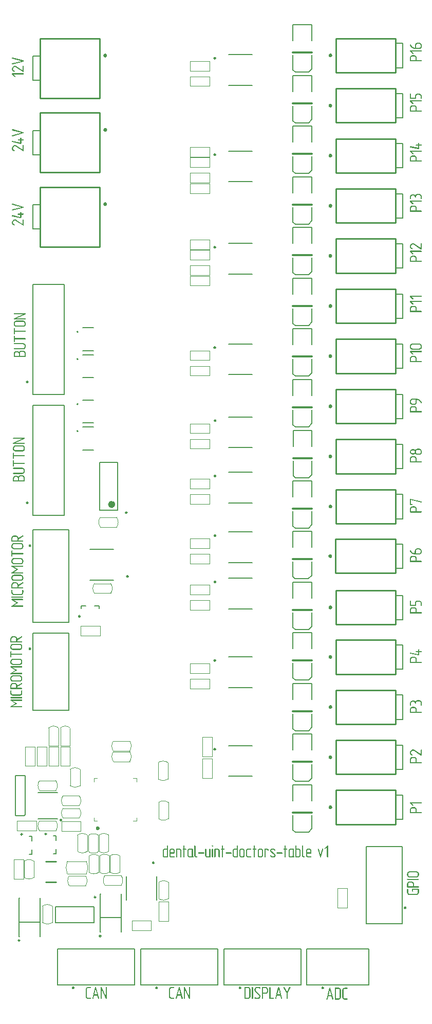
<source format=gto>
G04*
G04 #@! TF.GenerationSoftware,Altium Limited,Altium Designer,21.8.1 (53)*
G04*
G04 Layer_Color=65535*
%FSLAX44Y44*%
%MOMM*%
G71*
G04*
G04 #@! TF.SameCoordinates,C21CB1A8-5196-45B6-BCC0-1EF7E4A1402D*
G04*
G04*
G04 #@! TF.FilePolarity,Positive*
G04*
G01*
G75*
%ADD10C,0.2000*%
%ADD11C,0.1000*%
%ADD12C,0.2500*%
%ADD13C,0.6000*%
%ADD14C,0.2540*%
%ADD15C,0.1270*%
%ADD16C,0.3000*%
%ADD17C,0.1500*%
%ADD18C,0.1200*%
G36*
X644169Y1528983D02*
X644335D01*
X644502Y1528955D01*
X644946Y1528844D01*
X645418Y1528705D01*
X645946Y1528455D01*
X646473Y1528150D01*
X646723Y1527928D01*
X646973Y1527706D01*
Y1527678D01*
X647029Y1527650D01*
X647084Y1527567D01*
X647167Y1527483D01*
X647389Y1527206D01*
X647611Y1526845D01*
X647834Y1526373D01*
X648056Y1525845D01*
X648195Y1525262D01*
X648222Y1524929D01*
X648250Y1524596D01*
Y1523041D01*
X648222Y1522930D01*
X648195Y1522597D01*
X648083Y1522209D01*
X647945Y1521737D01*
X647722Y1521237D01*
X647417Y1520709D01*
X647223Y1520432D01*
X647001Y1520182D01*
X646973Y1520154D01*
X646945Y1520126D01*
X646862Y1520071D01*
X646779Y1519988D01*
X646501Y1519765D01*
X646140Y1519516D01*
X645668Y1519266D01*
X645141Y1519071D01*
X644558Y1518905D01*
X644224Y1518877D01*
X643891Y1518849D01*
X637811D01*
X637784D01*
X637673D01*
X637534D01*
X637312Y1518877D01*
X637062Y1518905D01*
X636757Y1518933D01*
X636396Y1518988D01*
X636035Y1519044D01*
X635618Y1519127D01*
X635202Y1519210D01*
X634286Y1519488D01*
X633841Y1519654D01*
X633369Y1519849D01*
X632897Y1520099D01*
X632426Y1520349D01*
X632398Y1520376D01*
X632314Y1520432D01*
X632176Y1520515D01*
X631981Y1520654D01*
X631787Y1520820D01*
X631537Y1521015D01*
X631259Y1521265D01*
X630954Y1521542D01*
X630649Y1521848D01*
X630343Y1522181D01*
X630010Y1522569D01*
X629705Y1522986D01*
X629399Y1523402D01*
X629122Y1523902D01*
X628844Y1524402D01*
X628622Y1524929D01*
X628539Y1525318D01*
Y1525401D01*
X628567Y1525568D01*
X628678Y1525762D01*
X628761Y1525873D01*
X628872Y1525984D01*
X628927Y1526040D01*
X629066Y1526123D01*
X629288Y1526206D01*
X629538Y1526262D01*
X629566D01*
X629677Y1526234D01*
X629844Y1526206D01*
X630010Y1526123D01*
X630038Y1526095D01*
X630121Y1526012D01*
X630260Y1525873D01*
X630427Y1525651D01*
X630510Y1525373D01*
X630649Y1525068D01*
X630926Y1524568D01*
Y1524541D01*
X630982Y1524485D01*
X631037Y1524374D01*
X631121Y1524235D01*
X631371Y1523902D01*
X631648Y1523541D01*
X631676Y1523513D01*
X631759Y1523402D01*
X631898Y1523236D01*
X632092Y1523041D01*
X632370Y1522791D01*
X632675Y1522542D01*
X633036Y1522264D01*
X633453Y1521959D01*
X633480Y1521931D01*
X633592Y1521875D01*
X633730Y1521792D01*
X633952Y1521681D01*
X634202Y1521570D01*
X634508Y1521431D01*
X634841Y1521292D01*
X635202Y1521154D01*
X635257Y1521126D01*
X635368Y1521098D01*
X635535Y1521042D01*
X635757Y1520987D01*
X636257Y1520848D01*
X636507Y1520820D01*
X636729Y1520793D01*
Y1524763D01*
X636757Y1524874D01*
Y1525040D01*
X636784Y1525235D01*
X636895Y1525651D01*
X637034Y1526151D01*
X637284Y1526678D01*
X637589Y1527206D01*
X637811Y1527456D01*
X638033Y1527706D01*
X638061Y1527733D01*
X638089Y1527761D01*
X638172Y1527816D01*
X638256Y1527900D01*
X638533Y1528122D01*
X638894Y1528372D01*
X639366Y1528594D01*
X639894Y1528816D01*
X640477Y1528955D01*
X640810Y1529010D01*
X641143D01*
X643864D01*
X643891D01*
X643947D01*
X644030D01*
X644169Y1528983D01*
D02*
G37*
G36*
X647556Y1516656D02*
X647778Y1516573D01*
X648000Y1516406D01*
X648028Y1516351D01*
X648111Y1516212D01*
X648222Y1515962D01*
X648250Y1515684D01*
Y1515657D01*
X648222Y1515546D01*
X648167Y1515351D01*
X648083Y1515074D01*
X648028Y1515018D01*
X647889Y1514907D01*
X647639Y1514796D01*
X647473Y1514768D01*
X647306Y1514740D01*
X631426D01*
X634286Y1512270D01*
X634341Y1512214D01*
X634424Y1512075D01*
X634508Y1511881D01*
X634563Y1511603D01*
Y1511548D01*
X634535Y1511353D01*
X634452Y1511131D01*
X634286Y1510909D01*
X634230Y1510854D01*
X634091Y1510771D01*
X633869Y1510687D01*
X633592Y1510632D01*
X633564D01*
X633453Y1510659D01*
X633258Y1510743D01*
X633120Y1510798D01*
X632953Y1510882D01*
X628816Y1514990D01*
X628761Y1515046D01*
X628678Y1515185D01*
X628594Y1515379D01*
X628539Y1515657D01*
Y1515740D01*
X628567Y1515907D01*
X628650Y1516129D01*
X628816Y1516378D01*
Y1516406D01*
X628872Y1516434D01*
X628983Y1516545D01*
X629205Y1516628D01*
X629344Y1516684D01*
X629483D01*
X647306D01*
X647334D01*
X647389D01*
X647556Y1516656D01*
D02*
G37*
G36*
X635979Y1508411D02*
X636118D01*
X636312Y1508383D01*
X636729Y1508272D01*
X637228Y1508133D01*
X637728Y1507883D01*
X638256Y1507578D01*
X638506Y1507356D01*
X638755Y1507134D01*
Y1507106D01*
X638811Y1507078D01*
X638866Y1506995D01*
X638950Y1506912D01*
X639172Y1506634D01*
X639394Y1506273D01*
X639616Y1505801D01*
X639838Y1505274D01*
X639977Y1504663D01*
X640005Y1504330D01*
X640032Y1503996D01*
Y1500193D01*
X647306D01*
X647334D01*
X647389D01*
X647556Y1500165D01*
X647778Y1500082D01*
X648000Y1499915D01*
X648028Y1499860D01*
X648111Y1499721D01*
X648222Y1499471D01*
X648250Y1499194D01*
Y1499166D01*
X648222Y1499055D01*
X648167Y1498860D01*
X648083Y1498583D01*
X648028Y1498527D01*
X647889Y1498416D01*
X647639Y1498305D01*
X647473Y1498277D01*
X647306Y1498250D01*
X629510D01*
X629455D01*
X629344Y1498277D01*
X629205Y1498305D01*
X629011Y1498361D01*
X628844Y1498472D01*
X628678Y1498638D01*
X628567Y1498888D01*
X628539Y1499194D01*
Y1504191D01*
X628567Y1504330D01*
Y1504496D01*
X628594Y1504663D01*
X628705Y1505107D01*
X628844Y1505579D01*
X629066Y1506107D01*
X629399Y1506634D01*
X629594Y1506912D01*
X629816Y1507161D01*
X629844Y1507189D01*
X629927Y1507272D01*
X630066Y1507384D01*
X630232Y1507522D01*
X630454Y1507689D01*
X630676Y1507856D01*
X630954Y1507994D01*
X631232Y1508133D01*
X632009Y1508355D01*
X632509Y1508439D01*
X632925D01*
X635674D01*
X635701D01*
X635757D01*
X635840D01*
X635979Y1508411D01*
D02*
G37*
G36*
X644197Y1445105D02*
X644335D01*
X644530Y1445078D01*
X644946Y1444967D01*
X645418Y1444828D01*
X645946Y1444578D01*
X646473Y1444273D01*
X646723Y1444051D01*
X646973Y1443828D01*
Y1443801D01*
X647029Y1443773D01*
X647084Y1443690D01*
X647167Y1443606D01*
X647389Y1443329D01*
X647611Y1442968D01*
X647834Y1442496D01*
X648056Y1441968D01*
X648195Y1441385D01*
X648222Y1441052D01*
X648250Y1440719D01*
Y1437193D01*
X648222Y1437027D01*
X648139Y1436805D01*
X648000Y1436582D01*
X647972D01*
X647945Y1436555D01*
X647806Y1436472D01*
X647584Y1436360D01*
X647306Y1436333D01*
X647278D01*
X647140Y1436360D01*
X646973Y1436416D01*
X646723Y1436555D01*
X646695D01*
X646668Y1436610D01*
X646529Y1436721D01*
X646390Y1436943D01*
X646362Y1437110D01*
X646334Y1437277D01*
Y1440886D01*
X646307Y1441080D01*
X646251Y1441330D01*
X646168Y1441608D01*
X646029Y1441885D01*
X645863Y1442191D01*
X645640Y1442468D01*
X645613Y1442496D01*
X645502Y1442579D01*
X645363Y1442690D01*
X645141Y1442829D01*
X644891Y1442968D01*
X644585Y1443079D01*
X644252Y1443162D01*
X643891Y1443190D01*
X641143D01*
X641087D01*
X640976D01*
X640782Y1443162D01*
X640560Y1443107D01*
X640282Y1443023D01*
X640005Y1442885D01*
X639699Y1442718D01*
X639422Y1442468D01*
X639394Y1442440D01*
X639311Y1442329D01*
X639199Y1442191D01*
X639061Y1441968D01*
X638922Y1441718D01*
X638811Y1441413D01*
X638728Y1441080D01*
X638700Y1440719D01*
Y1437249D01*
X638672Y1437138D01*
X638644Y1436971D01*
X638589Y1436805D01*
X638478Y1436638D01*
X638311Y1436472D01*
X638061Y1436360D01*
X637756Y1436333D01*
X629510D01*
X629455D01*
X629344Y1436360D01*
X629205Y1436388D01*
X629011Y1436444D01*
X628844Y1436555D01*
X628678Y1436721D01*
X628567Y1436971D01*
X628539Y1437277D01*
Y1444189D01*
X628567Y1444356D01*
X628678Y1444578D01*
X628733Y1444689D01*
X628844Y1444800D01*
Y1444828D01*
X628900Y1444856D01*
X629039Y1444967D01*
X629261Y1445078D01*
X629372Y1445133D01*
X629510D01*
X629538D01*
X629566D01*
X629705Y1445105D01*
X629927Y1445022D01*
X630149Y1444856D01*
X630205Y1444800D01*
X630288Y1444661D01*
X630399Y1444439D01*
X630427Y1444300D01*
X630454Y1444134D01*
Y1438276D01*
X636784D01*
Y1440886D01*
X636812Y1441024D01*
Y1441191D01*
X636840Y1441358D01*
X636951Y1441774D01*
X637090Y1442274D01*
X637340Y1442801D01*
X637645Y1443329D01*
X637867Y1443579D01*
X638089Y1443828D01*
X638117Y1443856D01*
X638145Y1443884D01*
X638311Y1444023D01*
X638589Y1444245D01*
X638950Y1444495D01*
X639394Y1444717D01*
X639921Y1444939D01*
X640532Y1445078D01*
X640837Y1445133D01*
X641171D01*
X643891D01*
X643919D01*
X643975D01*
X644058D01*
X644197Y1445105D01*
D02*
G37*
G36*
X647556Y1434139D02*
X647778Y1434056D01*
X648000Y1433890D01*
X648028Y1433834D01*
X648111Y1433695D01*
X648222Y1433445D01*
X648250Y1433168D01*
Y1433140D01*
X648222Y1433029D01*
X648167Y1432835D01*
X648083Y1432557D01*
X648028Y1432502D01*
X647889Y1432390D01*
X647639Y1432279D01*
X647473Y1432252D01*
X647306Y1432224D01*
X631426D01*
X634286Y1429753D01*
X634341Y1429698D01*
X634424Y1429559D01*
X634508Y1429364D01*
X634563Y1429087D01*
Y1429031D01*
X634535Y1428837D01*
X634452Y1428615D01*
X634286Y1428393D01*
X634230Y1428337D01*
X634091Y1428254D01*
X633869Y1428171D01*
X633592Y1428115D01*
X633564D01*
X633453Y1428143D01*
X633258Y1428226D01*
X633120Y1428282D01*
X632953Y1428365D01*
X628816Y1432474D01*
X628761Y1432529D01*
X628678Y1432668D01*
X628594Y1432862D01*
X628539Y1433140D01*
Y1433223D01*
X628567Y1433390D01*
X628650Y1433612D01*
X628816Y1433862D01*
Y1433890D01*
X628872Y1433917D01*
X628983Y1434028D01*
X629205Y1434112D01*
X629344Y1434167D01*
X629483D01*
X647306D01*
X647334D01*
X647389D01*
X647556Y1434139D01*
D02*
G37*
G36*
X635979Y1425894D02*
X636118D01*
X636312Y1425866D01*
X636729Y1425755D01*
X637228Y1425616D01*
X637728Y1425367D01*
X638256Y1425061D01*
X638506Y1424839D01*
X638755Y1424617D01*
Y1424589D01*
X638811Y1424561D01*
X638866Y1424478D01*
X638950Y1424395D01*
X639172Y1424117D01*
X639394Y1423756D01*
X639616Y1423284D01*
X639838Y1422757D01*
X639977Y1422146D01*
X640005Y1421813D01*
X640032Y1421480D01*
Y1417677D01*
X647306D01*
X647334D01*
X647389D01*
X647556Y1417649D01*
X647778Y1417565D01*
X648000Y1417399D01*
X648028Y1417343D01*
X648111Y1417204D01*
X648222Y1416955D01*
X648250Y1416677D01*
Y1416649D01*
X648222Y1416538D01*
X648167Y1416344D01*
X648083Y1416066D01*
X648028Y1416011D01*
X647889Y1415900D01*
X647639Y1415789D01*
X647473Y1415761D01*
X647306Y1415733D01*
X629510D01*
X629455D01*
X629344Y1415761D01*
X629205Y1415789D01*
X629011Y1415844D01*
X628844Y1415955D01*
X628678Y1416122D01*
X628567Y1416372D01*
X628539Y1416677D01*
Y1421674D01*
X628567Y1421813D01*
Y1421980D01*
X628594Y1422146D01*
X628705Y1422590D01*
X628844Y1423062D01*
X629066Y1423590D01*
X629399Y1424117D01*
X629594Y1424395D01*
X629816Y1424645D01*
X629844Y1424673D01*
X629927Y1424756D01*
X630066Y1424867D01*
X630232Y1425006D01*
X630454Y1425172D01*
X630676Y1425339D01*
X630954Y1425478D01*
X631232Y1425616D01*
X632009Y1425839D01*
X632509Y1425922D01*
X632925D01*
X635674D01*
X635701D01*
X635757D01*
X635840D01*
X635979Y1425894D01*
D02*
G37*
G36*
X643392Y1363977D02*
X643614Y1363894D01*
X643836Y1363727D01*
X643891Y1363672D01*
X643975Y1363533D01*
X644086Y1363311D01*
X644113Y1363172D01*
X644141Y1363005D01*
Y1361256D01*
X647306D01*
X647334D01*
X647389D01*
X647556Y1361228D01*
X647778Y1361145D01*
X648000Y1360979D01*
X648028Y1360923D01*
X648111Y1360784D01*
X648222Y1360535D01*
X648250Y1360257D01*
Y1360229D01*
X648222Y1360118D01*
X648167Y1359924D01*
X648083Y1359646D01*
X648028Y1359590D01*
X647889Y1359480D01*
X647639Y1359368D01*
X647473Y1359341D01*
X647306Y1359313D01*
X644141D01*
Y1354704D01*
X644113Y1354510D01*
X644030Y1354288D01*
X643891Y1354066D01*
X643836Y1354038D01*
X643697Y1353955D01*
X643475Y1353844D01*
X643197Y1353816D01*
X643031D01*
X629372Y1356564D01*
X629344D01*
X629288Y1356592D01*
X629122Y1356620D01*
X628927Y1356731D01*
X628733Y1356925D01*
X628539Y1357453D01*
Y1357619D01*
X628567Y1357703D01*
X628650Y1357953D01*
X628816Y1358202D01*
Y1358230D01*
X628872Y1358258D01*
X629011Y1358369D01*
X629205Y1358452D01*
X629344Y1358508D01*
X629483D01*
X629677Y1358480D01*
X642226Y1355926D01*
Y1359313D01*
X639089D01*
X639061D01*
X639033D01*
X638894Y1359341D01*
X638672Y1359424D01*
X638450Y1359590D01*
X638422D01*
X638394Y1359646D01*
X638283Y1359785D01*
X638172Y1359979D01*
X638117Y1360118D01*
Y1360312D01*
X638145Y1360479D01*
X638228Y1360701D01*
X638394Y1360923D01*
Y1360951D01*
X638450Y1360979D01*
X638561Y1361090D01*
X638783Y1361201D01*
X638922Y1361256D01*
X639089D01*
X642226D01*
Y1363061D01*
X642253Y1363227D01*
X642364Y1363450D01*
X642420Y1363588D01*
X642531Y1363699D01*
Y1363727D01*
X642587Y1363755D01*
X642725Y1363866D01*
X642947Y1363949D01*
X643058Y1364005D01*
X643197D01*
X643225D01*
X643253D01*
X643392Y1363977D01*
D02*
G37*
G36*
X647556Y1351623D02*
X647778Y1351539D01*
X648000Y1351373D01*
X648028Y1351317D01*
X648111Y1351179D01*
X648222Y1350929D01*
X648250Y1350651D01*
Y1350623D01*
X648222Y1350512D01*
X648167Y1350318D01*
X648083Y1350040D01*
X648028Y1349985D01*
X647889Y1349874D01*
X647639Y1349763D01*
X647473Y1349735D01*
X647306Y1349707D01*
X631426D01*
X634286Y1347236D01*
X634341Y1347181D01*
X634424Y1347042D01*
X634508Y1346848D01*
X634563Y1346570D01*
Y1346515D01*
X634535Y1346320D01*
X634452Y1346098D01*
X634286Y1345876D01*
X634230Y1345820D01*
X634091Y1345737D01*
X633869Y1345654D01*
X633592Y1345598D01*
X633564D01*
X633453Y1345626D01*
X633258Y1345709D01*
X633120Y1345765D01*
X632953Y1345848D01*
X628816Y1349957D01*
X628761Y1350013D01*
X628678Y1350151D01*
X628594Y1350346D01*
X628539Y1350623D01*
Y1350707D01*
X628567Y1350873D01*
X628650Y1351095D01*
X628816Y1351345D01*
Y1351373D01*
X628872Y1351401D01*
X628983Y1351512D01*
X629205Y1351595D01*
X629344Y1351651D01*
X629483D01*
X647306D01*
X647334D01*
X647389D01*
X647556Y1351623D01*
D02*
G37*
G36*
X635979Y1343377D02*
X636118D01*
X636312Y1343350D01*
X636729Y1343239D01*
X637228Y1343100D01*
X637728Y1342850D01*
X638256Y1342545D01*
X638506Y1342323D01*
X638755Y1342100D01*
Y1342073D01*
X638811Y1342045D01*
X638866Y1341962D01*
X638950Y1341878D01*
X639172Y1341601D01*
X639394Y1341240D01*
X639616Y1340768D01*
X639838Y1340240D01*
X639977Y1339630D01*
X640005Y1339296D01*
X640032Y1338963D01*
Y1335160D01*
X647306D01*
X647334D01*
X647389D01*
X647556Y1335132D01*
X647778Y1335049D01*
X648000Y1334882D01*
X648028Y1334827D01*
X648111Y1334688D01*
X648222Y1334438D01*
X648250Y1334160D01*
Y1334133D01*
X648222Y1334022D01*
X648167Y1333827D01*
X648083Y1333550D01*
X648028Y1333494D01*
X647889Y1333383D01*
X647639Y1333272D01*
X647473Y1333244D01*
X647306Y1333217D01*
X629510D01*
X629455D01*
X629344Y1333244D01*
X629205Y1333272D01*
X629011Y1333327D01*
X628844Y1333439D01*
X628678Y1333605D01*
X628567Y1333855D01*
X628539Y1334160D01*
Y1339158D01*
X628567Y1339296D01*
Y1339463D01*
X628594Y1339630D01*
X628705Y1340074D01*
X628844Y1340546D01*
X629066Y1341073D01*
X629399Y1341601D01*
X629594Y1341878D01*
X629816Y1342128D01*
X629844Y1342156D01*
X629927Y1342239D01*
X630066Y1342350D01*
X630232Y1342489D01*
X630454Y1342656D01*
X630676Y1342822D01*
X630954Y1342961D01*
X631232Y1343100D01*
X632009Y1343322D01*
X632509Y1343405D01*
X632925D01*
X635674D01*
X635701D01*
X635757D01*
X635840D01*
X635979Y1343377D01*
D02*
G37*
G36*
X644169Y1280072D02*
X644335D01*
X644502Y1280045D01*
X644946Y1279933D01*
X645418Y1279795D01*
X645946Y1279545D01*
X646473Y1279239D01*
X646723Y1279017D01*
X646973Y1278795D01*
Y1278767D01*
X647029Y1278740D01*
X647084Y1278656D01*
X647167Y1278573D01*
X647389Y1278295D01*
X647611Y1277934D01*
X647834Y1277463D01*
X648056Y1276935D01*
X648195Y1276352D01*
X648222Y1276019D01*
X648250Y1275686D01*
Y1272160D01*
X648222Y1271993D01*
X648139Y1271771D01*
X648000Y1271549D01*
X647972D01*
X647945Y1271522D01*
X647806Y1271438D01*
X647584Y1271327D01*
X647306Y1271299D01*
X647278D01*
X647140Y1271327D01*
X646973Y1271383D01*
X646723Y1271522D01*
X646695D01*
X646668Y1271577D01*
X646529Y1271688D01*
X646390Y1271910D01*
X646362Y1272077D01*
X646334Y1272243D01*
Y1275852D01*
X646307Y1276047D01*
X646251Y1276297D01*
X646168Y1276574D01*
X646029Y1276852D01*
X645863Y1277157D01*
X645640Y1277435D01*
X645613Y1277463D01*
X645502Y1277546D01*
X645363Y1277657D01*
X645141Y1277796D01*
X644891Y1277934D01*
X644585Y1278046D01*
X644252Y1278129D01*
X643864Y1278157D01*
X641115D01*
X641060D01*
X640949D01*
X640754Y1278129D01*
X640532Y1278073D01*
X640255Y1277990D01*
X639977Y1277851D01*
X639672Y1277685D01*
X639394Y1277435D01*
X639366Y1277407D01*
X639283Y1277324D01*
X639144Y1277157D01*
X639005Y1276963D01*
X638894Y1276713D01*
X638755Y1276408D01*
X638672Y1276075D01*
X638644Y1275686D01*
Y1274908D01*
X638616Y1274742D01*
X638533Y1274520D01*
X638394Y1274298D01*
X638367D01*
X638339Y1274270D01*
X638200Y1274187D01*
X637978Y1274076D01*
X637700Y1274048D01*
X637673D01*
X637534Y1274076D01*
X637367Y1274131D01*
X637117Y1274270D01*
X637090D01*
X637062Y1274325D01*
X636923Y1274436D01*
X636784Y1274659D01*
X636757Y1274825D01*
X636729Y1274992D01*
Y1275158D01*
X636701Y1275353D01*
X636645Y1275602D01*
X636562Y1275880D01*
X636423Y1276158D01*
X636257Y1276463D01*
X636035Y1276741D01*
X636007Y1276768D01*
X635896Y1276852D01*
X635757Y1276963D01*
X635535Y1277102D01*
X635285Y1277241D01*
X634980Y1277352D01*
X634646Y1277435D01*
X634286Y1277463D01*
X632925D01*
X632870D01*
X632759D01*
X632564Y1277435D01*
X632314Y1277379D01*
X632037Y1277296D01*
X631759Y1277157D01*
X631454Y1276991D01*
X631176Y1276741D01*
X631148Y1276713D01*
X631065Y1276630D01*
X630954Y1276463D01*
X630815Y1276269D01*
X630676Y1276019D01*
X630565Y1275714D01*
X630482Y1275380D01*
X630454Y1274992D01*
Y1272188D01*
X630427Y1271993D01*
X630343Y1271771D01*
X630205Y1271549D01*
X630177D01*
X630149Y1271522D01*
X630010Y1271438D01*
X629788Y1271327D01*
X629510Y1271299D01*
X629483D01*
X629344Y1271327D01*
X629177Y1271383D01*
X628927Y1271522D01*
X628900D01*
X628872Y1271577D01*
X628733Y1271688D01*
X628594Y1271910D01*
X628567Y1272077D01*
X628539Y1272243D01*
Y1275186D01*
X628567Y1275297D01*
Y1275464D01*
X628594Y1275658D01*
X628705Y1276075D01*
X628844Y1276574D01*
X629066Y1277102D01*
X629399Y1277629D01*
X629594Y1277879D01*
X629816Y1278129D01*
X629844Y1278157D01*
X629871Y1278184D01*
X629955Y1278240D01*
X630038Y1278323D01*
X630316Y1278545D01*
X630676Y1278767D01*
X631148Y1278989D01*
X631676Y1279212D01*
X632259Y1279350D01*
X632592Y1279406D01*
X632925D01*
X634286D01*
X634730D01*
X635035D01*
X635341Y1279295D01*
X635368D01*
X635396D01*
X635479Y1279267D01*
X635590Y1279239D01*
X635868Y1279156D01*
X636174Y1278989D01*
X636201Y1278962D01*
X636312Y1278906D01*
X636451Y1278823D01*
X636618Y1278712D01*
X636812Y1278545D01*
X637034Y1278379D01*
X637228Y1278157D01*
X637423Y1277907D01*
X637450Y1277934D01*
X637478Y1278046D01*
X637589Y1278212D01*
X637700Y1278407D01*
X637895Y1278629D01*
X638145Y1278878D01*
X638450Y1279156D01*
X638839Y1279406D01*
X638894Y1279434D01*
X639033Y1279517D01*
X639255Y1279628D01*
X639533Y1279767D01*
X639866Y1279878D01*
X640255Y1279989D01*
X640699Y1280072D01*
X641143Y1280100D01*
X643864D01*
X643891D01*
X643947D01*
X644030D01*
X644169Y1280072D01*
D02*
G37*
G36*
X647556Y1269106D02*
X647778Y1269023D01*
X648000Y1268856D01*
X648028Y1268801D01*
X648111Y1268662D01*
X648222Y1268412D01*
X648250Y1268135D01*
Y1268107D01*
X648222Y1267996D01*
X648167Y1267801D01*
X648083Y1267524D01*
X648028Y1267468D01*
X647889Y1267357D01*
X647639Y1267246D01*
X647473Y1267218D01*
X647306Y1267191D01*
X631426D01*
X634286Y1264720D01*
X634341Y1264664D01*
X634424Y1264525D01*
X634508Y1264331D01*
X634563Y1264053D01*
Y1263998D01*
X634535Y1263804D01*
X634452Y1263581D01*
X634286Y1263359D01*
X634230Y1263304D01*
X634091Y1263221D01*
X633869Y1263137D01*
X633592Y1263082D01*
X633564D01*
X633453Y1263110D01*
X633258Y1263193D01*
X633120Y1263248D01*
X632953Y1263332D01*
X628816Y1267440D01*
X628761Y1267496D01*
X628678Y1267635D01*
X628594Y1267829D01*
X628539Y1268107D01*
Y1268190D01*
X628567Y1268357D01*
X628650Y1268579D01*
X628816Y1268829D01*
Y1268856D01*
X628872Y1268884D01*
X628983Y1268995D01*
X629205Y1269078D01*
X629344Y1269134D01*
X629483D01*
X647306D01*
X647334D01*
X647389D01*
X647556Y1269106D01*
D02*
G37*
G36*
X635979Y1260861D02*
X636118D01*
X636312Y1260833D01*
X636729Y1260722D01*
X637228Y1260583D01*
X637728Y1260333D01*
X638256Y1260028D01*
X638506Y1259806D01*
X638755Y1259584D01*
Y1259556D01*
X638811Y1259528D01*
X638866Y1259445D01*
X638950Y1259362D01*
X639172Y1259084D01*
X639394Y1258723D01*
X639616Y1258251D01*
X639838Y1257724D01*
X639977Y1257113D01*
X640005Y1256780D01*
X640032Y1256447D01*
Y1252643D01*
X647306D01*
X647334D01*
X647389D01*
X647556Y1252615D01*
X647778Y1252532D01*
X648000Y1252365D01*
X648028Y1252310D01*
X648111Y1252171D01*
X648222Y1251921D01*
X648250Y1251644D01*
Y1251616D01*
X648222Y1251505D01*
X648167Y1251311D01*
X648083Y1251033D01*
X648028Y1250977D01*
X647889Y1250866D01*
X647639Y1250755D01*
X647473Y1250728D01*
X647306Y1250700D01*
X629510D01*
X629455D01*
X629344Y1250728D01*
X629205Y1250755D01*
X629011Y1250811D01*
X628844Y1250922D01*
X628678Y1251088D01*
X628567Y1251338D01*
X628539Y1251644D01*
Y1256641D01*
X628567Y1256780D01*
Y1256946D01*
X628594Y1257113D01*
X628705Y1257557D01*
X628844Y1258029D01*
X629066Y1258557D01*
X629399Y1259084D01*
X629594Y1259362D01*
X629816Y1259612D01*
X629844Y1259639D01*
X629927Y1259723D01*
X630066Y1259834D01*
X630232Y1259972D01*
X630454Y1260139D01*
X630676Y1260305D01*
X630954Y1260444D01*
X631232Y1260583D01*
X632009Y1260805D01*
X632509Y1260889D01*
X632925D01*
X635674D01*
X635701D01*
X635757D01*
X635840D01*
X635979Y1260861D01*
D02*
G37*
G36*
X633980Y1199027D02*
X634175Y1198999D01*
X634424Y1198971D01*
X634924Y1198833D01*
X634952D01*
X635035Y1198777D01*
X635202Y1198722D01*
X635368Y1198666D01*
X635618Y1198555D01*
X635868Y1198416D01*
X636174Y1198250D01*
X636479Y1198055D01*
X646334Y1191337D01*
Y1197972D01*
X646362Y1198139D01*
X646473Y1198361D01*
X646529Y1198500D01*
X646640Y1198611D01*
Y1198638D01*
X646695Y1198666D01*
X646834Y1198777D01*
X647056Y1198860D01*
X647167Y1198916D01*
X647306D01*
X647334D01*
X647362D01*
X647500Y1198888D01*
X647722Y1198805D01*
X647945Y1198666D01*
X648000Y1198611D01*
X648083Y1198472D01*
X648195Y1198250D01*
X648222Y1198083D01*
X648250Y1197916D01*
Y1189671D01*
X648222Y1189532D01*
X648111Y1189310D01*
X648056Y1189199D01*
X647945Y1189060D01*
X647917D01*
X647889Y1189005D01*
X647750Y1188922D01*
X647528Y1188838D01*
X647251Y1188783D01*
X647195D01*
X647084Y1188811D01*
X646945Y1188838D01*
X646806Y1188922D01*
X635424Y1196417D01*
X634896Y1196695D01*
X634452Y1196889D01*
X634424D01*
X634369Y1196917D01*
X634286Y1196945D01*
X634175Y1196973D01*
X633869Y1197028D01*
X633536Y1197056D01*
X633508D01*
X633480D01*
X633314Y1197028D01*
X633092Y1197000D01*
X632786Y1196917D01*
X632453Y1196806D01*
X632092Y1196612D01*
X631731Y1196362D01*
X631398Y1196029D01*
X631371Y1196001D01*
X631315Y1195945D01*
X631259Y1195834D01*
X631148Y1195723D01*
X631065Y1195557D01*
X630954Y1195362D01*
X630732Y1194918D01*
Y1194890D01*
X630704Y1194807D01*
X630649Y1194696D01*
X630593Y1194529D01*
X630565Y1194363D01*
X630510Y1194141D01*
X630482Y1193697D01*
Y1193558D01*
X630510Y1193391D01*
X630538Y1193169D01*
X630593Y1192919D01*
X630704Y1192642D01*
X630815Y1192364D01*
X630982Y1192086D01*
X631010Y1192059D01*
X631065Y1191975D01*
X631204Y1191837D01*
X631371Y1191670D01*
X631593Y1191476D01*
X631870Y1191281D01*
X632203Y1191087D01*
X632620Y1190893D01*
X632675Y1190865D01*
X632786Y1190809D01*
X632953Y1190698D01*
X633092Y1190532D01*
X633120Y1190504D01*
X633147Y1190393D01*
X633203Y1190254D01*
X633258Y1190060D01*
Y1189977D01*
X633231Y1189893D01*
Y1189810D01*
X633147Y1189560D01*
X633009Y1189310D01*
X632953Y1189255D01*
X632814Y1189171D01*
X632564Y1189060D01*
X632426Y1189033D01*
X632259Y1189005D01*
X632009Y1189060D01*
X631981D01*
X631926Y1189088D01*
X631843Y1189116D01*
X631704Y1189171D01*
X631398Y1189310D01*
X631010Y1189532D01*
X630565Y1189782D01*
X630121Y1190115D01*
X629705Y1190504D01*
X629344Y1190948D01*
X629316Y1191004D01*
X629205Y1191143D01*
X629094Y1191392D01*
X628927Y1191725D01*
X628789Y1192114D01*
X628650Y1192558D01*
X628567Y1193058D01*
X628539Y1193613D01*
Y1193808D01*
X628567Y1193974D01*
X628594Y1194141D01*
X628650Y1194363D01*
X628789Y1194863D01*
X628872Y1195168D01*
X629011Y1195446D01*
X629150Y1195779D01*
X629344Y1196084D01*
X629566Y1196417D01*
X629816Y1196750D01*
X630121Y1197084D01*
X630454Y1197417D01*
Y1197445D01*
X630510Y1197500D01*
X630565Y1197556D01*
X630649Y1197667D01*
X630871Y1197944D01*
X631204Y1198250D01*
X631648Y1198527D01*
X632176Y1198805D01*
X632481Y1198916D01*
X632814Y1198971D01*
X633147Y1199027D01*
X633536Y1199055D01*
X633564D01*
X633647D01*
X633786D01*
X633980Y1199027D01*
D02*
G37*
G36*
X647556Y1186590D02*
X647778Y1186506D01*
X648000Y1186340D01*
X648028Y1186284D01*
X648111Y1186145D01*
X648222Y1185895D01*
X648250Y1185618D01*
Y1185590D01*
X648222Y1185479D01*
X648167Y1185285D01*
X648083Y1185007D01*
X648028Y1184951D01*
X647889Y1184840D01*
X647639Y1184729D01*
X647473Y1184702D01*
X647306Y1184674D01*
X631426D01*
X634286Y1182203D01*
X634341Y1182148D01*
X634424Y1182009D01*
X634508Y1181814D01*
X634563Y1181537D01*
Y1181481D01*
X634535Y1181287D01*
X634452Y1181065D01*
X634286Y1180843D01*
X634230Y1180787D01*
X634091Y1180704D01*
X633869Y1180621D01*
X633592Y1180565D01*
X633564D01*
X633453Y1180593D01*
X633258Y1180676D01*
X633120Y1180732D01*
X632953Y1180815D01*
X628816Y1184924D01*
X628761Y1184979D01*
X628678Y1185118D01*
X628594Y1185312D01*
X628539Y1185590D01*
Y1185673D01*
X628567Y1185840D01*
X628650Y1186062D01*
X628816Y1186312D01*
Y1186340D01*
X628872Y1186367D01*
X628983Y1186478D01*
X629205Y1186562D01*
X629344Y1186617D01*
X629483D01*
X647306D01*
X647334D01*
X647389D01*
X647556Y1186590D01*
D02*
G37*
G36*
X635979Y1178344D02*
X636118D01*
X636312Y1178316D01*
X636729Y1178205D01*
X637228Y1178066D01*
X637728Y1177817D01*
X638256Y1177511D01*
X638506Y1177289D01*
X638755Y1177067D01*
Y1177039D01*
X638811Y1177011D01*
X638866Y1176928D01*
X638950Y1176845D01*
X639172Y1176567D01*
X639394Y1176206D01*
X639616Y1175734D01*
X639838Y1175207D01*
X639977Y1174596D01*
X640005Y1174263D01*
X640032Y1173930D01*
Y1170126D01*
X647306D01*
X647334D01*
X647389D01*
X647556Y1170099D01*
X647778Y1170015D01*
X648000Y1169849D01*
X648028Y1169793D01*
X648111Y1169655D01*
X648222Y1169405D01*
X648250Y1169127D01*
Y1169099D01*
X648222Y1168988D01*
X648167Y1168794D01*
X648083Y1168516D01*
X648028Y1168461D01*
X647889Y1168350D01*
X647639Y1168239D01*
X647473Y1168211D01*
X647306Y1168183D01*
X629510D01*
X629455D01*
X629344Y1168211D01*
X629205Y1168239D01*
X629011Y1168294D01*
X628844Y1168405D01*
X628678Y1168572D01*
X628567Y1168822D01*
X628539Y1169127D01*
Y1174124D01*
X628567Y1174263D01*
Y1174430D01*
X628594Y1174596D01*
X628705Y1175040D01*
X628844Y1175512D01*
X629066Y1176040D01*
X629399Y1176567D01*
X629594Y1176845D01*
X629816Y1177095D01*
X629844Y1177123D01*
X629927Y1177206D01*
X630066Y1177317D01*
X630232Y1177456D01*
X630454Y1177622D01*
X630676Y1177789D01*
X630954Y1177928D01*
X631232Y1178066D01*
X632009Y1178289D01*
X632509Y1178372D01*
X632925D01*
X635674D01*
X635701D01*
X635757D01*
X635840D01*
X635979Y1178344D01*
D02*
G37*
G36*
X647556Y1112318D02*
X647778Y1112235D01*
X648000Y1112068D01*
X648028Y1112013D01*
X648111Y1111874D01*
X648222Y1111624D01*
X648250Y1111347D01*
Y1111319D01*
X648222Y1111208D01*
X648167Y1111013D01*
X648083Y1110736D01*
X648028Y1110680D01*
X647889Y1110569D01*
X647639Y1110458D01*
X647473Y1110430D01*
X647306Y1110403D01*
X631426D01*
X634286Y1107932D01*
X634341Y1107876D01*
X634424Y1107738D01*
X634508Y1107543D01*
X634563Y1107265D01*
Y1107210D01*
X634535Y1107016D01*
X634452Y1106794D01*
X634286Y1106571D01*
X634230Y1106516D01*
X634091Y1106433D01*
X633869Y1106349D01*
X633592Y1106294D01*
X633564D01*
X633453Y1106322D01*
X633258Y1106405D01*
X633120Y1106460D01*
X632953Y1106544D01*
X628816Y1110652D01*
X628761Y1110708D01*
X628678Y1110847D01*
X628594Y1111041D01*
X628539Y1111319D01*
Y1111402D01*
X628567Y1111569D01*
X628650Y1111791D01*
X628816Y1112041D01*
Y1112068D01*
X628872Y1112096D01*
X628983Y1112207D01*
X629205Y1112290D01*
X629344Y1112346D01*
X629483D01*
X647306D01*
X647334D01*
X647389D01*
X647556Y1112318D01*
D02*
G37*
G36*
Y1104073D02*
X647778Y1103990D01*
X648000Y1103823D01*
X648028Y1103767D01*
X648111Y1103629D01*
X648222Y1103379D01*
X648250Y1103101D01*
Y1103073D01*
X648222Y1102962D01*
X648167Y1102768D01*
X648083Y1102490D01*
X648028Y1102435D01*
X647889Y1102324D01*
X647639Y1102213D01*
X647473Y1102185D01*
X647306Y1102157D01*
X631426D01*
X634286Y1099686D01*
X634341Y1099631D01*
X634424Y1099492D01*
X634508Y1099298D01*
X634563Y1099020D01*
Y1098965D01*
X634535Y1098770D01*
X634452Y1098548D01*
X634286Y1098326D01*
X634230Y1098270D01*
X634091Y1098187D01*
X633869Y1098104D01*
X633592Y1098048D01*
X633564D01*
X633453Y1098076D01*
X633258Y1098159D01*
X633120Y1098215D01*
X632953Y1098298D01*
X628816Y1102407D01*
X628761Y1102463D01*
X628678Y1102601D01*
X628594Y1102796D01*
X628539Y1103073D01*
Y1103157D01*
X628567Y1103323D01*
X628650Y1103545D01*
X628816Y1103795D01*
Y1103823D01*
X628872Y1103851D01*
X628983Y1103962D01*
X629205Y1104045D01*
X629344Y1104101D01*
X629483D01*
X647306D01*
X647334D01*
X647389D01*
X647556Y1104073D01*
D02*
G37*
G36*
X635979Y1095827D02*
X636118D01*
X636312Y1095800D01*
X636729Y1095689D01*
X637228Y1095550D01*
X637728Y1095300D01*
X638256Y1094995D01*
X638506Y1094772D01*
X638755Y1094550D01*
Y1094523D01*
X638811Y1094495D01*
X638866Y1094412D01*
X638950Y1094328D01*
X639172Y1094051D01*
X639394Y1093690D01*
X639616Y1093218D01*
X639838Y1092690D01*
X639977Y1092080D01*
X640005Y1091746D01*
X640032Y1091413D01*
Y1087610D01*
X647306D01*
X647334D01*
X647389D01*
X647556Y1087582D01*
X647778Y1087499D01*
X648000Y1087332D01*
X648028Y1087277D01*
X648111Y1087138D01*
X648222Y1086888D01*
X648250Y1086610D01*
Y1086583D01*
X648222Y1086472D01*
X648167Y1086277D01*
X648083Y1086000D01*
X648028Y1085944D01*
X647889Y1085833D01*
X647639Y1085722D01*
X647473Y1085694D01*
X647306Y1085667D01*
X629510D01*
X629455D01*
X629344Y1085694D01*
X629205Y1085722D01*
X629011Y1085778D01*
X628844Y1085889D01*
X628678Y1086055D01*
X628567Y1086305D01*
X628539Y1086610D01*
Y1091608D01*
X628567Y1091746D01*
Y1091913D01*
X628594Y1092080D01*
X628705Y1092524D01*
X628844Y1092996D01*
X629066Y1093523D01*
X629399Y1094051D01*
X629594Y1094328D01*
X629816Y1094578D01*
X629844Y1094606D01*
X629927Y1094689D01*
X630066Y1094800D01*
X630232Y1094939D01*
X630454Y1095106D01*
X630676Y1095272D01*
X630954Y1095411D01*
X631232Y1095550D01*
X632009Y1095772D01*
X632509Y1095855D01*
X632925D01*
X635674D01*
X635701D01*
X635757D01*
X635840D01*
X635979Y1095827D01*
D02*
G37*
G36*
X644197Y1033910D02*
X644335D01*
X644530Y1033883D01*
X644946Y1033772D01*
X645418Y1033633D01*
X645946Y1033383D01*
X646473Y1033077D01*
X646723Y1032855D01*
X646973Y1032633D01*
Y1032606D01*
X647029Y1032578D01*
X647084Y1032495D01*
X647167Y1032411D01*
X647389Y1032134D01*
X647611Y1031773D01*
X647834Y1031301D01*
X648056Y1030773D01*
X648195Y1030163D01*
X648222Y1029829D01*
X648250Y1029496D01*
Y1027969D01*
X648222Y1027858D01*
Y1027692D01*
X648195Y1027525D01*
X648083Y1027109D01*
X647945Y1026637D01*
X647722Y1026137D01*
X647417Y1025610D01*
X647223Y1025332D01*
X647001Y1025082D01*
X646973Y1025054D01*
X646945Y1025026D01*
X646862Y1024971D01*
X646779Y1024888D01*
X646501Y1024666D01*
X646140Y1024416D01*
X645668Y1024166D01*
X645141Y1023971D01*
X644558Y1023805D01*
X644224Y1023777D01*
X643891Y1023749D01*
X632925D01*
X632897D01*
X632842D01*
X632759D01*
X632620Y1023777D01*
X632481D01*
X632314Y1023805D01*
X631898Y1023916D01*
X631398Y1024055D01*
X630899Y1024277D01*
X630371Y1024582D01*
X630121Y1024777D01*
X629871Y1024999D01*
X629844Y1025026D01*
X629816Y1025054D01*
X629760Y1025137D01*
X629649Y1025221D01*
X629455Y1025498D01*
X629205Y1025859D01*
X628955Y1026331D01*
X628733Y1026859D01*
X628594Y1027469D01*
X628567Y1027803D01*
X628539Y1028136D01*
Y1029663D01*
X628567Y1029802D01*
Y1029968D01*
X628594Y1030135D01*
X628705Y1030551D01*
X628844Y1031051D01*
X629094Y1031578D01*
X629399Y1032106D01*
X629622Y1032356D01*
X629844Y1032606D01*
X629871Y1032633D01*
X629899Y1032661D01*
X630066Y1032828D01*
X630343Y1033022D01*
X630704Y1033272D01*
X631148Y1033522D01*
X631676Y1033744D01*
X632287Y1033883D01*
X632592Y1033910D01*
X632925Y1033938D01*
X643891D01*
X643919D01*
X643975D01*
X644058D01*
X644197Y1033910D01*
D02*
G37*
G36*
X647556Y1021556D02*
X647778Y1021473D01*
X648000Y1021306D01*
X648028Y1021251D01*
X648111Y1021112D01*
X648222Y1020862D01*
X648250Y1020584D01*
Y1020557D01*
X648222Y1020446D01*
X648167Y1020251D01*
X648083Y1019974D01*
X648028Y1019918D01*
X647889Y1019807D01*
X647639Y1019696D01*
X647473Y1019668D01*
X647306Y1019641D01*
X631426D01*
X634286Y1017170D01*
X634341Y1017114D01*
X634424Y1016975D01*
X634508Y1016781D01*
X634563Y1016504D01*
Y1016448D01*
X634535Y1016254D01*
X634452Y1016031D01*
X634286Y1015809D01*
X634230Y1015754D01*
X634091Y1015671D01*
X633869Y1015587D01*
X633592Y1015532D01*
X633564D01*
X633453Y1015560D01*
X633258Y1015643D01*
X633120Y1015698D01*
X632953Y1015782D01*
X628816Y1019891D01*
X628761Y1019946D01*
X628678Y1020085D01*
X628594Y1020279D01*
X628539Y1020557D01*
Y1020640D01*
X628567Y1020807D01*
X628650Y1021029D01*
X628816Y1021279D01*
Y1021306D01*
X628872Y1021334D01*
X628983Y1021445D01*
X629205Y1021528D01*
X629344Y1021584D01*
X629483D01*
X647306D01*
X647334D01*
X647389D01*
X647556Y1021556D01*
D02*
G37*
G36*
X635979Y1013311D02*
X636118D01*
X636312Y1013283D01*
X636729Y1013172D01*
X637228Y1013033D01*
X637728Y1012783D01*
X638256Y1012478D01*
X638506Y1012256D01*
X638755Y1012034D01*
Y1012006D01*
X638811Y1011978D01*
X638866Y1011895D01*
X638950Y1011812D01*
X639172Y1011534D01*
X639394Y1011173D01*
X639616Y1010701D01*
X639838Y1010174D01*
X639977Y1009563D01*
X640005Y1009230D01*
X640032Y1008897D01*
Y1005093D01*
X647306D01*
X647334D01*
X647389D01*
X647556Y1005066D01*
X647778Y1004982D01*
X648000Y1004816D01*
X648028Y1004760D01*
X648111Y1004621D01*
X648222Y1004371D01*
X648250Y1004094D01*
Y1004066D01*
X648222Y1003955D01*
X648167Y1003761D01*
X648083Y1003483D01*
X648028Y1003428D01*
X647889Y1003316D01*
X647639Y1003205D01*
X647473Y1003178D01*
X647306Y1003150D01*
X629510D01*
X629455D01*
X629344Y1003178D01*
X629205Y1003205D01*
X629011Y1003261D01*
X628844Y1003372D01*
X628678Y1003539D01*
X628567Y1003788D01*
X628539Y1004094D01*
Y1009091D01*
X628567Y1009230D01*
Y1009396D01*
X628594Y1009563D01*
X628705Y1010007D01*
X628844Y1010479D01*
X629066Y1011007D01*
X629399Y1011534D01*
X629594Y1011812D01*
X629816Y1012061D01*
X629844Y1012089D01*
X629927Y1012173D01*
X630066Y1012284D01*
X630232Y1012422D01*
X630454Y1012589D01*
X630676Y1012756D01*
X630954Y1012894D01*
X631232Y1013033D01*
X632009Y1013255D01*
X632509Y1013339D01*
X632925D01*
X635674D01*
X635701D01*
X635757D01*
X635840D01*
X635979Y1013311D01*
D02*
G37*
G36*
X639505Y943121D02*
X639755Y943093D01*
X640060Y943065D01*
X640393Y943009D01*
X640782Y942954D01*
X641171Y942871D01*
X641587Y942787D01*
X642503Y942510D01*
X642975Y942343D01*
X643447Y942121D01*
X643919Y941899D01*
X644391Y941621D01*
X644419Y941594D01*
X644502Y941538D01*
X644641Y941455D01*
X644808Y941316D01*
X645030Y941150D01*
X645279Y940955D01*
X645557Y940705D01*
X645863Y940428D01*
X646168Y940122D01*
X646473Y939789D01*
X646806Y939400D01*
X647112Y938984D01*
X647417Y938540D01*
X647695Y938068D01*
X647972Y937568D01*
X648195Y937013D01*
X648250Y936652D01*
Y936597D01*
X648222Y936485D01*
X648139Y936263D01*
X648000Y935986D01*
X647972D01*
X647945Y935930D01*
X647778Y935847D01*
X647556Y935764D01*
X647278Y935708D01*
X647223D01*
X647112Y935736D01*
X646945Y935764D01*
X646779Y935819D01*
X646723Y935847D01*
X646640Y935930D01*
X646501Y936097D01*
X646390Y936347D01*
Y936374D01*
X646362Y936430D01*
X646307Y936513D01*
X646279Y936652D01*
X646112Y936957D01*
X645918Y937346D01*
X645529Y937985D01*
X645446Y938096D01*
X645141Y938456D01*
X645113Y938484D01*
X645030Y938595D01*
X644891Y938734D01*
X644696Y938929D01*
X644447Y939178D01*
X644141Y939428D01*
X643780Y939706D01*
X643364Y939984D01*
X643336Y940011D01*
X643225Y940067D01*
X643058Y940150D01*
X642836Y940261D01*
X642587Y940400D01*
X642281Y940539D01*
X641948Y940677D01*
X641587Y940816D01*
X641532Y940844D01*
X641421Y940872D01*
X641254Y940927D01*
X641004Y941011D01*
X640504Y941150D01*
X640255Y941177D01*
X640032Y941205D01*
Y937207D01*
X640005Y937068D01*
Y936902D01*
X639977Y936708D01*
X639866Y936291D01*
X639727Y935791D01*
X639505Y935264D01*
X639199Y934736D01*
X639005Y934486D01*
X638783Y934237D01*
X638755D01*
X638728Y934181D01*
X638644Y934126D01*
X638561Y934042D01*
X638283Y933848D01*
X637923Y933626D01*
X637450Y933376D01*
X636923Y933182D01*
X636340Y933043D01*
X636007Y933015D01*
X635674Y932987D01*
X632925D01*
X632897D01*
X632842D01*
X632759D01*
X632620Y933015D01*
X632481D01*
X632314Y933043D01*
X631898Y933154D01*
X631398Y933293D01*
X630899Y933515D01*
X630371Y933820D01*
X630121Y934015D01*
X629871Y934237D01*
X629844Y934265D01*
X629816Y934292D01*
X629760Y934376D01*
X629649Y934459D01*
X629455Y934736D01*
X629205Y935097D01*
X628955Y935569D01*
X628733Y936097D01*
X628594Y936708D01*
X628567Y937041D01*
X628539Y937374D01*
Y938901D01*
X628567Y939040D01*
Y939206D01*
X628594Y939373D01*
X628678Y939789D01*
X628844Y940261D01*
X629066Y940761D01*
X629344Y941261D01*
X629538Y941510D01*
X629760Y941732D01*
X629788Y941760D01*
X629871Y941871D01*
X630010Y942010D01*
X630205Y942177D01*
X630427Y942343D01*
X630676Y942538D01*
X630954Y942704D01*
X631259Y942843D01*
X632037Y943065D01*
X632509Y943148D01*
X632925D01*
X639005D01*
X639033D01*
X639144D01*
X639283D01*
X639505Y943121D01*
D02*
G37*
G36*
X635979Y930794D02*
X636118D01*
X636312Y930766D01*
X636729Y930655D01*
X637228Y930517D01*
X637728Y930267D01*
X638256Y929961D01*
X638506Y929739D01*
X638755Y929517D01*
Y929489D01*
X638811Y929462D01*
X638866Y929378D01*
X638950Y929295D01*
X639172Y929017D01*
X639394Y928656D01*
X639616Y928185D01*
X639838Y927657D01*
X639977Y927046D01*
X640005Y926713D01*
X640032Y926380D01*
Y922577D01*
X647306D01*
X647334D01*
X647389D01*
X647556Y922549D01*
X647778Y922466D01*
X648000Y922299D01*
X648028Y922243D01*
X648111Y922105D01*
X648222Y921855D01*
X648250Y921577D01*
Y921549D01*
X648222Y921438D01*
X648167Y921244D01*
X648083Y920966D01*
X648028Y920911D01*
X647889Y920800D01*
X647639Y920689D01*
X647473Y920661D01*
X647306Y920633D01*
X629510D01*
X629455D01*
X629344Y920661D01*
X629205Y920689D01*
X629011Y920744D01*
X628844Y920855D01*
X628678Y921022D01*
X628567Y921272D01*
X628539Y921577D01*
Y926574D01*
X628567Y926713D01*
Y926880D01*
X628594Y927046D01*
X628705Y927490D01*
X628844Y927962D01*
X629066Y928490D01*
X629399Y929017D01*
X629594Y929295D01*
X629816Y929545D01*
X629844Y929573D01*
X629927Y929656D01*
X630066Y929767D01*
X630232Y929906D01*
X630454Y930072D01*
X630676Y930239D01*
X630954Y930378D01*
X631232Y930517D01*
X632009Y930739D01*
X632509Y930822D01*
X632925D01*
X635674D01*
X635701D01*
X635757D01*
X635840D01*
X635979Y930794D01*
D02*
G37*
G36*
X644197Y860604D02*
X644335D01*
X644530Y860576D01*
X644946Y860465D01*
X645446Y860326D01*
X645946Y860077D01*
X646473Y859771D01*
X646723Y859549D01*
X646973Y859327D01*
Y859299D01*
X647029Y859271D01*
X647084Y859188D01*
X647167Y859105D01*
X647389Y858827D01*
X647611Y858466D01*
X647834Y857994D01*
X648056Y857467D01*
X648195Y856884D01*
X648222Y856551D01*
X648250Y856217D01*
Y854663D01*
X648222Y854552D01*
X648195Y854219D01*
X648083Y853830D01*
X647945Y853358D01*
X647722Y852858D01*
X647417Y852331D01*
X647223Y852053D01*
X647001Y851803D01*
X646973Y851776D01*
X646945Y851748D01*
X646862Y851692D01*
X646779Y851609D01*
X646501Y851387D01*
X646140Y851137D01*
X645668Y850887D01*
X645141Y850693D01*
X644530Y850526D01*
X644197Y850499D01*
X643864Y850471D01*
X641143D01*
X641087D01*
X640949D01*
X640726Y850499D01*
X640449Y850554D01*
X640116Y850610D01*
X639755Y850721D01*
X639366Y850887D01*
X638977Y851081D01*
X638922Y851109D01*
X638811Y851193D01*
X638616Y851331D01*
X638394Y851526D01*
X638145Y851748D01*
X637895Y852025D01*
X637645Y852331D01*
X637450Y852692D01*
X637423Y852664D01*
X637367Y852581D01*
X637284Y852470D01*
X637173Y852303D01*
X637006Y852137D01*
X636784Y851942D01*
X636534Y851748D01*
X636229Y851581D01*
X636201Y851553D01*
X636062Y851526D01*
X635896Y851442D01*
X635646Y851387D01*
X635368Y851304D01*
X635035Y851220D01*
X634674Y851193D01*
X634286Y851165D01*
X632897D01*
X632870D01*
X632814D01*
X632731D01*
X632620Y851193D01*
X632453D01*
X632287Y851220D01*
X631870Y851331D01*
X631398Y851470D01*
X630871Y851692D01*
X630316Y852025D01*
X630066Y852220D01*
X629788Y852442D01*
X629760Y852470D01*
X629677Y852553D01*
X629566Y852692D01*
X629427Y852858D01*
X629288Y853053D01*
X629122Y853303D01*
X628983Y853580D01*
X628844Y853858D01*
X628622Y854607D01*
X628539Y855079D01*
Y855690D01*
X628567Y855829D01*
Y855995D01*
X628594Y856162D01*
X628705Y856606D01*
X628844Y857106D01*
X629066Y857633D01*
X629399Y858161D01*
X629594Y858411D01*
X629816Y858661D01*
X629844Y858688D01*
X629927Y858772D01*
X630066Y858883D01*
X630232Y859049D01*
X630454Y859188D01*
X630676Y859355D01*
X630954Y859521D01*
X631232Y859660D01*
X632009Y859882D01*
X632481Y859965D01*
X632925D01*
X634313D01*
X634369D01*
X634480D01*
X634702Y859938D01*
X634952Y859910D01*
X635229Y859854D01*
X635563Y859799D01*
X635868Y859688D01*
X636201Y859549D01*
X636229Y859521D01*
X636340Y859466D01*
X636479Y859382D01*
X636673Y859244D01*
X636867Y859105D01*
X637090Y858910D01*
X637284Y858688D01*
X637450Y858438D01*
X637478Y858466D01*
X637506Y858577D01*
X637617Y858744D01*
X637728Y858938D01*
X637923Y859160D01*
X638172Y859410D01*
X638478Y859688D01*
X638839Y859938D01*
X638894Y859965D01*
X639033Y860049D01*
X639255Y860160D01*
X639533Y860299D01*
X639866Y860410D01*
X640255Y860521D01*
X640699Y860604D01*
X641143Y860632D01*
X643891D01*
X643919D01*
X643975D01*
X644058D01*
X644197Y860604D01*
D02*
G37*
G36*
X635979Y848278D02*
X636118D01*
X636312Y848250D01*
X636729Y848139D01*
X637228Y848000D01*
X637728Y847750D01*
X638256Y847445D01*
X638506Y847223D01*
X638755Y847001D01*
Y846973D01*
X638811Y846945D01*
X638866Y846862D01*
X638950Y846778D01*
X639172Y846501D01*
X639394Y846140D01*
X639616Y845668D01*
X639838Y845140D01*
X639977Y844530D01*
X640005Y844196D01*
X640032Y843863D01*
Y840060D01*
X647306D01*
X647334D01*
X647389D01*
X647556Y840032D01*
X647778Y839949D01*
X648000Y839782D01*
X648028Y839727D01*
X648111Y839588D01*
X648222Y839338D01*
X648250Y839061D01*
Y839033D01*
X648222Y838922D01*
X648167Y838727D01*
X648083Y838450D01*
X648028Y838394D01*
X647889Y838283D01*
X647639Y838172D01*
X647473Y838144D01*
X647306Y838117D01*
X629510D01*
X629455D01*
X629344Y838144D01*
X629205Y838172D01*
X629011Y838228D01*
X628844Y838339D01*
X628678Y838505D01*
X628567Y838755D01*
X628539Y839061D01*
Y844058D01*
X628567Y844196D01*
Y844363D01*
X628594Y844530D01*
X628705Y844974D01*
X628844Y845446D01*
X629066Y845973D01*
X629399Y846501D01*
X629594Y846778D01*
X629816Y847028D01*
X629844Y847056D01*
X629927Y847139D01*
X630066Y847250D01*
X630232Y847389D01*
X630454Y847556D01*
X630676Y847722D01*
X630954Y847861D01*
X631232Y848000D01*
X632009Y848222D01*
X632509Y848305D01*
X632925D01*
X635674D01*
X635701D01*
X635757D01*
X635840D01*
X635979Y848278D01*
D02*
G37*
G36*
X629705Y778115D02*
X647528Y773979D01*
X647556D01*
X647639Y773923D01*
X647834Y773840D01*
X648083Y773645D01*
X648250Y773090D01*
Y773035D01*
X648222Y772868D01*
X648167Y772646D01*
X648056Y772396D01*
Y772368D01*
X648000Y772340D01*
X647861Y772230D01*
X647611Y772091D01*
X647445Y772063D01*
X647278Y772035D01*
X647112Y772063D01*
X630454Y776005D01*
Y769897D01*
X631565D01*
X631593D01*
X631620D01*
X631815Y769870D01*
X632037Y769759D01*
X632176Y769703D01*
X632287Y769592D01*
X632314Y769537D01*
X632398Y769398D01*
X632481Y769176D01*
X632509Y768898D01*
Y768870D01*
X632481Y768759D01*
X632426Y768565D01*
X632314Y768287D01*
X632259Y768232D01*
X632120Y768121D01*
X631898Y768010D01*
X631731Y767982D01*
X631565Y767954D01*
X629510D01*
X629455D01*
X629344Y767982D01*
X629205Y768010D01*
X629011Y768065D01*
X628844Y768176D01*
X628678Y768343D01*
X628567Y768593D01*
X628539Y768898D01*
Y777227D01*
X628567Y777393D01*
X628650Y777615D01*
X628816Y777837D01*
Y777865D01*
X628872Y777893D01*
X628983Y778004D01*
X629177Y778087D01*
X629316Y778143D01*
X629455D01*
X629705Y778115D01*
D02*
G37*
G36*
X635979Y765761D02*
X636118D01*
X636312Y765733D01*
X636729Y765622D01*
X637228Y765483D01*
X637728Y765233D01*
X638256Y764928D01*
X638506Y764706D01*
X638755Y764484D01*
Y764456D01*
X638811Y764428D01*
X638866Y764345D01*
X638950Y764262D01*
X639172Y763984D01*
X639394Y763623D01*
X639616Y763151D01*
X639838Y762624D01*
X639977Y762013D01*
X640005Y761680D01*
X640032Y761347D01*
Y757543D01*
X647306D01*
X647334D01*
X647389D01*
X647556Y757515D01*
X647778Y757432D01*
X648000Y757266D01*
X648028Y757210D01*
X648111Y757071D01*
X648222Y756821D01*
X648250Y756544D01*
Y756516D01*
X648222Y756405D01*
X648167Y756211D01*
X648083Y755933D01*
X648028Y755878D01*
X647889Y755767D01*
X647639Y755655D01*
X647473Y755628D01*
X647306Y755600D01*
X629510D01*
X629455D01*
X629344Y755628D01*
X629205Y755655D01*
X629011Y755711D01*
X628844Y755822D01*
X628678Y755989D01*
X628567Y756238D01*
X628539Y756544D01*
Y761541D01*
X628567Y761680D01*
Y761846D01*
X628594Y762013D01*
X628705Y762457D01*
X628844Y762929D01*
X629066Y763457D01*
X629399Y763984D01*
X629594Y764262D01*
X629816Y764512D01*
X629844Y764539D01*
X629927Y764623D01*
X630066Y764734D01*
X630232Y764873D01*
X630454Y765039D01*
X630676Y765206D01*
X630954Y765344D01*
X631232Y765483D01*
X632009Y765705D01*
X632509Y765789D01*
X632925D01*
X635674D01*
X635701D01*
X635757D01*
X635840D01*
X635979Y765761D01*
D02*
G37*
G36*
X643983Y696574D02*
X644149D01*
X644316Y696546D01*
X644760Y696435D01*
X645232Y696296D01*
X645760Y696046D01*
X646287Y695741D01*
X646537Y695519D01*
X646787Y695297D01*
Y695269D01*
X646842Y695241D01*
X646898Y695158D01*
X646981Y695074D01*
X647203Y694797D01*
X647425Y694436D01*
X647647Y693964D01*
X647869Y693437D01*
X648008Y692853D01*
X648036Y692520D01*
X648064Y692187D01*
Y690632D01*
X648036Y690521D01*
X648008Y690188D01*
X647897Y689800D01*
X647758Y689328D01*
X647536Y688828D01*
X647231Y688300D01*
X647037Y688023D01*
X646814Y687773D01*
X646787Y687745D01*
X646759Y687718D01*
X646676Y687662D01*
X646592Y687579D01*
X646315Y687357D01*
X645954Y687107D01*
X645482Y686857D01*
X644954Y686663D01*
X644371Y686496D01*
X644038Y686468D01*
X643705Y686440D01*
X637625D01*
X637597D01*
X637486D01*
X637347D01*
X637125Y686468D01*
X636876Y686496D01*
X636570Y686524D01*
X636209Y686579D01*
X635848Y686635D01*
X635432Y686718D01*
X635015Y686801D01*
X634099Y687079D01*
X633655Y687245D01*
X633183Y687440D01*
X632711Y687690D01*
X632239Y687940D01*
X632211Y687967D01*
X632128Y688023D01*
X631989Y688106D01*
X631795Y688245D01*
X631601Y688412D01*
X631351Y688606D01*
X631073Y688856D01*
X630768Y689133D01*
X630462Y689439D01*
X630157Y689772D01*
X629824Y690161D01*
X629519Y690577D01*
X629213Y690993D01*
X628936Y691493D01*
X628658Y691993D01*
X628436Y692520D01*
X628353Y692909D01*
Y692992D01*
X628380Y693159D01*
X628491Y693353D01*
X628575Y693464D01*
X628686Y693575D01*
X628741Y693631D01*
X628880Y693714D01*
X629102Y693797D01*
X629352Y693853D01*
X629380D01*
X629491Y693825D01*
X629657Y693797D01*
X629824Y693714D01*
X629852Y693686D01*
X629935Y693603D01*
X630074Y693464D01*
X630240Y693242D01*
X630324Y692965D01*
X630462Y692659D01*
X630740Y692159D01*
Y692132D01*
X630796Y692076D01*
X630851Y691965D01*
X630934Y691826D01*
X631184Y691493D01*
X631462Y691132D01*
X631490Y691105D01*
X631573Y690993D01*
X631712Y690827D01*
X631906Y690632D01*
X632184Y690383D01*
X632489Y690133D01*
X632850Y689855D01*
X633266Y689550D01*
X633294Y689522D01*
X633405Y689466D01*
X633544Y689383D01*
X633766Y689272D01*
X634016Y689161D01*
X634321Y689022D01*
X634655Y688884D01*
X635015Y688745D01*
X635071Y688717D01*
X635182Y688689D01*
X635349Y688634D01*
X635571Y688578D01*
X636071Y688439D01*
X636320Y688412D01*
X636542Y688384D01*
Y692354D01*
X636570Y692465D01*
Y692631D01*
X636598Y692826D01*
X636709Y693242D01*
X636848Y693742D01*
X637098Y694269D01*
X637403Y694797D01*
X637625Y695047D01*
X637847Y695297D01*
X637875Y695324D01*
X637903Y695352D01*
X637986Y695408D01*
X638069Y695491D01*
X638347Y695713D01*
X638708Y695963D01*
X639180Y696185D01*
X639707Y696407D01*
X640290Y696546D01*
X640623Y696601D01*
X640957D01*
X643677D01*
X643705D01*
X643761D01*
X643844D01*
X643983Y696574D01*
D02*
G37*
G36*
X635793Y684247D02*
X635932D01*
X636126Y684220D01*
X636542Y684108D01*
X637042Y683970D01*
X637542Y683720D01*
X638069Y683414D01*
X638319Y683192D01*
X638569Y682970D01*
Y682942D01*
X638625Y682915D01*
X638680Y682831D01*
X638763Y682748D01*
X638985Y682470D01*
X639208Y682110D01*
X639430Y681638D01*
X639652Y681110D01*
X639791Y680499D01*
X639818Y680166D01*
X639846Y679833D01*
Y676030D01*
X647120D01*
X647148D01*
X647203D01*
X647370Y676002D01*
X647592Y675919D01*
X647814Y675752D01*
X647842Y675696D01*
X647925Y675558D01*
X648036Y675308D01*
X648064Y675030D01*
Y675002D01*
X648036Y674891D01*
X647980Y674697D01*
X647897Y674419D01*
X647842Y674364D01*
X647703Y674253D01*
X647453Y674142D01*
X647286Y674114D01*
X647120Y674086D01*
X629324D01*
X629269D01*
X629158Y674114D01*
X629019Y674142D01*
X628825Y674197D01*
X628658Y674308D01*
X628491Y674475D01*
X628380Y674725D01*
X628353Y675030D01*
Y680027D01*
X628380Y680166D01*
Y680333D01*
X628408Y680499D01*
X628519Y680944D01*
X628658Y681415D01*
X628880Y681943D01*
X629213Y682470D01*
X629408Y682748D01*
X629630Y682998D01*
X629657Y683026D01*
X629741Y683109D01*
X629879Y683220D01*
X630046Y683359D01*
X630268Y683525D01*
X630490Y683692D01*
X630768Y683831D01*
X631045Y683970D01*
X631823Y684192D01*
X632323Y684275D01*
X632739D01*
X635488D01*
X635515D01*
X635571D01*
X635654D01*
X635793Y684247D01*
D02*
G37*
G36*
X644197Y610710D02*
X644335D01*
X644530Y610682D01*
X644946Y610572D01*
X645418Y610433D01*
X645946Y610183D01*
X646473Y609877D01*
X646723Y609655D01*
X646973Y609433D01*
Y609406D01*
X647029Y609378D01*
X647084Y609294D01*
X647167Y609211D01*
X647389Y608933D01*
X647611Y608573D01*
X647834Y608101D01*
X648056Y607573D01*
X648195Y606990D01*
X648222Y606657D01*
X648250Y606324D01*
Y602798D01*
X648222Y602631D01*
X648139Y602409D01*
X648000Y602187D01*
X647972D01*
X647945Y602160D01*
X647806Y602076D01*
X647584Y601965D01*
X647306Y601937D01*
X647278D01*
X647140Y601965D01*
X646973Y602021D01*
X646723Y602160D01*
X646695D01*
X646668Y602215D01*
X646529Y602326D01*
X646390Y602548D01*
X646362Y602715D01*
X646334Y602881D01*
Y606491D01*
X646307Y606685D01*
X646251Y606935D01*
X646168Y607212D01*
X646029Y607490D01*
X645863Y607795D01*
X645640Y608073D01*
X645613Y608101D01*
X645502Y608184D01*
X645363Y608295D01*
X645141Y608434D01*
X644891Y608573D01*
X644585Y608684D01*
X644252Y608767D01*
X643891Y608795D01*
X641143D01*
X641087D01*
X640976D01*
X640782Y608767D01*
X640560Y608711D01*
X640282Y608628D01*
X640005Y608489D01*
X639699Y608323D01*
X639422Y608073D01*
X639394Y608045D01*
X639311Y607934D01*
X639199Y607795D01*
X639061Y607573D01*
X638922Y607323D01*
X638811Y607018D01*
X638728Y606685D01*
X638700Y606324D01*
Y602854D01*
X638672Y602743D01*
X638644Y602576D01*
X638589Y602409D01*
X638478Y602243D01*
X638311Y602076D01*
X638061Y601965D01*
X637756Y601937D01*
X629510D01*
X629455D01*
X629344Y601965D01*
X629205Y601993D01*
X629011Y602048D01*
X628844Y602160D01*
X628678Y602326D01*
X628567Y602576D01*
X628539Y602881D01*
Y609794D01*
X628567Y609961D01*
X628678Y610183D01*
X628733Y610294D01*
X628844Y610405D01*
Y610433D01*
X628900Y610461D01*
X629039Y610572D01*
X629261Y610682D01*
X629372Y610738D01*
X629510D01*
X629538D01*
X629566D01*
X629705Y610710D01*
X629927Y610627D01*
X630149Y610461D01*
X630205Y610405D01*
X630288Y610266D01*
X630399Y610044D01*
X630427Y609905D01*
X630454Y609739D01*
Y603881D01*
X636784D01*
Y606491D01*
X636812Y606629D01*
Y606796D01*
X636840Y606962D01*
X636951Y607379D01*
X637090Y607879D01*
X637340Y608406D01*
X637645Y608933D01*
X637867Y609183D01*
X638089Y609433D01*
X638117Y609461D01*
X638145Y609489D01*
X638311Y609628D01*
X638589Y609850D01*
X638950Y610099D01*
X639394Y610322D01*
X639921Y610544D01*
X640532Y610682D01*
X640837Y610738D01*
X641171D01*
X643891D01*
X643919D01*
X643975D01*
X644058D01*
X644197Y610710D01*
D02*
G37*
G36*
X635979Y599744D02*
X636118D01*
X636312Y599716D01*
X636729Y599605D01*
X637228Y599467D01*
X637728Y599217D01*
X638256Y598911D01*
X638506Y598689D01*
X638755Y598467D01*
Y598439D01*
X638811Y598412D01*
X638866Y598328D01*
X638950Y598245D01*
X639172Y597967D01*
X639394Y597607D01*
X639616Y597135D01*
X639838Y596607D01*
X639977Y595996D01*
X640005Y595663D01*
X640032Y595330D01*
Y591527D01*
X647306D01*
X647334D01*
X647389D01*
X647556Y591499D01*
X647778Y591416D01*
X648000Y591249D01*
X648028Y591194D01*
X648111Y591055D01*
X648222Y590805D01*
X648250Y590527D01*
Y590499D01*
X648222Y590388D01*
X648167Y590194D01*
X648083Y589916D01*
X648028Y589861D01*
X647889Y589750D01*
X647639Y589639D01*
X647473Y589611D01*
X647306Y589583D01*
X629510D01*
X629455D01*
X629344Y589611D01*
X629205Y589639D01*
X629011Y589694D01*
X628844Y589805D01*
X628678Y589972D01*
X628567Y590222D01*
X628539Y590527D01*
Y595524D01*
X628567Y595663D01*
Y595830D01*
X628594Y595996D01*
X628705Y596441D01*
X628844Y596912D01*
X629066Y597440D01*
X629399Y597967D01*
X629594Y598245D01*
X629816Y598495D01*
X629844Y598523D01*
X629927Y598606D01*
X630066Y598717D01*
X630232Y598856D01*
X630454Y599022D01*
X630676Y599189D01*
X630954Y599328D01*
X631232Y599467D01*
X632009Y599689D01*
X632509Y599772D01*
X632925D01*
X635674D01*
X635701D01*
X635757D01*
X635840D01*
X635979Y599744D01*
D02*
G37*
G36*
X643392Y530565D02*
X643614Y530482D01*
X643836Y530315D01*
X643891Y530260D01*
X643975Y530121D01*
X644086Y529899D01*
X644113Y529760D01*
X644141Y529593D01*
Y527844D01*
X647306D01*
X647334D01*
X647389D01*
X647556Y527817D01*
X647778Y527733D01*
X648000Y527567D01*
X648028Y527511D01*
X648111Y527373D01*
X648222Y527123D01*
X648250Y526845D01*
Y526817D01*
X648222Y526706D01*
X648167Y526512D01*
X648083Y526234D01*
X648028Y526179D01*
X647889Y526068D01*
X647639Y525957D01*
X647473Y525929D01*
X647306Y525901D01*
X644141D01*
Y521292D01*
X644113Y521098D01*
X644030Y520876D01*
X643891Y520654D01*
X643836Y520626D01*
X643697Y520543D01*
X643475Y520432D01*
X643197Y520404D01*
X643031D01*
X629372Y523153D01*
X629344D01*
X629288Y523180D01*
X629122Y523208D01*
X628927Y523319D01*
X628733Y523513D01*
X628539Y524041D01*
Y524208D01*
X628567Y524291D01*
X628650Y524541D01*
X628816Y524791D01*
Y524818D01*
X628872Y524846D01*
X629011Y524957D01*
X629205Y525040D01*
X629344Y525096D01*
X629483D01*
X629677Y525068D01*
X642226Y522514D01*
Y525901D01*
X639089D01*
X639061D01*
X639033D01*
X638894Y525929D01*
X638672Y526012D01*
X638450Y526179D01*
X638422D01*
X638394Y526234D01*
X638283Y526373D01*
X638172Y526567D01*
X638117Y526706D01*
Y526900D01*
X638145Y527067D01*
X638228Y527289D01*
X638394Y527511D01*
Y527539D01*
X638450Y527567D01*
X638561Y527678D01*
X638783Y527789D01*
X638922Y527844D01*
X639089D01*
X642226D01*
Y529649D01*
X642253Y529815D01*
X642364Y530038D01*
X642420Y530176D01*
X642531Y530288D01*
Y530315D01*
X642587Y530343D01*
X642725Y530454D01*
X642947Y530537D01*
X643058Y530593D01*
X643197D01*
X643225D01*
X643253D01*
X643392Y530565D01*
D02*
G37*
G36*
X635979Y518211D02*
X636118D01*
X636312Y518183D01*
X636729Y518072D01*
X637228Y517933D01*
X637728Y517683D01*
X638256Y517378D01*
X638506Y517156D01*
X638755Y516934D01*
Y516906D01*
X638811Y516878D01*
X638866Y516795D01*
X638950Y516712D01*
X639172Y516434D01*
X639394Y516073D01*
X639616Y515601D01*
X639838Y515074D01*
X639977Y514463D01*
X640005Y514130D01*
X640032Y513797D01*
Y509993D01*
X647306D01*
X647334D01*
X647389D01*
X647556Y509966D01*
X647778Y509882D01*
X648000Y509716D01*
X648028Y509660D01*
X648111Y509521D01*
X648222Y509272D01*
X648250Y508994D01*
Y508966D01*
X648222Y508855D01*
X648167Y508661D01*
X648083Y508383D01*
X648028Y508328D01*
X647889Y508217D01*
X647639Y508106D01*
X647473Y508078D01*
X647306Y508050D01*
X629510D01*
X629455D01*
X629344Y508078D01*
X629205Y508106D01*
X629011Y508161D01*
X628844Y508272D01*
X628678Y508439D01*
X628567Y508689D01*
X628539Y508994D01*
Y513991D01*
X628567Y514130D01*
Y514296D01*
X628594Y514463D01*
X628705Y514907D01*
X628844Y515379D01*
X629066Y515907D01*
X629399Y516434D01*
X629594Y516712D01*
X629816Y516962D01*
X629844Y516989D01*
X629927Y517073D01*
X630066Y517184D01*
X630232Y517323D01*
X630454Y517489D01*
X630676Y517656D01*
X630954Y517794D01*
X631232Y517933D01*
X632009Y518155D01*
X632509Y518239D01*
X632925D01*
X635674D01*
X635701D01*
X635757D01*
X635840D01*
X635979Y518211D01*
D02*
G37*
G36*
X644169Y446660D02*
X644335D01*
X644502Y446633D01*
X644946Y446521D01*
X645418Y446383D01*
X645946Y446133D01*
X646473Y445827D01*
X646723Y445605D01*
X646973Y445383D01*
Y445355D01*
X647029Y445328D01*
X647084Y445244D01*
X647167Y445161D01*
X647389Y444884D01*
X647611Y444523D01*
X647834Y444051D01*
X648056Y443523D01*
X648195Y442940D01*
X648222Y442607D01*
X648250Y442274D01*
Y438748D01*
X648222Y438582D01*
X648139Y438359D01*
X648000Y438137D01*
X647972D01*
X647945Y438110D01*
X647806Y438026D01*
X647584Y437915D01*
X647306Y437887D01*
X647278D01*
X647140Y437915D01*
X646973Y437971D01*
X646723Y438110D01*
X646695D01*
X646668Y438165D01*
X646529Y438276D01*
X646390Y438498D01*
X646362Y438665D01*
X646334Y438831D01*
Y442440D01*
X646307Y442635D01*
X646251Y442885D01*
X646168Y443162D01*
X646029Y443440D01*
X645863Y443745D01*
X645640Y444023D01*
X645613Y444051D01*
X645502Y444134D01*
X645363Y444245D01*
X645141Y444384D01*
X644891Y444523D01*
X644585Y444634D01*
X644252Y444717D01*
X643864Y444745D01*
X641115D01*
X641060D01*
X640949D01*
X640754Y444717D01*
X640532Y444661D01*
X640255Y444578D01*
X639977Y444439D01*
X639672Y444273D01*
X639394Y444023D01*
X639366Y443995D01*
X639283Y443912D01*
X639144Y443745D01*
X639005Y443551D01*
X638894Y443301D01*
X638755Y442996D01*
X638672Y442663D01*
X638644Y442274D01*
Y441497D01*
X638616Y441330D01*
X638533Y441108D01*
X638394Y440886D01*
X638367D01*
X638339Y440858D01*
X638200Y440775D01*
X637978Y440664D01*
X637700Y440636D01*
X637673D01*
X637534Y440664D01*
X637367Y440719D01*
X637117Y440858D01*
X637090D01*
X637062Y440914D01*
X636923Y441025D01*
X636784Y441247D01*
X636757Y441413D01*
X636729Y441580D01*
Y441746D01*
X636701Y441941D01*
X636645Y442191D01*
X636562Y442468D01*
X636423Y442746D01*
X636257Y443051D01*
X636035Y443329D01*
X636007Y443357D01*
X635896Y443440D01*
X635757Y443551D01*
X635535Y443690D01*
X635285Y443829D01*
X634980Y443940D01*
X634646Y444023D01*
X634286Y444051D01*
X632925D01*
X632870D01*
X632759D01*
X632564Y444023D01*
X632314Y443967D01*
X632037Y443884D01*
X631759Y443745D01*
X631454Y443579D01*
X631176Y443329D01*
X631148Y443301D01*
X631065Y443218D01*
X630954Y443051D01*
X630815Y442857D01*
X630676Y442607D01*
X630565Y442302D01*
X630482Y441968D01*
X630454Y441580D01*
Y438776D01*
X630427Y438582D01*
X630343Y438359D01*
X630205Y438137D01*
X630177D01*
X630149Y438110D01*
X630010Y438026D01*
X629788Y437915D01*
X629510Y437887D01*
X629483D01*
X629344Y437915D01*
X629177Y437971D01*
X628927Y438110D01*
X628900D01*
X628872Y438165D01*
X628733Y438276D01*
X628594Y438498D01*
X628567Y438665D01*
X628539Y438831D01*
Y441774D01*
X628567Y441885D01*
Y442052D01*
X628594Y442246D01*
X628705Y442663D01*
X628844Y443162D01*
X629066Y443690D01*
X629399Y444217D01*
X629594Y444467D01*
X629816Y444717D01*
X629844Y444745D01*
X629871Y444772D01*
X629955Y444828D01*
X630038Y444911D01*
X630316Y445133D01*
X630676Y445355D01*
X631148Y445578D01*
X631676Y445800D01*
X632259Y445938D01*
X632592Y445994D01*
X632925D01*
X634286D01*
X634730D01*
X635035D01*
X635341Y445883D01*
X635368D01*
X635396D01*
X635479Y445855D01*
X635590Y445827D01*
X635868Y445744D01*
X636174Y445578D01*
X636201Y445550D01*
X636312Y445494D01*
X636451Y445411D01*
X636618Y445300D01*
X636812Y445133D01*
X637034Y444967D01*
X637228Y444745D01*
X637423Y444495D01*
X637450Y444523D01*
X637478Y444634D01*
X637589Y444800D01*
X637700Y444995D01*
X637895Y445217D01*
X638145Y445467D01*
X638450Y445744D01*
X638839Y445994D01*
X638894Y446022D01*
X639033Y446105D01*
X639255Y446216D01*
X639533Y446355D01*
X639866Y446466D01*
X640255Y446577D01*
X640699Y446660D01*
X641143Y446688D01*
X643864D01*
X643891D01*
X643947D01*
X644030D01*
X644169Y446660D01*
D02*
G37*
G36*
X635979Y435694D02*
X636118D01*
X636312Y435667D01*
X636729Y435555D01*
X637228Y435417D01*
X637728Y435167D01*
X638256Y434861D01*
X638506Y434639D01*
X638755Y434417D01*
Y434389D01*
X638811Y434362D01*
X638866Y434278D01*
X638950Y434195D01*
X639172Y433918D01*
X639394Y433557D01*
X639616Y433085D01*
X639838Y432557D01*
X639977Y431946D01*
X640005Y431613D01*
X640032Y431280D01*
Y427477D01*
X647306D01*
X647334D01*
X647389D01*
X647556Y427449D01*
X647778Y427366D01*
X648000Y427199D01*
X648028Y427144D01*
X648111Y427005D01*
X648222Y426755D01*
X648250Y426477D01*
Y426450D01*
X648222Y426338D01*
X648167Y426144D01*
X648083Y425867D01*
X648028Y425811D01*
X647889Y425700D01*
X647639Y425589D01*
X647473Y425561D01*
X647306Y425533D01*
X629510D01*
X629455D01*
X629344Y425561D01*
X629205Y425589D01*
X629011Y425644D01*
X628844Y425755D01*
X628678Y425922D01*
X628567Y426172D01*
X628539Y426477D01*
Y431474D01*
X628567Y431613D01*
Y431780D01*
X628594Y431946D01*
X628705Y432391D01*
X628844Y432863D01*
X629066Y433390D01*
X629399Y433918D01*
X629594Y434195D01*
X629816Y434445D01*
X629844Y434473D01*
X629927Y434556D01*
X630066Y434667D01*
X630232Y434806D01*
X630454Y434972D01*
X630676Y435139D01*
X630954Y435278D01*
X631232Y435417D01*
X632009Y435639D01*
X632509Y435722D01*
X632925D01*
X635674D01*
X635701D01*
X635757D01*
X635840D01*
X635979Y435694D01*
D02*
G37*
G36*
X633980Y365615D02*
X634175Y365587D01*
X634424Y365560D01*
X634924Y365421D01*
X634952D01*
X635035Y365365D01*
X635202Y365310D01*
X635368Y365254D01*
X635618Y365143D01*
X635868Y365004D01*
X636174Y364838D01*
X636479Y364643D01*
X646334Y357925D01*
Y364560D01*
X646362Y364727D01*
X646473Y364949D01*
X646529Y365088D01*
X646640Y365199D01*
Y365226D01*
X646695Y365254D01*
X646834Y365365D01*
X647056Y365448D01*
X647167Y365504D01*
X647306D01*
X647334D01*
X647362D01*
X647500Y365476D01*
X647722Y365393D01*
X647945Y365254D01*
X648000Y365199D01*
X648083Y365060D01*
X648195Y364838D01*
X648222Y364671D01*
X648250Y364505D01*
Y356259D01*
X648222Y356120D01*
X648111Y355898D01*
X648056Y355787D01*
X647945Y355648D01*
X647917D01*
X647889Y355593D01*
X647750Y355510D01*
X647528Y355426D01*
X647251Y355371D01*
X647195D01*
X647084Y355399D01*
X646945Y355426D01*
X646806Y355510D01*
X635424Y363005D01*
X634896Y363283D01*
X634452Y363477D01*
X634424D01*
X634369Y363505D01*
X634286Y363533D01*
X634175Y363561D01*
X633869Y363616D01*
X633536Y363644D01*
X633508D01*
X633480D01*
X633314Y363616D01*
X633092Y363588D01*
X632786Y363505D01*
X632453Y363394D01*
X632092Y363200D01*
X631731Y362950D01*
X631398Y362617D01*
X631371Y362589D01*
X631315Y362533D01*
X631259Y362422D01*
X631148Y362311D01*
X631065Y362145D01*
X630954Y361950D01*
X630732Y361506D01*
Y361479D01*
X630704Y361395D01*
X630649Y361284D01*
X630593Y361118D01*
X630565Y360951D01*
X630510Y360729D01*
X630482Y360285D01*
Y360146D01*
X630510Y359979D01*
X630538Y359757D01*
X630593Y359507D01*
X630704Y359230D01*
X630815Y358952D01*
X630982Y358675D01*
X631010Y358647D01*
X631065Y358563D01*
X631204Y358425D01*
X631371Y358258D01*
X631593Y358064D01*
X631870Y357869D01*
X632203Y357675D01*
X632620Y357481D01*
X632675Y357453D01*
X632786Y357397D01*
X632953Y357286D01*
X633092Y357120D01*
X633120Y357092D01*
X633147Y356981D01*
X633203Y356842D01*
X633258Y356648D01*
Y356565D01*
X633231Y356481D01*
Y356398D01*
X633147Y356148D01*
X633009Y355898D01*
X632953Y355843D01*
X632814Y355760D01*
X632564Y355648D01*
X632426Y355621D01*
X632259Y355593D01*
X632009Y355648D01*
X631981D01*
X631926Y355676D01*
X631843Y355704D01*
X631704Y355760D01*
X631398Y355898D01*
X631010Y356120D01*
X630565Y356370D01*
X630121Y356703D01*
X629705Y357092D01*
X629344Y357536D01*
X629316Y357592D01*
X629205Y357731D01*
X629094Y357980D01*
X628927Y358314D01*
X628789Y358702D01*
X628650Y359146D01*
X628567Y359646D01*
X628539Y360201D01*
Y360396D01*
X628567Y360562D01*
X628594Y360729D01*
X628650Y360951D01*
X628789Y361451D01*
X628872Y361756D01*
X629011Y362034D01*
X629150Y362367D01*
X629344Y362672D01*
X629566Y363005D01*
X629816Y363339D01*
X630121Y363672D01*
X630454Y364005D01*
Y364033D01*
X630510Y364088D01*
X630565Y364144D01*
X630649Y364255D01*
X630871Y364532D01*
X631204Y364838D01*
X631648Y365115D01*
X632176Y365393D01*
X632481Y365504D01*
X632814Y365560D01*
X633147Y365615D01*
X633536Y365643D01*
X633564D01*
X633647D01*
X633786D01*
X633980Y365615D01*
D02*
G37*
G36*
X635979Y353178D02*
X636118D01*
X636312Y353150D01*
X636729Y353039D01*
X637228Y352900D01*
X637728Y352650D01*
X638256Y352345D01*
X638506Y352123D01*
X638755Y351901D01*
Y351873D01*
X638811Y351845D01*
X638866Y351762D01*
X638950Y351679D01*
X639172Y351401D01*
X639394Y351040D01*
X639616Y350568D01*
X639838Y350041D01*
X639977Y349430D01*
X640005Y349097D01*
X640032Y348763D01*
Y344960D01*
X647306D01*
X647334D01*
X647389D01*
X647556Y344932D01*
X647778Y344849D01*
X648000Y344682D01*
X648028Y344627D01*
X648111Y344488D01*
X648222Y344238D01*
X648250Y343961D01*
Y343933D01*
X648222Y343822D01*
X648167Y343627D01*
X648083Y343350D01*
X648028Y343294D01*
X647889Y343183D01*
X647639Y343072D01*
X647473Y343044D01*
X647306Y343017D01*
X629510D01*
X629455D01*
X629344Y343044D01*
X629205Y343072D01*
X629011Y343128D01*
X628844Y343239D01*
X628678Y343405D01*
X628567Y343655D01*
X628539Y343961D01*
Y348958D01*
X628567Y349097D01*
Y349263D01*
X628594Y349430D01*
X628705Y349874D01*
X628844Y350346D01*
X629066Y350873D01*
X629399Y351401D01*
X629594Y351679D01*
X629816Y351928D01*
X629844Y351956D01*
X629927Y352039D01*
X630066Y352150D01*
X630232Y352289D01*
X630454Y352456D01*
X630676Y352622D01*
X630954Y352761D01*
X631232Y352900D01*
X632009Y353122D01*
X632509Y353205D01*
X632925D01*
X635674D01*
X635701D01*
X635757D01*
X635840D01*
X635979Y353178D01*
D02*
G37*
G36*
X647556Y278906D02*
X647778Y278823D01*
X648000Y278657D01*
X648028Y278601D01*
X648111Y278462D01*
X648222Y278212D01*
X648250Y277935D01*
Y277907D01*
X648222Y277796D01*
X648167Y277602D01*
X648083Y277324D01*
X648028Y277268D01*
X647889Y277157D01*
X647639Y277046D01*
X647473Y277019D01*
X647306Y276991D01*
X631426D01*
X634286Y274520D01*
X634341Y274464D01*
X634424Y274326D01*
X634508Y274131D01*
X634563Y273854D01*
Y273798D01*
X634535Y273604D01*
X634452Y273382D01*
X634286Y273160D01*
X634230Y273104D01*
X634091Y273021D01*
X633869Y272938D01*
X633592Y272882D01*
X633564D01*
X633453Y272910D01*
X633258Y272993D01*
X633120Y273048D01*
X632953Y273132D01*
X628816Y277241D01*
X628761Y277296D01*
X628678Y277435D01*
X628594Y277629D01*
X628539Y277907D01*
Y277990D01*
X628567Y278157D01*
X628650Y278379D01*
X628816Y278629D01*
Y278657D01*
X628872Y278684D01*
X628983Y278795D01*
X629205Y278879D01*
X629344Y278934D01*
X629483D01*
X647306D01*
X647334D01*
X647389D01*
X647556Y278906D01*
D02*
G37*
G36*
X635979Y270661D02*
X636118D01*
X636312Y270633D01*
X636729Y270522D01*
X637228Y270383D01*
X637728Y270133D01*
X638256Y269828D01*
X638506Y269606D01*
X638755Y269384D01*
Y269356D01*
X638811Y269328D01*
X638866Y269245D01*
X638950Y269162D01*
X639172Y268884D01*
X639394Y268523D01*
X639616Y268051D01*
X639838Y267524D01*
X639977Y266913D01*
X640005Y266580D01*
X640032Y266247D01*
Y262443D01*
X647306D01*
X647334D01*
X647389D01*
X647556Y262416D01*
X647778Y262332D01*
X648000Y262166D01*
X648028Y262110D01*
X648111Y261971D01*
X648222Y261721D01*
X648250Y261444D01*
Y261416D01*
X648222Y261305D01*
X648167Y261111D01*
X648083Y260833D01*
X648028Y260778D01*
X647889Y260667D01*
X647639Y260555D01*
X647473Y260528D01*
X647306Y260500D01*
X629510D01*
X629455D01*
X629344Y260528D01*
X629205Y260555D01*
X629011Y260611D01*
X628844Y260722D01*
X628678Y260889D01*
X628567Y261138D01*
X628539Y261444D01*
Y266441D01*
X628567Y266580D01*
Y266747D01*
X628594Y266913D01*
X628705Y267357D01*
X628844Y267829D01*
X629066Y268357D01*
X629399Y268884D01*
X629594Y269162D01*
X629816Y269412D01*
X629844Y269439D01*
X629927Y269523D01*
X630066Y269634D01*
X630232Y269773D01*
X630454Y269939D01*
X630676Y270106D01*
X630954Y270245D01*
X631232Y270383D01*
X632009Y270606D01*
X632509Y270689D01*
X632925D01*
X635674D01*
X635701D01*
X635757D01*
X635840D01*
X635979Y270661D01*
D02*
G37*
G36*
X303259Y207683D02*
X303454Y207600D01*
X303704Y207434D01*
X303731D01*
X303759Y207378D01*
X303898Y207239D01*
X304009Y207017D01*
X304037Y206878D01*
X304065Y206740D01*
Y206712D01*
Y206684D01*
X304037Y206545D01*
X303953Y206323D01*
X303815Y206101D01*
X303759Y206045D01*
X303620Y205962D01*
X303398Y205851D01*
X303232Y205823D01*
X303065Y205796D01*
X302982D01*
X302899Y205823D01*
X302787D01*
X302565Y205907D01*
X302343Y206073D01*
X302316Y206129D01*
X302232Y206268D01*
X302149Y206462D01*
X302121Y206740D01*
Y206767D01*
X302149Y206906D01*
X302204Y207073D01*
X302343Y207323D01*
Y207350D01*
X302399Y207378D01*
X302510Y207517D01*
X302732Y207656D01*
X302899Y207683D01*
X303065Y207711D01*
X303121D01*
X303259Y207683D01*
D02*
G37*
G36*
X403814Y202214D02*
X404092Y202187D01*
X404397Y202131D01*
X404730Y202048D01*
X405063Y201937D01*
X405424Y201770D01*
X405480Y201742D01*
X405591Y201687D01*
X405757Y201576D01*
X405979Y201437D01*
X406229Y201243D01*
X406507Y201021D01*
X406785Y200743D01*
X407034Y200438D01*
X407201Y200160D01*
Y199882D01*
Y199855D01*
Y199827D01*
X407173Y199660D01*
X407090Y199438D01*
X406923Y199216D01*
X406896D01*
X406868Y199160D01*
X406701Y199077D01*
X406479Y198994D01*
X406174Y198938D01*
X405785Y198966D01*
X405757Y198994D01*
X405730Y199022D01*
X405619Y199105D01*
X405591Y199133D01*
X405563Y199160D01*
X405480Y199244D01*
X405396Y199355D01*
Y199382D01*
X405341Y199438D01*
X405174Y199605D01*
X404925Y199799D01*
X404564Y200021D01*
X403953Y200243D01*
X403897Y200271D01*
X403786Y200299D01*
X403620Y200326D01*
X401454D01*
X401343Y200299D01*
X401204Y200271D01*
X400899Y200160D01*
X400732Y200077D01*
X400594Y199938D01*
Y199910D01*
X400538Y199882D01*
X400483Y199799D01*
X400427Y199688D01*
X400316Y199382D01*
X400288Y199188D01*
X400261Y198994D01*
Y198966D01*
Y198911D01*
X400288Y198799D01*
X400316Y198661D01*
X400372Y198494D01*
X400455Y198328D01*
X400566Y198189D01*
X400705Y198022D01*
X406063Y193664D01*
X406091Y193636D01*
X406146Y193580D01*
X406257Y193497D01*
X406368Y193386D01*
X406507Y193219D01*
X406646Y193025D01*
X406757Y192831D01*
X406868Y192581D01*
X406896Y192553D01*
X406923Y192470D01*
X406979Y192331D01*
X407034Y192164D01*
X407090Y191970D01*
X407146Y191748D01*
X407201Y191498D01*
Y191248D01*
Y191220D01*
Y191193D01*
Y191026D01*
X407146Y190776D01*
X407090Y190471D01*
X406979Y190138D01*
X406840Y189749D01*
X406618Y189360D01*
X406313Y189000D01*
X406257Y188944D01*
X406146Y188833D01*
X405952Y188694D01*
X405674Y188500D01*
X405313Y188305D01*
X404897Y188167D01*
X404453Y188056D01*
X403925Y188000D01*
X401871D01*
X401676Y188028D01*
X401399Y188056D01*
X401093Y188111D01*
X400760Y188167D01*
X400399Y188278D01*
X400066Y188417D01*
X400038Y188444D01*
X399927Y188500D01*
X399761Y188611D01*
X399539Y188750D01*
X399289Y188916D01*
X399039Y189166D01*
X398761Y189416D01*
X398484Y189749D01*
X398345Y190027D01*
X398317Y190304D01*
Y190360D01*
X398345Y190499D01*
X398428Y190693D01*
X398567Y190943D01*
Y190971D01*
X398623Y190998D01*
X398761Y191137D01*
X398983Y191248D01*
X399122Y191276D01*
X399289Y191304D01*
X399428D01*
X399566Y191248D01*
X399705Y191193D01*
X399733D01*
X399816Y191137D01*
X399927Y191054D01*
X400066Y190887D01*
Y190860D01*
X400122Y190832D01*
X400177Y190749D01*
X400261Y190665D01*
X400399Y190554D01*
X400538Y190443D01*
X400732Y190277D01*
X400955Y190138D01*
X400982D01*
X401038Y190110D01*
X401149Y190082D01*
X401260Y190027D01*
X401427Y189999D01*
X401621Y189943D01*
X402065Y189916D01*
X404036D01*
X404147Y189943D01*
X404286Y189971D01*
X404564Y190082D01*
X404730Y190166D01*
X404869Y190304D01*
X404897Y190332D01*
X404925Y190388D01*
X404980Y190443D01*
X405063Y190554D01*
X405202Y190860D01*
X405230Y191026D01*
X405258Y191220D01*
Y191248D01*
Y191304D01*
X405230Y191387D01*
X405202Y191526D01*
X405147Y191665D01*
X405036Y191831D01*
X404925Y192026D01*
X404758Y192220D01*
X399511Y196495D01*
X399483Y196523D01*
X399400Y196579D01*
X399289Y196690D01*
X399178Y196828D01*
X399011Y196995D01*
X398872Y197189D01*
X398734Y197411D01*
X398595Y197661D01*
X398373Y198355D01*
Y198383D01*
Y198411D01*
X398345Y198577D01*
X398317Y198772D01*
Y198966D01*
Y198994D01*
Y199022D01*
X398345Y199188D01*
X398373Y199438D01*
X398428Y199743D01*
X398539Y200104D01*
X398678Y200465D01*
X398900Y200854D01*
X399178Y201215D01*
X399233Y201270D01*
X399344Y201381D01*
X399539Y201548D01*
X399816Y201742D01*
X400177Y201909D01*
X400566Y202076D01*
X401038Y202187D01*
X401538Y202242D01*
X403620D01*
X403814Y202214D01*
D02*
G37*
G36*
X393431D02*
X393681Y202159D01*
X393959Y202103D01*
X394264Y201992D01*
X394569Y201853D01*
X394875Y201659D01*
X394902Y201631D01*
X395014Y201548D01*
X395152Y201437D01*
X395347Y201243D01*
X395513Y201021D01*
X395708Y200771D01*
X395902Y200438D01*
X396041Y200104D01*
X396068Y199827D01*
Y199799D01*
Y199771D01*
X396041Y199605D01*
X395957Y199382D01*
X395791Y199160D01*
X395763D01*
X395735Y199105D01*
X395569Y199022D01*
X395347Y198938D01*
X395069Y198883D01*
X394986D01*
X394902Y198911D01*
X394764Y198966D01*
X394625Y199022D01*
X394486Y199133D01*
X394319Y199299D01*
X394181Y199494D01*
Y199521D01*
X394153Y199549D01*
X394097Y199716D01*
X393959Y199910D01*
X393736Y200104D01*
X393709D01*
X393681Y200132D01*
X393514Y200215D01*
X393292Y200299D01*
X393042Y200326D01*
X390627D01*
Y188944D01*
Y188916D01*
Y188861D01*
X390599Y188694D01*
X390516Y188472D01*
X390349Y188250D01*
X390294Y188222D01*
X390155Y188139D01*
X389905Y188028D01*
X389628Y188000D01*
X389600D01*
X389489Y188028D01*
X389294Y188083D01*
X389017Y188194D01*
X388961Y188250D01*
X388850Y188389D01*
X388739Y188611D01*
X388711Y188777D01*
X388684Y188944D01*
Y201270D01*
Y201326D01*
X388711Y201437D01*
X388739Y201576D01*
X388795Y201770D01*
X388906Y201937D01*
X389072Y202103D01*
X389322Y202214D01*
X389628Y202242D01*
X393237D01*
X393431Y202214D01*
D02*
G37*
G36*
X417973Y196051D02*
X418195Y195940D01*
X418306Y195884D01*
X418417Y195773D01*
X418445D01*
X418473Y195718D01*
X418584Y195579D01*
X418667Y195357D01*
X418722Y195246D01*
Y195107D01*
Y195079D01*
Y195052D01*
X418695Y194913D01*
X418611Y194691D01*
X418473Y194469D01*
X418417Y194413D01*
X418278Y194330D01*
X418056Y194219D01*
X417917Y194191D01*
X417751Y194163D01*
X409450D01*
X409283Y194191D01*
X409033Y194274D01*
X408811Y194413D01*
Y194441D01*
X408783Y194469D01*
X408700Y194607D01*
X408589Y194830D01*
X408561Y195107D01*
Y195135D01*
X408589Y195274D01*
X408645Y195440D01*
X408783Y195690D01*
Y195718D01*
X408839Y195746D01*
X408978Y195884D01*
X409200Y196023D01*
X409366Y196051D01*
X409533Y196079D01*
X417806D01*
X417973Y196051D01*
D02*
G37*
G36*
X334159D02*
X334381Y195940D01*
X334492Y195884D01*
X334603Y195773D01*
X334631D01*
X334658Y195718D01*
X334770Y195579D01*
X334853Y195357D01*
X334908Y195246D01*
Y195107D01*
Y195079D01*
Y195052D01*
X334880Y194913D01*
X334797Y194691D01*
X334658Y194469D01*
X334603Y194413D01*
X334464Y194330D01*
X334242Y194219D01*
X334103Y194191D01*
X333937Y194163D01*
X325636D01*
X325469Y194191D01*
X325219Y194274D01*
X324997Y194413D01*
Y194441D01*
X324969Y194469D01*
X324886Y194607D01*
X324775Y194830D01*
X324747Y195107D01*
Y195135D01*
X324775Y195274D01*
X324831Y195440D01*
X324969Y195690D01*
Y195718D01*
X325025Y195746D01*
X325164Y195884D01*
X325386Y196023D01*
X325552Y196051D01*
X325719Y196079D01*
X333992D01*
X334159Y196051D01*
D02*
G37*
G36*
X288795Y196051D02*
X289017Y195940D01*
X289128Y195884D01*
X289240Y195773D01*
X289267D01*
X289295Y195718D01*
X289406Y195579D01*
X289489Y195357D01*
X289545Y195246D01*
Y195107D01*
Y195079D01*
Y195052D01*
X289517Y194913D01*
X289434Y194691D01*
X289295Y194469D01*
X289240Y194413D01*
X289101Y194330D01*
X288879Y194219D01*
X288740Y194191D01*
X288573Y194163D01*
X280272D01*
X280106Y194191D01*
X279856Y194274D01*
X279634Y194413D01*
Y194441D01*
X279606Y194469D01*
X279523Y194607D01*
X279412Y194830D01*
X279384Y195107D01*
Y195135D01*
X279412Y195274D01*
X279467Y195440D01*
X279606Y195690D01*
Y195718D01*
X279662Y195746D01*
X279800Y195884D01*
X280022Y196023D01*
X280189Y196051D01*
X280356Y196079D01*
X288629D01*
X288795Y196051D01*
D02*
G37*
G36*
X484658Y202214D02*
X484907Y202131D01*
X485130Y201964D01*
X485157D01*
X485185Y201909D01*
X485296Y201798D01*
X485379Y201576D01*
X485435Y201437D01*
Y201298D01*
Y201243D01*
Y201159D01*
X485407Y201021D01*
X485379Y200937D01*
X481965Y188777D01*
Y188750D01*
X481909Y188666D01*
X481854Y188528D01*
X481770Y188389D01*
X481632Y188250D01*
X481465Y188111D01*
X481271Y188028D01*
X481021Y188000D01*
X480965D01*
X480826Y188028D01*
X480660Y188083D01*
X480466Y188167D01*
X480438Y188194D01*
X480327Y188305D01*
X480216Y188500D01*
X480077Y188777D01*
X476662Y201021D01*
X476634Y201270D01*
Y201298D01*
Y201326D01*
X476662Y201465D01*
X476745Y201659D01*
X476912Y201909D01*
Y201937D01*
X476968Y201964D01*
X477106Y202076D01*
X477328Y202187D01*
X477467Y202242D01*
X477662D01*
X477773Y202214D01*
X477911Y202187D01*
X478078Y202076D01*
X478134Y202048D01*
X478245Y201964D01*
X478383Y201798D01*
X478467Y201659D01*
X478550Y201520D01*
X481021Y191887D01*
X483492Y201493D01*
X483519Y201548D01*
X483575Y201659D01*
X483658Y201826D01*
X483797Y201992D01*
X483853Y202020D01*
X483964Y202103D01*
X484158Y202187D01*
X484408Y202242D01*
X484491D01*
X484658Y202214D01*
D02*
G37*
G36*
X299123Y202214D02*
X299345Y202131D01*
X299567Y201964D01*
X299595D01*
X299622Y201909D01*
X299734Y201798D01*
X299845Y201576D01*
X299900Y201437D01*
Y201270D01*
Y188944D01*
Y188916D01*
X299872Y188805D01*
X299845Y188639D01*
X299789Y188472D01*
X299650Y188305D01*
X299484Y188139D01*
X299234Y188028D01*
X298901Y188000D01*
X294042D01*
X293876Y188028D01*
X293654Y188056D01*
X293348Y188111D01*
X293015Y188222D01*
X292654Y188361D01*
X292293Y188583D01*
X291960Y188861D01*
X291932Y188888D01*
X291821Y189027D01*
X291683Y189194D01*
X291544Y189444D01*
X291377Y189749D01*
X291238Y190138D01*
X291127Y190554D01*
X291099Y190998D01*
Y201270D01*
Y201298D01*
Y201326D01*
X291127Y201465D01*
X291211Y201687D01*
X291377Y201909D01*
Y201937D01*
X291433Y201964D01*
X291572Y202075D01*
X291766Y202187D01*
X291905Y202242D01*
X292099D01*
X292266Y202214D01*
X292488Y202131D01*
X292710Y201964D01*
X292738D01*
X292765Y201909D01*
X292876Y201798D01*
X292987Y201576D01*
X293043Y201437D01*
Y201270D01*
Y190998D01*
Y190971D01*
Y190915D01*
X293071Y190832D01*
Y190721D01*
X293182Y190471D01*
X293237Y190332D01*
X293348Y190221D01*
X293376D01*
X293404Y190166D01*
X293570Y190082D01*
X293792Y189971D01*
X293931Y189943D01*
X294098Y189916D01*
X297957D01*
Y201270D01*
Y201298D01*
Y201326D01*
X297985Y201465D01*
X298068Y201687D01*
X298234Y201909D01*
Y201937D01*
X298290Y201964D01*
X298429Y202076D01*
X298623Y202187D01*
X298762Y202242D01*
X298956D01*
X299123Y202214D01*
D02*
G37*
G36*
X492931Y207684D02*
X493153Y207600D01*
X493403Y207434D01*
X493430D01*
X493458Y207378D01*
X493569Y207267D01*
X493653Y207045D01*
X493708Y206906D01*
Y206767D01*
Y188944D01*
Y188916D01*
Y188861D01*
X493680Y188694D01*
X493597Y188472D01*
X493430Y188250D01*
X493375Y188222D01*
X493236Y188139D01*
X492986Y188028D01*
X492709Y188000D01*
X492681D01*
X492570Y188028D01*
X492375Y188083D01*
X492098Y188167D01*
X492042Y188222D01*
X491931Y188361D01*
X491820Y188611D01*
X491792Y188777D01*
X491765Y188944D01*
Y204824D01*
X489294Y201964D01*
X489238Y201909D01*
X489100Y201826D01*
X488905Y201742D01*
X488628Y201687D01*
X488572D01*
X488378Y201715D01*
X488156Y201798D01*
X487934Y201964D01*
X487878Y202020D01*
X487795Y202159D01*
X487711Y202381D01*
X487656Y202659D01*
Y202686D01*
X487684Y202797D01*
X487767Y202992D01*
X487822Y203130D01*
X487906Y203297D01*
X492015Y207434D01*
X492070Y207489D01*
X492209Y207572D01*
X492403Y207656D01*
X492681Y207711D01*
X492764D01*
X492931Y207684D01*
D02*
G37*
G36*
X463586Y202187D02*
X463891Y202131D01*
X464225Y202020D01*
X464585Y201881D01*
X464946Y201659D01*
X465307Y201354D01*
X465335Y201326D01*
X465446Y201187D01*
X465585Y201021D01*
X465751Y200743D01*
X465918Y200438D01*
X466057Y200077D01*
X466168Y199660D01*
X466196Y199216D01*
Y195107D01*
Y195079D01*
X466168Y194968D01*
X466140Y194802D01*
X466057Y194635D01*
X465946Y194469D01*
X465751Y194302D01*
X465502Y194191D01*
X465168Y194163D01*
X459338D01*
Y190998D01*
Y190971D01*
Y190915D01*
X459366Y190832D01*
Y190721D01*
X459477Y190471D01*
X459533Y190332D01*
X459644Y190221D01*
X459672D01*
X459699Y190166D01*
X459866Y190082D01*
X460088Y189971D01*
X460227Y189943D01*
X460393Y189916D01*
X465252D01*
X465418Y189888D01*
X465640Y189777D01*
X465751Y189721D01*
X465863Y189610D01*
X465890D01*
X465918Y189555D01*
X466029Y189416D01*
X466140Y189194D01*
X466196Y189083D01*
Y188944D01*
Y188916D01*
Y188888D01*
X466168Y188750D01*
X466085Y188528D01*
X465918Y188305D01*
X465863Y188250D01*
X465724Y188167D01*
X465502Y188056D01*
X465363Y188028D01*
X465196Y188000D01*
X460338D01*
X460171Y188028D01*
X459949Y188056D01*
X459644Y188111D01*
X459311Y188222D01*
X458950Y188361D01*
X458589Y188583D01*
X458256Y188861D01*
X458228Y188888D01*
X458117Y189027D01*
X457978Y189194D01*
X457839Y189444D01*
X457673Y189749D01*
X457534Y190138D01*
X457423Y190554D01*
X457395Y190998D01*
Y199216D01*
Y199272D01*
X457423Y199410D01*
X457451Y199632D01*
X457506Y199910D01*
X457589Y200215D01*
X457756Y200576D01*
X457950Y200937D01*
X458228Y201298D01*
X458256Y201326D01*
X458395Y201437D01*
X458561Y201604D01*
X458811Y201770D01*
X459144Y201937D01*
X459505Y202103D01*
X459921Y202214D01*
X460393Y202242D01*
X463364D01*
X463586Y202187D01*
D02*
G37*
G36*
X451676Y207684D02*
X451898Y207600D01*
X452120Y207434D01*
X452148D01*
X452176Y207378D01*
X452287Y207267D01*
X452398Y207045D01*
X452453Y206906D01*
Y206740D01*
Y190998D01*
Y190971D01*
Y190915D01*
X452481Y190832D01*
Y190721D01*
X452592Y190471D01*
X452648Y190332D01*
X452759Y190221D01*
X452787D01*
X452814Y190166D01*
X452981Y190082D01*
X453203Y189971D01*
X453342Y189943D01*
X453508Y189916D01*
X454258D01*
X454425Y189888D01*
X454647Y189777D01*
X454785Y189694D01*
X454897Y189583D01*
X454924D01*
X454952Y189527D01*
X455063Y189388D01*
X455146Y189194D01*
X455202Y189055D01*
Y188944D01*
Y188916D01*
Y188888D01*
X455174Y188750D01*
X455091Y188528D01*
X454952Y188305D01*
X454897Y188250D01*
X454758Y188167D01*
X454536Y188056D01*
X454397Y188028D01*
X454230Y188000D01*
X453453D01*
X453314Y188028D01*
X453064Y188056D01*
X452787Y188111D01*
X452453Y188222D01*
X452093Y188389D01*
X451732Y188583D01*
X451399Y188888D01*
X451371Y188944D01*
X451260Y189055D01*
X451121Y189249D01*
X450954Y189499D01*
X450788Y189805D01*
X450649Y190166D01*
X450538Y190554D01*
X450510Y190998D01*
Y206740D01*
Y206767D01*
Y206795D01*
X450538Y206934D01*
X450621Y207156D01*
X450788Y207378D01*
Y207406D01*
X450843Y207434D01*
X450982Y207545D01*
X451176Y207656D01*
X451315Y207711D01*
X451510D01*
X451676Y207684D01*
D02*
G37*
G36*
X440682D02*
X440904Y207600D01*
X441127Y207434D01*
X441154D01*
X441182Y207378D01*
X441293Y207267D01*
X441404Y207045D01*
X441460Y206906D01*
Y206740D01*
Y202242D01*
X445457D01*
X445680Y202187D01*
X445985Y202131D01*
X446318Y202020D01*
X446679Y201881D01*
X447040Y201659D01*
X447401Y201354D01*
X447429Y201326D01*
X447539Y201187D01*
X447678Y201021D01*
X447873Y200743D01*
X448039Y200438D01*
X448178Y200077D01*
X448289Y199660D01*
X448317Y199216D01*
Y190998D01*
Y190943D01*
Y190804D01*
X448261Y190554D01*
X448206Y190277D01*
X448095Y189943D01*
X447956Y189583D01*
X447734Y189222D01*
X447429Y188888D01*
X447401Y188861D01*
X447262Y188750D01*
X447095Y188611D01*
X446846Y188444D01*
X446512Y188278D01*
X446151Y188139D01*
X445707Y188028D01*
X445235Y188000D01*
X440432D01*
X440321Y188028D01*
X440155Y188056D01*
X439988Y188111D01*
X439822Y188222D01*
X439655Y188389D01*
X439544Y188639D01*
X439516Y188944D01*
Y206740D01*
Y206767D01*
Y206795D01*
X439544Y206934D01*
X439627Y207156D01*
X439794Y207378D01*
Y207406D01*
X439849Y207434D01*
X439988Y207545D01*
X440183Y207656D01*
X440321Y207711D01*
X440516D01*
X440682Y207684D01*
D02*
G37*
G36*
X422803Y207683D02*
X423026Y207600D01*
X423248Y207434D01*
X423275D01*
X423303Y207378D01*
X423414Y207267D01*
X423525Y207045D01*
X423581Y206906D01*
Y206740D01*
Y202242D01*
X425413D01*
X425580Y202214D01*
X425802Y202103D01*
X425913Y202020D01*
X426024Y201909D01*
X426052D01*
X426079Y201853D01*
X426190Y201715D01*
X426301Y201520D01*
X426357Y201381D01*
Y201270D01*
Y201243D01*
Y201215D01*
X426329Y201076D01*
X426246Y200854D01*
X426079Y200632D01*
X426024Y200576D01*
X425885Y200493D01*
X425663Y200382D01*
X425524Y200354D01*
X425358Y200326D01*
X423581D01*
Y188944D01*
Y188916D01*
Y188861D01*
X423553Y188694D01*
X423470Y188472D01*
X423303Y188250D01*
X423248Y188222D01*
X423109Y188139D01*
X422859Y188028D01*
X422581Y188000D01*
X422554D01*
X422443Y188028D01*
X422248Y188083D01*
X421971Y188167D01*
X421915Y188222D01*
X421804Y188361D01*
X421693Y188611D01*
X421665Y188777D01*
X421637Y188944D01*
Y200326D01*
X421166D01*
X420999Y200354D01*
X420777Y200438D01*
X420555Y200576D01*
Y200604D01*
X420527Y200632D01*
X420444Y200798D01*
X420333Y201021D01*
X420305Y201270D01*
Y201298D01*
X420333Y201437D01*
X420388Y201604D01*
X420527Y201853D01*
Y201881D01*
X420582Y201909D01*
X420694Y202048D01*
X420916Y202187D01*
X421082Y202214D01*
X421249Y202242D01*
X421637D01*
Y206740D01*
Y206767D01*
Y206795D01*
X421665Y206934D01*
X421749Y207156D01*
X421915Y207378D01*
Y207406D01*
X421971Y207434D01*
X422109Y207545D01*
X422304Y207656D01*
X422443Y207711D01*
X422637D01*
X422803Y207683D01*
D02*
G37*
G36*
X383881Y202187D02*
X384186Y202131D01*
X384519Y202020D01*
X384880Y201881D01*
X385241Y201659D01*
X385574Y201354D01*
X385602Y201326D01*
X385713Y201187D01*
X385852Y201021D01*
X386046Y200743D01*
X386213Y200438D01*
X386352Y200077D01*
X386463Y199660D01*
X386491Y199216D01*
Y190998D01*
Y190943D01*
Y190804D01*
X386435Y190554D01*
X386379Y190277D01*
X386268Y189916D01*
X386130Y189583D01*
X385908Y189222D01*
X385602Y188861D01*
X385574Y188833D01*
X385435Y188722D01*
X385241Y188583D01*
X384991Y188444D01*
X384686Y188278D01*
X384325Y188139D01*
X383909Y188028D01*
X383437Y188000D01*
X380633D01*
X380466Y188028D01*
X380244Y188056D01*
X379939Y188111D01*
X379605Y188222D01*
X379244Y188361D01*
X378884Y188583D01*
X378550Y188861D01*
X378523Y188888D01*
X378412Y189027D01*
X378273Y189194D01*
X378134Y189444D01*
X377967Y189749D01*
X377829Y190138D01*
X377718Y190554D01*
X377690Y190998D01*
Y199216D01*
Y199272D01*
X377718Y199410D01*
X377745Y199632D01*
X377801Y199910D01*
X377884Y200215D01*
X378051Y200576D01*
X378245Y200937D01*
X378523Y201298D01*
X378550Y201326D01*
X378689Y201437D01*
X378856Y201604D01*
X379106Y201770D01*
X379439Y201937D01*
X379800Y202103D01*
X380216Y202214D01*
X380688Y202242D01*
X383659D01*
X383881Y202187D01*
D02*
G37*
G36*
X371971Y207683D02*
X372193Y207600D01*
X372415Y207434D01*
X372443D01*
X372471Y207378D01*
X372582Y207267D01*
X372693Y207045D01*
X372748Y206906D01*
Y206740D01*
Y202242D01*
X374580D01*
X374747Y202214D01*
X374969Y202103D01*
X375080Y202020D01*
X375191Y201909D01*
X375219D01*
X375247Y201853D01*
X375358Y201715D01*
X375469Y201520D01*
X375524Y201381D01*
Y201270D01*
Y201243D01*
Y201215D01*
X375497Y201076D01*
X375413Y200854D01*
X375247Y200632D01*
X375191Y200576D01*
X375052Y200493D01*
X374830Y200382D01*
X374692Y200354D01*
X374525Y200326D01*
X372748D01*
Y188944D01*
Y188916D01*
Y188861D01*
X372720Y188694D01*
X372637Y188472D01*
X372471Y188250D01*
X372415Y188222D01*
X372276Y188139D01*
X372026Y188028D01*
X371749Y188000D01*
X371721D01*
X371610Y188028D01*
X371416Y188083D01*
X371138Y188167D01*
X371082Y188222D01*
X370971Y188361D01*
X370860Y188611D01*
X370833Y188777D01*
X370805Y188944D01*
Y200326D01*
X370333D01*
X370166Y200354D01*
X369944Y200438D01*
X369722Y200576D01*
Y200604D01*
X369694Y200632D01*
X369611Y200798D01*
X369500Y201021D01*
X369472Y201270D01*
Y201298D01*
X369500Y201437D01*
X369556Y201604D01*
X369694Y201853D01*
Y201881D01*
X369750Y201909D01*
X369861Y202048D01*
X370083Y202187D01*
X370250Y202214D01*
X370416Y202242D01*
X370805D01*
Y206740D01*
Y206767D01*
Y206795D01*
X370833Y206934D01*
X370916Y207156D01*
X371082Y207378D01*
Y207406D01*
X371138Y207434D01*
X371277Y207545D01*
X371471Y207656D01*
X371610Y207711D01*
X371804D01*
X371971Y207683D01*
D02*
G37*
G36*
X366474Y202214D02*
X366696Y202103D01*
X366835Y202048D01*
X366946Y201937D01*
X366974D01*
X367001Y201881D01*
X367112Y201742D01*
X367196Y201520D01*
X367251Y201409D01*
Y201270D01*
Y201243D01*
Y201215D01*
X367224Y201076D01*
X367140Y200854D01*
X366974Y200632D01*
X366918Y200576D01*
X366779Y200493D01*
X366557Y200382D01*
X366418Y200354D01*
X366252Y200326D01*
X361366D01*
X361282Y200299D01*
X361199D01*
X360949Y200188D01*
X360810Y200104D01*
X360699Y199993D01*
X360644Y199938D01*
X360561Y199771D01*
X360449Y199549D01*
X360422Y199382D01*
X360394Y199216D01*
Y190998D01*
Y190971D01*
Y190915D01*
X360422Y190832D01*
Y190721D01*
X360533Y190471D01*
X360588Y190332D01*
X360699Y190221D01*
X360727D01*
X360755Y190166D01*
X360922Y190082D01*
X361144Y189971D01*
X361282Y189943D01*
X361449Y189916D01*
X366307D01*
X366474Y189888D01*
X366696Y189777D01*
X366835Y189721D01*
X366946Y189610D01*
X366974D01*
X367001Y189555D01*
X367112Y189416D01*
X367196Y189194D01*
X367251Y189083D01*
Y188944D01*
Y188916D01*
Y188888D01*
X367224Y188750D01*
X367140Y188528D01*
X366974Y188305D01*
X366918Y188250D01*
X366779Y188167D01*
X366557Y188056D01*
X366418Y188028D01*
X366252Y188000D01*
X361393D01*
X361227Y188028D01*
X361005Y188056D01*
X360699Y188111D01*
X360366Y188222D01*
X360005Y188361D01*
X359644Y188583D01*
X359311Y188861D01*
X359283Y188888D01*
X359173Y189027D01*
X359034Y189194D01*
X358895Y189444D01*
X358728Y189749D01*
X358590Y190138D01*
X358478Y190554D01*
X358451Y190998D01*
Y199216D01*
Y199272D01*
X358478Y199410D01*
X358506Y199632D01*
X358562Y199910D01*
X358645Y200215D01*
X358812Y200576D01*
X359006Y200937D01*
X359283Y201298D01*
X359311Y201326D01*
X359450Y201437D01*
X359617Y201604D01*
X359866Y201770D01*
X360200Y201937D01*
X360561Y202103D01*
X360977Y202214D01*
X361449Y202242D01*
X366307D01*
X366474Y202214D01*
D02*
G37*
G36*
X353648Y202187D02*
X353953Y202131D01*
X354286Y202020D01*
X354647Y201881D01*
X355008Y201659D01*
X355341Y201354D01*
X355369Y201326D01*
X355480Y201187D01*
X355619Y201021D01*
X355813Y200743D01*
X355980Y200438D01*
X356119Y200077D01*
X356230Y199660D01*
X356257Y199216D01*
Y190998D01*
Y190943D01*
Y190804D01*
X356202Y190554D01*
X356146Y190277D01*
X356035Y189916D01*
X355896Y189583D01*
X355674Y189222D01*
X355369Y188861D01*
X355341Y188833D01*
X355202Y188722D01*
X355008Y188583D01*
X354758Y188444D01*
X354453Y188278D01*
X354092Y188139D01*
X353675Y188028D01*
X353204Y188000D01*
X350400D01*
X350233Y188028D01*
X350011Y188056D01*
X349706Y188111D01*
X349372Y188222D01*
X349011Y188361D01*
X348651Y188583D01*
X348317Y188861D01*
X348290Y188888D01*
X348179Y189027D01*
X348040Y189194D01*
X347901Y189444D01*
X347734Y189749D01*
X347596Y190138D01*
X347485Y190554D01*
X347457Y190998D01*
Y199216D01*
Y199272D01*
X347485Y199410D01*
X347512Y199632D01*
X347568Y199910D01*
X347651Y200215D01*
X347818Y200576D01*
X348012Y200937D01*
X348290Y201298D01*
X348317Y201326D01*
X348456Y201437D01*
X348623Y201604D01*
X348873Y201770D01*
X349206Y201937D01*
X349567Y202103D01*
X349983Y202214D01*
X350455Y202242D01*
X353426D01*
X353648Y202187D01*
D02*
G37*
G36*
X344486Y207683D02*
X344708Y207600D01*
X344930Y207434D01*
X344958D01*
X344986Y207378D01*
X345097Y207267D01*
X345208Y207045D01*
X345264Y206906D01*
Y206740D01*
Y188944D01*
Y188916D01*
X345236Y188805D01*
X345208Y188639D01*
X345153Y188472D01*
X345014Y188305D01*
X344847Y188139D01*
X344597Y188028D01*
X344264Y188000D01*
X339434D01*
X339267Y188028D01*
X339045Y188056D01*
X338740Y188111D01*
X338406Y188222D01*
X338045Y188361D01*
X337685Y188583D01*
X337324Y188861D01*
X337296Y188888D01*
X337185Y189027D01*
X337046Y189222D01*
X336907Y189471D01*
X336741Y189777D01*
X336602Y190138D01*
X336491Y190554D01*
X336463Y190998D01*
Y199216D01*
Y199244D01*
Y199272D01*
X336491Y199438D01*
X336519Y199660D01*
X336574Y199965D01*
X336685Y200299D01*
X336824Y200660D01*
X337046Y201021D01*
X337324Y201354D01*
X337351Y201381D01*
X337490Y201493D01*
X337685Y201631D01*
X337934Y201798D01*
X338240Y201964D01*
X338601Y202103D01*
X339017Y202214D01*
X339489Y202242D01*
X343320D01*
Y206740D01*
Y206767D01*
Y206795D01*
X343348Y206934D01*
X343431Y207156D01*
X343598Y207378D01*
Y207406D01*
X343653Y207434D01*
X343792Y207545D01*
X343987Y207656D01*
X344125Y207711D01*
X344320D01*
X344486Y207683D01*
D02*
G37*
G36*
X319750D02*
X319972Y207600D01*
X320194Y207434D01*
X320222D01*
X320250Y207378D01*
X320361Y207267D01*
X320472Y207045D01*
X320527Y206906D01*
Y206740D01*
Y202242D01*
X322360D01*
X322526Y202214D01*
X322748Y202103D01*
X322859Y202020D01*
X322971Y201909D01*
X322998D01*
X323026Y201853D01*
X323137Y201715D01*
X323248Y201520D01*
X323304Y201381D01*
Y201270D01*
Y201243D01*
Y201215D01*
X323276Y201076D01*
X323193Y200854D01*
X323026Y200632D01*
X322971Y200576D01*
X322832Y200493D01*
X322610Y200382D01*
X322471Y200354D01*
X322304Y200326D01*
X320527D01*
Y188944D01*
Y188916D01*
Y188861D01*
X320500Y188694D01*
X320416Y188472D01*
X320250Y188250D01*
X320194Y188222D01*
X320056Y188139D01*
X319806Y188028D01*
X319528Y188000D01*
X319500D01*
X319389Y188028D01*
X319195Y188083D01*
X318917Y188167D01*
X318862Y188222D01*
X318751Y188361D01*
X318640Y188611D01*
X318612Y188777D01*
X318584Y188944D01*
Y200326D01*
X318112D01*
X317946Y200354D01*
X317724Y200438D01*
X317501Y200576D01*
Y200604D01*
X317474Y200632D01*
X317390Y200798D01*
X317279Y201021D01*
X317251Y201270D01*
Y201298D01*
X317279Y201437D01*
X317335Y201604D01*
X317474Y201853D01*
Y201881D01*
X317529Y201909D01*
X317640Y202048D01*
X317862Y202187D01*
X318029Y202214D01*
X318195Y202242D01*
X318584D01*
Y206740D01*
Y206767D01*
Y206795D01*
X318612Y206934D01*
X318695Y207156D01*
X318862Y207378D01*
Y207406D01*
X318917Y207434D01*
X319056Y207545D01*
X319250Y207656D01*
X319389Y207711D01*
X319584D01*
X319750Y207683D01*
D02*
G37*
G36*
X312421Y202187D02*
X312726Y202131D01*
X313059Y202020D01*
X313420Y201881D01*
X313781Y201659D01*
X314114Y201354D01*
X314142Y201326D01*
X314253Y201187D01*
X314392Y201021D01*
X314586Y200743D01*
X314753Y200438D01*
X314892Y200077D01*
X315003Y199660D01*
X315031Y199216D01*
Y188944D01*
Y188916D01*
Y188861D01*
X315003Y188694D01*
X314919Y188472D01*
X314753Y188250D01*
X314697Y188222D01*
X314559Y188139D01*
X314309Y188028D01*
X314031Y188000D01*
X314003D01*
X313892Y188028D01*
X313698Y188083D01*
X313420Y188194D01*
X313365Y188250D01*
X313254Y188389D01*
X313143Y188611D01*
X313115Y188777D01*
X313087Y188944D01*
Y199216D01*
Y199244D01*
Y199299D01*
X313059Y199382D01*
Y199494D01*
X312948Y199743D01*
X312865Y199882D01*
X312754Y199993D01*
X312726Y200021D01*
X312698Y200049D01*
X312532Y200160D01*
X312282Y200271D01*
X312143Y200326D01*
X308173D01*
Y188944D01*
Y188916D01*
Y188861D01*
X308146Y188694D01*
X308062Y188472D01*
X307896Y188250D01*
X307840Y188222D01*
X307701Y188139D01*
X307451Y188028D01*
X307174Y188000D01*
X307146D01*
X307035Y188028D01*
X306841Y188083D01*
X306563Y188194D01*
X306508Y188250D01*
X306397Y188389D01*
X306285Y188611D01*
X306258Y188777D01*
X306230Y188944D01*
Y201270D01*
Y201326D01*
X306258Y201437D01*
X306285Y201576D01*
X306341Y201770D01*
X306452Y201937D01*
X306619Y202103D01*
X306868Y202214D01*
X307174Y202242D01*
X312199D01*
X312421Y202187D01*
D02*
G37*
G36*
X303287Y202214D02*
X303509Y202131D01*
X303731Y201992D01*
X303759D01*
X303787Y201937D01*
X303898Y201826D01*
X304009Y201604D01*
X304065Y201465D01*
Y201298D01*
Y188944D01*
Y188888D01*
X304037Y188750D01*
X303953Y188528D01*
X303787Y188250D01*
X303759D01*
X303731Y188222D01*
X303565Y188139D01*
X303343Y188028D01*
X303065Y188000D01*
X303037D01*
X302926Y188028D01*
X302732Y188083D01*
X302454Y188167D01*
X302399Y188222D01*
X302288Y188361D01*
X302177Y188611D01*
X302149Y188777D01*
X302121Y188944D01*
Y201298D01*
Y201354D01*
X302149Y201493D01*
X302232Y201687D01*
X302399Y201909D01*
Y201937D01*
X302454Y201964D01*
X302593Y202076D01*
X302787Y202187D01*
X302926Y202242D01*
X303121D01*
X303287Y202214D01*
D02*
G37*
G36*
X274387Y207683D02*
X274609Y207600D01*
X274831Y207433D01*
X274859D01*
X274886Y207378D01*
X274998Y207267D01*
X275109Y207045D01*
X275164Y206906D01*
Y206740D01*
Y190998D01*
Y190971D01*
Y190915D01*
X275192Y190832D01*
Y190721D01*
X275303Y190471D01*
X275358Y190332D01*
X275469Y190221D01*
X275497D01*
X275525Y190166D01*
X275692Y190082D01*
X275914Y189971D01*
X276052Y189943D01*
X276219Y189916D01*
X276969D01*
X277135Y189888D01*
X277357Y189777D01*
X277496Y189694D01*
X277607Y189583D01*
X277635D01*
X277663Y189527D01*
X277774Y189388D01*
X277857Y189194D01*
X277913Y189055D01*
Y188944D01*
Y188916D01*
Y188888D01*
X277885Y188750D01*
X277801Y188528D01*
X277663Y188305D01*
X277607Y188250D01*
X277468Y188167D01*
X277246Y188055D01*
X277107Y188028D01*
X276941Y188000D01*
X276164D01*
X276025Y188028D01*
X275775Y188055D01*
X275497Y188111D01*
X275164Y188222D01*
X274803Y188389D01*
X274442Y188583D01*
X274109Y188888D01*
X274081Y188944D01*
X273970Y189055D01*
X273832Y189249D01*
X273665Y189499D01*
X273498Y189804D01*
X273360Y190166D01*
X273249Y190554D01*
X273221Y190998D01*
Y206740D01*
Y206767D01*
Y206795D01*
X273249Y206934D01*
X273332Y207156D01*
X273498Y207378D01*
Y207406D01*
X273554Y207433D01*
X273693Y207545D01*
X273887Y207656D01*
X274026Y207711D01*
X274220D01*
X274387Y207683D01*
D02*
G37*
G36*
X256508D02*
X256730Y207600D01*
X256952Y207433D01*
X256980D01*
X257008Y207378D01*
X257119Y207267D01*
X257230Y207045D01*
X257285Y206906D01*
Y206740D01*
Y202242D01*
X259118D01*
X259284Y202214D01*
X259506Y202103D01*
X259617Y202020D01*
X259728Y201909D01*
X259756D01*
X259784Y201853D01*
X259895Y201714D01*
X260006Y201520D01*
X260061Y201381D01*
Y201270D01*
Y201243D01*
Y201215D01*
X260034Y201076D01*
X259950Y200854D01*
X259784Y200632D01*
X259728Y200576D01*
X259589Y200493D01*
X259367Y200382D01*
X259228Y200354D01*
X259062Y200326D01*
X257285D01*
Y188944D01*
Y188916D01*
Y188861D01*
X257257Y188694D01*
X257174Y188472D01*
X257008Y188250D01*
X256952Y188222D01*
X256813Y188139D01*
X256563Y188028D01*
X256286Y188000D01*
X256258D01*
X256147Y188028D01*
X255953Y188083D01*
X255675Y188167D01*
X255620Y188222D01*
X255508Y188361D01*
X255397Y188611D01*
X255370Y188777D01*
X255342Y188944D01*
Y200326D01*
X254870D01*
X254703Y200354D01*
X254481Y200438D01*
X254259Y200576D01*
Y200604D01*
X254231Y200632D01*
X254148Y200798D01*
X254037Y201021D01*
X254009Y201270D01*
Y201298D01*
X254037Y201437D01*
X254093Y201604D01*
X254231Y201853D01*
Y201881D01*
X254287Y201909D01*
X254398Y202048D01*
X254620Y202187D01*
X254787Y202214D01*
X254953Y202242D01*
X255342D01*
Y206740D01*
Y206767D01*
Y206795D01*
X255370Y206934D01*
X255453Y207156D01*
X255620Y207378D01*
Y207406D01*
X255675Y207433D01*
X255814Y207545D01*
X256008Y207656D01*
X256147Y207711D01*
X256341D01*
X256508Y207683D01*
D02*
G37*
G36*
X249179Y202187D02*
X249484Y202131D01*
X249817Y202020D01*
X250178Y201881D01*
X250539Y201659D01*
X250872Y201354D01*
X250900Y201326D01*
X251011Y201187D01*
X251150Y201021D01*
X251344Y200743D01*
X251511Y200438D01*
X251649Y200077D01*
X251761Y199660D01*
X251788Y199216D01*
Y188944D01*
Y188916D01*
Y188861D01*
X251761Y188694D01*
X251677Y188472D01*
X251511Y188250D01*
X251455Y188222D01*
X251316Y188139D01*
X251066Y188028D01*
X250789Y188000D01*
X250761D01*
X250650Y188028D01*
X250456Y188083D01*
X250178Y188194D01*
X250123Y188250D01*
X250012Y188389D01*
X249900Y188611D01*
X249873Y188777D01*
X249845Y188944D01*
Y199216D01*
Y199244D01*
Y199299D01*
X249817Y199382D01*
Y199494D01*
X249706Y199743D01*
X249623Y199882D01*
X249512Y199993D01*
X249484Y200021D01*
X249456Y200049D01*
X249290Y200160D01*
X249040Y200271D01*
X248901Y200326D01*
X244931D01*
Y188944D01*
Y188916D01*
Y188861D01*
X244903Y188694D01*
X244820Y188472D01*
X244653Y188250D01*
X244598Y188222D01*
X244459Y188139D01*
X244209Y188028D01*
X243932Y188000D01*
X243904D01*
X243793Y188028D01*
X243598Y188083D01*
X243321Y188194D01*
X243265Y188250D01*
X243154Y188389D01*
X243043Y188611D01*
X243015Y188777D01*
X242988Y188944D01*
Y201270D01*
Y201326D01*
X243015Y201437D01*
X243043Y201576D01*
X243099Y201770D01*
X243210Y201937D01*
X243376Y202103D01*
X243626Y202214D01*
X243932Y202242D01*
X248957D01*
X249179Y202187D01*
D02*
G37*
G36*
X238185D02*
X238490Y202131D01*
X238823Y202020D01*
X239184Y201881D01*
X239545Y201659D01*
X239906Y201354D01*
X239934Y201326D01*
X240045Y201187D01*
X240184Y201021D01*
X240350Y200743D01*
X240517Y200438D01*
X240656Y200077D01*
X240767Y199660D01*
X240794Y199216D01*
Y195107D01*
Y195079D01*
X240767Y194968D01*
X240739Y194802D01*
X240656Y194635D01*
X240545Y194469D01*
X240350Y194302D01*
X240100Y194191D01*
X239767Y194163D01*
X233937D01*
Y190998D01*
Y190971D01*
Y190915D01*
X233965Y190832D01*
Y190721D01*
X234076Y190471D01*
X234132Y190332D01*
X234243Y190221D01*
X234270D01*
X234298Y190166D01*
X234465Y190082D01*
X234687Y189971D01*
X234826Y189943D01*
X234992Y189916D01*
X239851D01*
X240017Y189888D01*
X240239Y189777D01*
X240350Y189721D01*
X240461Y189610D01*
X240489D01*
X240517Y189555D01*
X240628Y189416D01*
X240739Y189194D01*
X240794Y189083D01*
Y188944D01*
Y188916D01*
Y188888D01*
X240767Y188750D01*
X240683Y188528D01*
X240517Y188305D01*
X240461Y188250D01*
X240322Y188167D01*
X240100Y188055D01*
X239962Y188028D01*
X239795Y188000D01*
X234937D01*
X234770Y188028D01*
X234548Y188055D01*
X234243Y188111D01*
X233909Y188222D01*
X233549Y188361D01*
X233188Y188583D01*
X232854Y188861D01*
X232827Y188888D01*
X232716Y189027D01*
X232577Y189194D01*
X232438Y189444D01*
X232271Y189749D01*
X232133Y190138D01*
X232022Y190554D01*
X231994Y190998D01*
Y199216D01*
Y199272D01*
X232022Y199410D01*
X232049Y199632D01*
X232105Y199910D01*
X232188Y200215D01*
X232355Y200576D01*
X232549Y200937D01*
X232827Y201298D01*
X232854Y201326D01*
X232993Y201437D01*
X233160Y201604D01*
X233410Y201770D01*
X233743Y201937D01*
X234104Y202103D01*
X234520Y202214D01*
X234992Y202242D01*
X237963D01*
X238185Y202187D01*
D02*
G37*
G36*
X229023Y207683D02*
X229245Y207600D01*
X229468Y207433D01*
X229495D01*
X229523Y207378D01*
X229634Y207267D01*
X229745Y207045D01*
X229801Y206906D01*
Y206740D01*
Y188944D01*
Y188916D01*
X229773Y188805D01*
X229745Y188638D01*
X229690Y188472D01*
X229551Y188305D01*
X229384Y188139D01*
X229134Y188028D01*
X228801Y188000D01*
X223971D01*
X223804Y188028D01*
X223582Y188055D01*
X223277Y188111D01*
X222943Y188222D01*
X222582Y188361D01*
X222222Y188583D01*
X221861Y188861D01*
X221833Y188888D01*
X221722Y189027D01*
X221583Y189221D01*
X221444Y189471D01*
X221278Y189777D01*
X221139Y190138D01*
X221028Y190554D01*
X221000Y190998D01*
Y199216D01*
Y199244D01*
Y199272D01*
X221028Y199438D01*
X221056Y199660D01*
X221111Y199965D01*
X221222Y200299D01*
X221361Y200660D01*
X221583Y201021D01*
X221861Y201354D01*
X221888Y201381D01*
X222027Y201492D01*
X222222Y201631D01*
X222471Y201798D01*
X222777Y201964D01*
X223138Y202103D01*
X223554Y202214D01*
X224026Y202242D01*
X227857D01*
Y206740D01*
Y206767D01*
Y206795D01*
X227885Y206934D01*
X227968Y207156D01*
X228135Y207378D01*
Y207406D01*
X228190Y207433D01*
X228329Y207545D01*
X228524Y207656D01*
X228662Y207711D01*
X228857D01*
X229023Y207683D01*
D02*
G37*
G36*
X436351Y202214D02*
X436490Y202187D01*
X436684Y202131D01*
X436879Y201992D01*
X437018Y201826D01*
X437129Y201604D01*
X437184Y201270D01*
Y190998D01*
Y190971D01*
Y190943D01*
X437212Y190776D01*
X437267Y190554D01*
X437406Y190249D01*
X437434Y190221D01*
X437517Y190110D01*
X437684Y189971D01*
X437906Y189832D01*
X437934D01*
X438017Y189777D01*
X438128Y189721D01*
X438267Y189638D01*
X438378Y189527D01*
X438489Y189360D01*
X438572Y189166D01*
X438600Y188944D01*
Y188916D01*
Y188888D01*
X438572Y188722D01*
X438489Y188500D01*
X438322Y188250D01*
X438267Y188194D01*
X438128Y188111D01*
X437906Y188028D01*
X437601Y187972D01*
X437351Y188000D01*
X437323D01*
X437295Y188028D01*
X437101Y188083D01*
X436851Y188222D01*
X436573Y188417D01*
X436546Y188444D01*
X436462Y188500D01*
X436351Y188666D01*
X436268Y188777D01*
X436185Y188916D01*
X436157Y188888D01*
X436074Y188777D01*
X435907Y188639D01*
X435685Y188472D01*
X435380Y188278D01*
X435047Y188139D01*
X434630Y188028D01*
X434130Y188000D01*
X431326D01*
X431160Y188028D01*
X430938Y188056D01*
X430632Y188111D01*
X430299Y188222D01*
X429938Y188361D01*
X429577Y188583D01*
X429244Y188861D01*
X429216Y188888D01*
X429105Y189027D01*
X428967Y189194D01*
X428828Y189444D01*
X428661Y189749D01*
X428522Y190138D01*
X428411Y190554D01*
X428384Y190998D01*
Y199216D01*
Y199272D01*
X428411Y199410D01*
X428439Y199632D01*
X428495Y199910D01*
X428578Y200215D01*
X428745Y200576D01*
X428939Y200937D01*
X429216Y201298D01*
X429244Y201326D01*
X429383Y201437D01*
X429550Y201604D01*
X429799Y201770D01*
X430133Y201937D01*
X430494Y202103D01*
X430910Y202214D01*
X431382Y202242D01*
X436240D01*
X436351Y202214D01*
D02*
G37*
G36*
X270056Y202214D02*
X270195Y202187D01*
X270389Y202131D01*
X270583Y201992D01*
X270722Y201826D01*
X270833Y201604D01*
X270889Y201270D01*
Y190998D01*
Y190971D01*
Y190943D01*
X270916Y190776D01*
X270972Y190554D01*
X271111Y190249D01*
X271138Y190221D01*
X271222Y190110D01*
X271388Y189971D01*
X271611Y189832D01*
X271638D01*
X271721Y189777D01*
X271833Y189721D01*
X271971Y189638D01*
X272082Y189527D01*
X272194Y189360D01*
X272277Y189166D01*
X272304Y188944D01*
Y188916D01*
Y188888D01*
X272277Y188722D01*
X272194Y188500D01*
X272027Y188250D01*
X271971Y188194D01*
X271833Y188111D01*
X271611Y188028D01*
X271305Y187972D01*
X271055Y188000D01*
X271028D01*
X271000Y188028D01*
X270805Y188083D01*
X270555Y188222D01*
X270278Y188416D01*
X270250Y188444D01*
X270167Y188500D01*
X270056Y188666D01*
X269972Y188777D01*
X269889Y188916D01*
X269862Y188888D01*
X269778Y188777D01*
X269612Y188638D01*
X269389Y188472D01*
X269084Y188278D01*
X268751Y188139D01*
X268335Y188028D01*
X267835Y188000D01*
X265031D01*
X264864Y188028D01*
X264642Y188055D01*
X264337Y188111D01*
X264004Y188222D01*
X263643Y188361D01*
X263282Y188583D01*
X262949Y188861D01*
X262921Y188888D01*
X262810Y189027D01*
X262671Y189194D01*
X262532Y189444D01*
X262366Y189749D01*
X262227Y190138D01*
X262116Y190554D01*
X262088Y190998D01*
Y199216D01*
Y199272D01*
X262116Y199410D01*
X262144Y199632D01*
X262199Y199910D01*
X262282Y200215D01*
X262449Y200576D01*
X262643Y200937D01*
X262921Y201298D01*
X262949Y201326D01*
X263088Y201437D01*
X263254Y201604D01*
X263504Y201770D01*
X263837Y201937D01*
X264198Y202103D01*
X264614Y202214D01*
X265086Y202242D01*
X269945D01*
X270056Y202214D01*
D02*
G37*
G36*
X-26267Y1264146D02*
X-8555Y1259343D01*
X-8527D01*
X-8444Y1259288D01*
X-8305Y1259232D01*
X-8166Y1259149D01*
X-8000Y1259010D01*
X-7889Y1258844D01*
X-7778Y1258650D01*
X-7750Y1258400D01*
Y1258289D01*
X-7806Y1258177D01*
X-7861Y1258039D01*
X-7944Y1257872D01*
X-8083Y1257733D01*
X-8278Y1257595D01*
X-8555Y1257484D01*
X-26267Y1252681D01*
X-26490Y1252653D01*
X-26517D01*
X-26545D01*
X-26712Y1252681D01*
X-26934Y1252764D01*
X-27156Y1252931D01*
X-27183D01*
X-27211Y1252986D01*
X-27322Y1253125D01*
X-27406Y1253347D01*
X-27461Y1253486D01*
Y1253680D01*
X-27433Y1253791D01*
X-27406Y1253930D01*
X-27295Y1254097D01*
X-27267Y1254152D01*
X-27183Y1254235D01*
X-27017Y1254402D01*
X-26906Y1254457D01*
X-26767Y1254541D01*
X-11720Y1258427D01*
X-26684Y1262259D01*
X-26712D01*
X-26739D01*
X-26878Y1262314D01*
X-27045Y1262425D01*
X-27211Y1262564D01*
X-27239Y1262619D01*
X-27322Y1262730D01*
X-27406Y1262925D01*
X-27461Y1263175D01*
Y1263230D01*
X-27433Y1263397D01*
X-27350Y1263619D01*
X-27183Y1263869D01*
Y1263896D01*
X-27128Y1263924D01*
X-27017Y1264035D01*
X-26795Y1264119D01*
X-26656Y1264174D01*
X-26490D01*
X-26267Y1264146D01*
D02*
G37*
G36*
X-12608Y1250487D02*
X-12386Y1250404D01*
X-12164Y1250238D01*
X-12109Y1250182D01*
X-12025Y1250043D01*
X-11914Y1249821D01*
X-11887Y1249682D01*
X-11859Y1249516D01*
Y1247767D01*
X-8694D01*
X-8666D01*
X-8611D01*
X-8444Y1247739D01*
X-8222Y1247656D01*
X-8000Y1247489D01*
X-7972Y1247433D01*
X-7889Y1247295D01*
X-7778Y1247045D01*
X-7750Y1246767D01*
Y1246740D01*
X-7778Y1246628D01*
X-7833Y1246434D01*
X-7917Y1246156D01*
X-7972Y1246101D01*
X-8111Y1245990D01*
X-8361Y1245879D01*
X-8527Y1245851D01*
X-8694Y1245823D01*
X-11859D01*
Y1241215D01*
X-11887Y1241021D01*
X-11970Y1240798D01*
X-12109Y1240576D01*
X-12164Y1240548D01*
X-12303Y1240465D01*
X-12525Y1240354D01*
X-12803Y1240326D01*
X-12969D01*
X-26628Y1243075D01*
X-26656D01*
X-26712Y1243103D01*
X-26878Y1243130D01*
X-27073Y1243242D01*
X-27267Y1243436D01*
X-27461Y1243963D01*
Y1244130D01*
X-27433Y1244213D01*
X-27350Y1244463D01*
X-27183Y1244713D01*
Y1244741D01*
X-27128Y1244768D01*
X-26989Y1244879D01*
X-26795Y1244963D01*
X-26656Y1245018D01*
X-26517D01*
X-26323Y1244990D01*
X-13774Y1242436D01*
Y1245823D01*
X-16911D01*
X-16939D01*
X-16967D01*
X-17106Y1245851D01*
X-17328Y1245934D01*
X-17550Y1246101D01*
X-17578D01*
X-17606Y1246156D01*
X-17717Y1246295D01*
X-17828Y1246490D01*
X-17883Y1246628D01*
Y1246823D01*
X-17855Y1246989D01*
X-17772Y1247212D01*
X-17606Y1247433D01*
Y1247461D01*
X-17550Y1247489D01*
X-17439Y1247600D01*
X-17217Y1247711D01*
X-17078Y1247767D01*
X-16911D01*
X-13774D01*
Y1249571D01*
X-13747Y1249738D01*
X-13636Y1249960D01*
X-13580Y1250099D01*
X-13469Y1250210D01*
Y1250238D01*
X-13413Y1250265D01*
X-13275Y1250376D01*
X-13053Y1250460D01*
X-12941Y1250515D01*
X-12803D01*
X-12775D01*
X-12747D01*
X-12608Y1250487D01*
D02*
G37*
G36*
X-22020Y1238216D02*
X-21825Y1238189D01*
X-21576Y1238161D01*
X-21076Y1238022D01*
X-21048D01*
X-20965Y1237967D01*
X-20798Y1237911D01*
X-20632Y1237856D01*
X-20382Y1237745D01*
X-20132Y1237606D01*
X-19827Y1237439D01*
X-19521Y1237245D01*
X-9666Y1230526D01*
Y1237161D01*
X-9638Y1237328D01*
X-9527Y1237550D01*
X-9471Y1237689D01*
X-9360Y1237800D01*
Y1237828D01*
X-9305Y1237856D01*
X-9166Y1237967D01*
X-8944Y1238050D01*
X-8833Y1238105D01*
X-8694D01*
X-8666D01*
X-8638D01*
X-8500Y1238078D01*
X-8278Y1237994D01*
X-8055Y1237856D01*
X-8000Y1237800D01*
X-7917Y1237661D01*
X-7806Y1237439D01*
X-7778Y1237273D01*
X-7750Y1237106D01*
Y1228861D01*
X-7778Y1228722D01*
X-7889Y1228500D01*
X-7944Y1228389D01*
X-8055Y1228250D01*
X-8083D01*
X-8111Y1228194D01*
X-8250Y1228111D01*
X-8472Y1228028D01*
X-8749Y1227972D01*
X-8805D01*
X-8916Y1228000D01*
X-9055Y1228028D01*
X-9194Y1228111D01*
X-20576Y1235607D01*
X-21104Y1235884D01*
X-21548Y1236079D01*
X-21576D01*
X-21631Y1236107D01*
X-21714Y1236134D01*
X-21825Y1236162D01*
X-22131Y1236218D01*
X-22464Y1236245D01*
X-22492D01*
X-22520D01*
X-22686Y1236218D01*
X-22908Y1236190D01*
X-23214Y1236107D01*
X-23547Y1235995D01*
X-23908Y1235801D01*
X-24269Y1235551D01*
X-24602Y1235218D01*
X-24629Y1235190D01*
X-24685Y1235135D01*
X-24741Y1235024D01*
X-24852Y1234913D01*
X-24935Y1234746D01*
X-25046Y1234552D01*
X-25268Y1234108D01*
Y1234080D01*
X-25296Y1233997D01*
X-25351Y1233886D01*
X-25407Y1233719D01*
X-25435Y1233552D01*
X-25490Y1233330D01*
X-25518Y1232886D01*
Y1232747D01*
X-25490Y1232581D01*
X-25462Y1232359D01*
X-25407Y1232109D01*
X-25296Y1231831D01*
X-25185Y1231554D01*
X-25018Y1231276D01*
X-24990Y1231248D01*
X-24935Y1231165D01*
X-24796Y1231026D01*
X-24629Y1230860D01*
X-24407Y1230665D01*
X-24130Y1230471D01*
X-23797Y1230276D01*
X-23380Y1230082D01*
X-23325Y1230054D01*
X-23214Y1229999D01*
X-23047Y1229888D01*
X-22908Y1229721D01*
X-22880Y1229694D01*
X-22853Y1229583D01*
X-22797Y1229444D01*
X-22742Y1229249D01*
Y1229166D01*
X-22769Y1229083D01*
Y1228999D01*
X-22853Y1228750D01*
X-22991Y1228500D01*
X-23047Y1228444D01*
X-23186Y1228361D01*
X-23436Y1228250D01*
X-23575Y1228222D01*
X-23741Y1228194D01*
X-23991Y1228250D01*
X-24019D01*
X-24074Y1228278D01*
X-24158Y1228305D01*
X-24296Y1228361D01*
X-24602Y1228500D01*
X-24990Y1228722D01*
X-25435Y1228972D01*
X-25879Y1229305D01*
X-26295Y1229694D01*
X-26656Y1230138D01*
X-26684Y1230193D01*
X-26795Y1230332D01*
X-26906Y1230582D01*
X-27073Y1230915D01*
X-27211Y1231304D01*
X-27350Y1231748D01*
X-27433Y1232248D01*
X-27461Y1232803D01*
Y1232997D01*
X-27433Y1233164D01*
X-27406Y1233330D01*
X-27350Y1233552D01*
X-27211Y1234052D01*
X-27128Y1234358D01*
X-26989Y1234635D01*
X-26850Y1234968D01*
X-26656Y1235274D01*
X-26434Y1235607D01*
X-26184Y1235940D01*
X-25879Y1236273D01*
X-25546Y1236606D01*
Y1236634D01*
X-25490Y1236690D01*
X-25435Y1236745D01*
X-25351Y1236856D01*
X-25129Y1237134D01*
X-24796Y1237439D01*
X-24352Y1237717D01*
X-23824Y1237994D01*
X-23519Y1238105D01*
X-23186Y1238161D01*
X-22853Y1238216D01*
X-22464Y1238244D01*
X-22436D01*
X-22353D01*
X-22214D01*
X-22020Y1238216D01*
D02*
G37*
G36*
X-26267Y1504701D02*
X-8555Y1499898D01*
X-8527D01*
X-8444Y1499843D01*
X-8305Y1499787D01*
X-8166Y1499704D01*
X-8000Y1499565D01*
X-7889Y1499398D01*
X-7778Y1499204D01*
X-7750Y1498954D01*
Y1498843D01*
X-7806Y1498732D01*
X-7861Y1498593D01*
X-7944Y1498427D01*
X-8083Y1498288D01*
X-8278Y1498149D01*
X-8555Y1498038D01*
X-26267Y1493235D01*
X-26490Y1493208D01*
X-26517D01*
X-26545D01*
X-26712Y1493235D01*
X-26934Y1493319D01*
X-27156Y1493485D01*
X-27183D01*
X-27211Y1493541D01*
X-27322Y1493680D01*
X-27406Y1493902D01*
X-27461Y1494040D01*
Y1494235D01*
X-27433Y1494346D01*
X-27406Y1494485D01*
X-27295Y1494651D01*
X-27267Y1494707D01*
X-27183Y1494790D01*
X-27017Y1494957D01*
X-26906Y1495012D01*
X-26767Y1495095D01*
X-11720Y1498982D01*
X-26684Y1502813D01*
X-26712D01*
X-26739D01*
X-26878Y1502869D01*
X-27045Y1502980D01*
X-27211Y1503119D01*
X-27239Y1503174D01*
X-27322Y1503285D01*
X-27406Y1503479D01*
X-27461Y1503729D01*
Y1503785D01*
X-27433Y1503952D01*
X-27350Y1504174D01*
X-27183Y1504423D01*
Y1504451D01*
X-27128Y1504479D01*
X-27017Y1504590D01*
X-26795Y1504673D01*
X-26656Y1504729D01*
X-26490D01*
X-26267Y1504701D01*
D02*
G37*
G36*
X-22020Y1491125D02*
X-21825Y1491098D01*
X-21576Y1491070D01*
X-21076Y1490931D01*
X-21048D01*
X-20965Y1490876D01*
X-20798Y1490820D01*
X-20632Y1490764D01*
X-20382Y1490653D01*
X-20132Y1490515D01*
X-19827Y1490348D01*
X-19521Y1490154D01*
X-9666Y1483435D01*
Y1490070D01*
X-9638Y1490237D01*
X-9527Y1490459D01*
X-9471Y1490598D01*
X-9360Y1490709D01*
Y1490737D01*
X-9305Y1490764D01*
X-9166Y1490876D01*
X-8944Y1490959D01*
X-8833Y1491014D01*
X-8694D01*
X-8666D01*
X-8638D01*
X-8500Y1490986D01*
X-8278Y1490903D01*
X-8055Y1490764D01*
X-8000Y1490709D01*
X-7917Y1490570D01*
X-7806Y1490348D01*
X-7778Y1490181D01*
X-7750Y1490015D01*
Y1481770D01*
X-7778Y1481631D01*
X-7889Y1481409D01*
X-7944Y1481297D01*
X-8055Y1481159D01*
X-8083D01*
X-8111Y1481103D01*
X-8250Y1481020D01*
X-8472Y1480937D01*
X-8749Y1480881D01*
X-8805D01*
X-8916Y1480909D01*
X-9055Y1480937D01*
X-9194Y1481020D01*
X-20576Y1488516D01*
X-21104Y1488793D01*
X-21548Y1488988D01*
X-21576D01*
X-21631Y1489015D01*
X-21714Y1489043D01*
X-21825Y1489071D01*
X-22131Y1489126D01*
X-22464Y1489154D01*
X-22492D01*
X-22520D01*
X-22686Y1489126D01*
X-22908Y1489099D01*
X-23214Y1489015D01*
X-23547Y1488904D01*
X-23908Y1488710D01*
X-24269Y1488460D01*
X-24602Y1488127D01*
X-24629Y1488099D01*
X-24685Y1488044D01*
X-24741Y1487933D01*
X-24852Y1487822D01*
X-24935Y1487655D01*
X-25046Y1487461D01*
X-25268Y1487016D01*
Y1486989D01*
X-25296Y1486906D01*
X-25351Y1486794D01*
X-25407Y1486628D01*
X-25435Y1486461D01*
X-25490Y1486239D01*
X-25518Y1485795D01*
Y1485656D01*
X-25490Y1485490D01*
X-25462Y1485267D01*
X-25407Y1485018D01*
X-25296Y1484740D01*
X-25185Y1484462D01*
X-25018Y1484185D01*
X-24990Y1484157D01*
X-24935Y1484074D01*
X-24796Y1483935D01*
X-24629Y1483768D01*
X-24407Y1483574D01*
X-24130Y1483380D01*
X-23797Y1483185D01*
X-23380Y1482991D01*
X-23325Y1482963D01*
X-23214Y1482908D01*
X-23047Y1482797D01*
X-22908Y1482630D01*
X-22880Y1482602D01*
X-22853Y1482491D01*
X-22797Y1482352D01*
X-22742Y1482158D01*
Y1482075D01*
X-22769Y1481992D01*
Y1481908D01*
X-22853Y1481658D01*
X-22991Y1481409D01*
X-23047Y1481353D01*
X-23186Y1481270D01*
X-23436Y1481159D01*
X-23575Y1481131D01*
X-23741Y1481103D01*
X-23991Y1481159D01*
X-24019D01*
X-24074Y1481187D01*
X-24158Y1481214D01*
X-24296Y1481270D01*
X-24602Y1481409D01*
X-24990Y1481631D01*
X-25435Y1481880D01*
X-25879Y1482214D01*
X-26295Y1482602D01*
X-26656Y1483047D01*
X-26684Y1483102D01*
X-26795Y1483241D01*
X-26906Y1483491D01*
X-27073Y1483824D01*
X-27211Y1484213D01*
X-27350Y1484657D01*
X-27433Y1485157D01*
X-27461Y1485712D01*
Y1485906D01*
X-27433Y1486073D01*
X-27406Y1486239D01*
X-27350Y1486461D01*
X-27211Y1486961D01*
X-27128Y1487266D01*
X-26989Y1487544D01*
X-26850Y1487877D01*
X-26656Y1488183D01*
X-26434Y1488516D01*
X-26184Y1488849D01*
X-25879Y1489182D01*
X-25546Y1489515D01*
Y1489543D01*
X-25490Y1489598D01*
X-25435Y1489654D01*
X-25351Y1489765D01*
X-25129Y1490043D01*
X-24796Y1490348D01*
X-24352Y1490626D01*
X-23824Y1490903D01*
X-23519Y1491014D01*
X-23186Y1491070D01*
X-22853Y1491125D01*
X-22464Y1491153D01*
X-22436D01*
X-22353D01*
X-22214D01*
X-22020Y1491125D01*
D02*
G37*
G36*
X-8444Y1478688D02*
X-8222Y1478605D01*
X-8000Y1478438D01*
X-7972Y1478383D01*
X-7889Y1478244D01*
X-7778Y1477994D01*
X-7750Y1477716D01*
Y1477688D01*
X-7778Y1477577D01*
X-7833Y1477383D01*
X-7917Y1477105D01*
X-7972Y1477050D01*
X-8111Y1476939D01*
X-8361Y1476828D01*
X-8527Y1476800D01*
X-8694Y1476772D01*
X-24574D01*
X-21714Y1474301D01*
X-21659Y1474246D01*
X-21576Y1474107D01*
X-21492Y1473913D01*
X-21437Y1473635D01*
Y1473580D01*
X-21465Y1473385D01*
X-21548Y1473163D01*
X-21714Y1472941D01*
X-21770Y1472886D01*
X-21909Y1472802D01*
X-22131Y1472719D01*
X-22408Y1472664D01*
X-22436D01*
X-22547Y1472691D01*
X-22742Y1472775D01*
X-22880Y1472830D01*
X-23047Y1472913D01*
X-27183Y1477022D01*
X-27239Y1477078D01*
X-27322Y1477216D01*
X-27406Y1477411D01*
X-27461Y1477688D01*
Y1477772D01*
X-27433Y1477938D01*
X-27350Y1478160D01*
X-27183Y1478410D01*
Y1478438D01*
X-27128Y1478466D01*
X-27017Y1478577D01*
X-26795Y1478660D01*
X-26656Y1478716D01*
X-26517D01*
X-8694D01*
X-8666D01*
X-8611D01*
X-8444Y1478688D01*
D02*
G37*
G36*
X-26267Y1386478D02*
X-8555Y1381675D01*
X-8527D01*
X-8444Y1381620D01*
X-8305Y1381564D01*
X-8166Y1381481D01*
X-8000Y1381342D01*
X-7889Y1381176D01*
X-7778Y1380981D01*
X-7750Y1380731D01*
Y1380620D01*
X-7806Y1380509D01*
X-7861Y1380370D01*
X-7944Y1380204D01*
X-8083Y1380065D01*
X-8278Y1379926D01*
X-8555Y1379815D01*
X-26267Y1375012D01*
X-26490Y1374985D01*
X-26517D01*
X-26545D01*
X-26712Y1375012D01*
X-26934Y1375096D01*
X-27156Y1375262D01*
X-27183D01*
X-27211Y1375318D01*
X-27322Y1375457D01*
X-27406Y1375679D01*
X-27461Y1375817D01*
Y1376012D01*
X-27433Y1376123D01*
X-27406Y1376262D01*
X-27295Y1376428D01*
X-27267Y1376484D01*
X-27183Y1376567D01*
X-27017Y1376734D01*
X-26906Y1376789D01*
X-26767Y1376872D01*
X-11720Y1380759D01*
X-26684Y1384590D01*
X-26712D01*
X-26739D01*
X-26878Y1384646D01*
X-27045Y1384757D01*
X-27211Y1384896D01*
X-27239Y1384951D01*
X-27322Y1385062D01*
X-27406Y1385257D01*
X-27461Y1385506D01*
Y1385562D01*
X-27433Y1385728D01*
X-27350Y1385951D01*
X-27183Y1386201D01*
Y1386228D01*
X-27128Y1386256D01*
X-27017Y1386367D01*
X-26795Y1386450D01*
X-26656Y1386506D01*
X-26490D01*
X-26267Y1386478D01*
D02*
G37*
G36*
X-12608Y1372819D02*
X-12386Y1372736D01*
X-12164Y1372569D01*
X-12109Y1372514D01*
X-12025Y1372375D01*
X-11914Y1372153D01*
X-11887Y1372014D01*
X-11859Y1371847D01*
Y1370098D01*
X-8694D01*
X-8666D01*
X-8611D01*
X-8444Y1370071D01*
X-8222Y1369987D01*
X-8000Y1369821D01*
X-7972Y1369765D01*
X-7889Y1369626D01*
X-7778Y1369377D01*
X-7750Y1369099D01*
Y1369071D01*
X-7778Y1368960D01*
X-7833Y1368766D01*
X-7917Y1368488D01*
X-7972Y1368433D01*
X-8111Y1368322D01*
X-8361Y1368211D01*
X-8527Y1368183D01*
X-8694Y1368155D01*
X-11859D01*
Y1363546D01*
X-11887Y1363352D01*
X-11970Y1363130D01*
X-12109Y1362908D01*
X-12164Y1362880D01*
X-12303Y1362797D01*
X-12525Y1362686D01*
X-12803Y1362658D01*
X-12969D01*
X-26628Y1365407D01*
X-26656D01*
X-26712Y1365434D01*
X-26878Y1365462D01*
X-27073Y1365573D01*
X-27267Y1365768D01*
X-27461Y1366295D01*
Y1366462D01*
X-27433Y1366545D01*
X-27350Y1366795D01*
X-27183Y1367045D01*
Y1367072D01*
X-27128Y1367100D01*
X-26989Y1367211D01*
X-26795Y1367294D01*
X-26656Y1367350D01*
X-26517D01*
X-26323Y1367322D01*
X-13774Y1364768D01*
Y1368155D01*
X-16911D01*
X-16939D01*
X-16967D01*
X-17106Y1368183D01*
X-17328Y1368266D01*
X-17550Y1368433D01*
X-17578D01*
X-17606Y1368488D01*
X-17717Y1368627D01*
X-17828Y1368821D01*
X-17883Y1368960D01*
Y1369155D01*
X-17855Y1369321D01*
X-17772Y1369543D01*
X-17606Y1369765D01*
Y1369793D01*
X-17550Y1369821D01*
X-17439Y1369932D01*
X-17217Y1370043D01*
X-17078Y1370098D01*
X-16911D01*
X-13774D01*
Y1371903D01*
X-13747Y1372070D01*
X-13636Y1372292D01*
X-13580Y1372431D01*
X-13469Y1372542D01*
Y1372569D01*
X-13413Y1372597D01*
X-13275Y1372708D01*
X-13053Y1372791D01*
X-12941Y1372847D01*
X-12803D01*
X-12775D01*
X-12747D01*
X-12608Y1372819D01*
D02*
G37*
G36*
X-22020Y1360548D02*
X-21825Y1360520D01*
X-21576Y1360493D01*
X-21076Y1360354D01*
X-21048D01*
X-20965Y1360298D01*
X-20798Y1360243D01*
X-20632Y1360187D01*
X-20382Y1360076D01*
X-20132Y1359937D01*
X-19827Y1359771D01*
X-19521Y1359577D01*
X-9666Y1352858D01*
Y1359493D01*
X-9638Y1359660D01*
X-9527Y1359882D01*
X-9471Y1360021D01*
X-9360Y1360132D01*
Y1360160D01*
X-9305Y1360187D01*
X-9166Y1360298D01*
X-8944Y1360382D01*
X-8833Y1360437D01*
X-8694D01*
X-8666D01*
X-8638D01*
X-8500Y1360409D01*
X-8278Y1360326D01*
X-8055Y1360187D01*
X-8000Y1360132D01*
X-7917Y1359993D01*
X-7806Y1359771D01*
X-7778Y1359604D01*
X-7750Y1359438D01*
Y1351192D01*
X-7778Y1351054D01*
X-7889Y1350831D01*
X-7944Y1350720D01*
X-8055Y1350582D01*
X-8083D01*
X-8111Y1350526D01*
X-8250Y1350443D01*
X-8472Y1350359D01*
X-8749Y1350304D01*
X-8805D01*
X-8916Y1350332D01*
X-9055Y1350359D01*
X-9194Y1350443D01*
X-20576Y1357939D01*
X-21104Y1358216D01*
X-21548Y1358410D01*
X-21576D01*
X-21631Y1358438D01*
X-21714Y1358466D01*
X-21825Y1358494D01*
X-22131Y1358549D01*
X-22464Y1358577D01*
X-22492D01*
X-22520D01*
X-22686Y1358549D01*
X-22908Y1358522D01*
X-23214Y1358438D01*
X-23547Y1358327D01*
X-23908Y1358133D01*
X-24269Y1357883D01*
X-24602Y1357550D01*
X-24629Y1357522D01*
X-24685Y1357467D01*
X-24741Y1357356D01*
X-24852Y1357245D01*
X-24935Y1357078D01*
X-25046Y1356884D01*
X-25268Y1356439D01*
Y1356412D01*
X-25296Y1356328D01*
X-25351Y1356217D01*
X-25407Y1356051D01*
X-25435Y1355884D01*
X-25490Y1355662D01*
X-25518Y1355218D01*
Y1355079D01*
X-25490Y1354913D01*
X-25462Y1354690D01*
X-25407Y1354440D01*
X-25296Y1354163D01*
X-25185Y1353885D01*
X-25018Y1353608D01*
X-24990Y1353580D01*
X-24935Y1353497D01*
X-24796Y1353358D01*
X-24629Y1353191D01*
X-24407Y1352997D01*
X-24130Y1352803D01*
X-23797Y1352608D01*
X-23380Y1352414D01*
X-23325Y1352386D01*
X-23214Y1352331D01*
X-23047Y1352220D01*
X-22908Y1352053D01*
X-22880Y1352025D01*
X-22853Y1351914D01*
X-22797Y1351775D01*
X-22742Y1351581D01*
Y1351498D01*
X-22769Y1351414D01*
Y1351331D01*
X-22853Y1351081D01*
X-22991Y1350831D01*
X-23047Y1350776D01*
X-23186Y1350693D01*
X-23436Y1350582D01*
X-23575Y1350554D01*
X-23741Y1350526D01*
X-23991Y1350582D01*
X-24019D01*
X-24074Y1350609D01*
X-24158Y1350637D01*
X-24296Y1350693D01*
X-24602Y1350831D01*
X-24990Y1351054D01*
X-25435Y1351303D01*
X-25879Y1351637D01*
X-26295Y1352025D01*
X-26656Y1352469D01*
X-26684Y1352525D01*
X-26795Y1352664D01*
X-26906Y1352914D01*
X-27073Y1353247D01*
X-27211Y1353635D01*
X-27350Y1354080D01*
X-27433Y1354579D01*
X-27461Y1355135D01*
Y1355329D01*
X-27433Y1355495D01*
X-27406Y1355662D01*
X-27350Y1355884D01*
X-27211Y1356384D01*
X-27128Y1356689D01*
X-26989Y1356967D01*
X-26850Y1357300D01*
X-26656Y1357605D01*
X-26434Y1357939D01*
X-26184Y1358272D01*
X-25879Y1358605D01*
X-25546Y1358938D01*
Y1358966D01*
X-25490Y1359021D01*
X-25435Y1359077D01*
X-25351Y1359188D01*
X-25129Y1359465D01*
X-24796Y1359771D01*
X-24352Y1360049D01*
X-23824Y1360326D01*
X-23519Y1360437D01*
X-23186Y1360493D01*
X-22853Y1360548D01*
X-22464Y1360576D01*
X-22436D01*
X-22353D01*
X-22214D01*
X-22020Y1360548D01*
D02*
G37*
G36*
X-5388Y1083821D02*
X-5166Y1083738D01*
X-4888Y1083571D01*
Y1083543D01*
X-4833Y1083516D01*
X-4750Y1083349D01*
X-4666Y1083099D01*
X-4611Y1082794D01*
X-4694Y1082350D01*
X-5111Y1081989D01*
X-19963Y1075603D01*
X-5555D01*
X-5527D01*
X-5472D01*
X-5305Y1075576D01*
X-5083Y1075492D01*
X-4861Y1075326D01*
X-4833Y1075270D01*
X-4750Y1075131D01*
X-4639Y1074882D01*
X-4611Y1074604D01*
Y1074576D01*
X-4639Y1074465D01*
X-4694Y1074271D01*
X-4805Y1073993D01*
X-4861Y1073938D01*
X-5000Y1073827D01*
X-5222Y1073716D01*
X-5388Y1073688D01*
X-5555Y1073660D01*
X-23350D01*
X-23378D01*
X-23406D01*
X-23545Y1073688D01*
X-23767Y1073771D01*
X-23989Y1073938D01*
X-24017D01*
X-24044Y1073993D01*
X-24155Y1074132D01*
X-24267Y1074326D01*
X-24322Y1074465D01*
Y1074659D01*
X-24294Y1074771D01*
X-24267Y1074909D01*
X-24183Y1075104D01*
X-24155Y1075159D01*
X-24128Y1075187D01*
X-24044Y1075242D01*
X-23961Y1075326D01*
X-23822Y1075381D01*
X-23656Y1075464D01*
X-23434Y1075520D01*
X-8970Y1081905D01*
X-23350D01*
X-23378D01*
X-23406D01*
X-23545Y1081933D01*
X-23767Y1082016D01*
X-23989Y1082183D01*
X-24017D01*
X-24044Y1082238D01*
X-24155Y1082377D01*
X-24267Y1082572D01*
X-24322Y1082710D01*
Y1082905D01*
X-24294Y1083071D01*
X-24211Y1083294D01*
X-24044Y1083516D01*
Y1083543D01*
X-23989Y1083571D01*
X-23878Y1083682D01*
X-23656Y1083793D01*
X-23517Y1083849D01*
X-23350D01*
X-5555D01*
X-5499D01*
X-5388Y1083821D01*
D02*
G37*
G36*
X-8664Y1071467D02*
X-8525D01*
X-8331Y1071439D01*
X-7915Y1071328D01*
X-7443Y1071189D01*
X-6915Y1070939D01*
X-6388Y1070634D01*
X-6138Y1070412D01*
X-5888Y1070190D01*
Y1070162D01*
X-5832Y1070134D01*
X-5777Y1070051D01*
X-5694Y1069968D01*
X-5472Y1069690D01*
X-5249Y1069329D01*
X-5027Y1068857D01*
X-4805Y1068330D01*
X-4666Y1067719D01*
X-4639Y1067386D01*
X-4611Y1067053D01*
Y1065526D01*
X-4639Y1065415D01*
Y1065248D01*
X-4666Y1065081D01*
X-4778Y1064665D01*
X-4916Y1064193D01*
X-5138Y1063693D01*
X-5444Y1063166D01*
X-5638Y1062888D01*
X-5860Y1062638D01*
X-5888Y1062611D01*
X-5916Y1062583D01*
X-5999Y1062527D01*
X-6082Y1062444D01*
X-6360Y1062222D01*
X-6721Y1061972D01*
X-7193Y1061722D01*
X-7720Y1061528D01*
X-8303Y1061361D01*
X-8636Y1061334D01*
X-8970Y1061306D01*
X-19936D01*
X-19963D01*
X-20019D01*
X-20102D01*
X-20241Y1061334D01*
X-20380D01*
X-20546Y1061361D01*
X-20963Y1061472D01*
X-21463Y1061611D01*
X-21962Y1061833D01*
X-22490Y1062139D01*
X-22740Y1062333D01*
X-22989Y1062555D01*
X-23017Y1062583D01*
X-23045Y1062611D01*
X-23101Y1062694D01*
X-23212Y1062777D01*
X-23406Y1063055D01*
X-23656Y1063416D01*
X-23906Y1063888D01*
X-24128Y1064415D01*
X-24267Y1065026D01*
X-24294Y1065359D01*
X-24322Y1065692D01*
Y1067219D01*
X-24294Y1067358D01*
Y1067525D01*
X-24267Y1067691D01*
X-24155Y1068108D01*
X-24017Y1068607D01*
X-23767Y1069135D01*
X-23461Y1069662D01*
X-23239Y1069912D01*
X-23017Y1070162D01*
X-22989Y1070190D01*
X-22962Y1070218D01*
X-22795Y1070384D01*
X-22517Y1070578D01*
X-22157Y1070828D01*
X-21712Y1071078D01*
X-21185Y1071300D01*
X-20574Y1071439D01*
X-20269Y1071467D01*
X-19936Y1071495D01*
X-8970D01*
X-8942D01*
X-8886D01*
X-8803D01*
X-8664Y1071467D01*
D02*
G37*
G36*
X-23156Y1059085D02*
X-22934Y1059002D01*
X-22712Y1058835D01*
X-22656Y1058780D01*
X-22573Y1058641D01*
X-22462Y1058419D01*
X-22434Y1058280D01*
X-22406Y1058113D01*
Y1055004D01*
X-5555D01*
X-5527D01*
X-5472D01*
X-5305Y1054976D01*
X-5083Y1054893D01*
X-4861Y1054726D01*
X-4833Y1054671D01*
X-4750Y1054532D01*
X-4639Y1054282D01*
X-4611Y1054004D01*
Y1053977D01*
X-4639Y1053866D01*
X-4694Y1053671D01*
X-4778Y1053394D01*
X-4833Y1053338D01*
X-4972Y1053227D01*
X-5222Y1053116D01*
X-5388Y1053088D01*
X-5555Y1053061D01*
X-22406D01*
Y1049812D01*
X-22434Y1049646D01*
X-22517Y1049424D01*
X-22656Y1049202D01*
X-22684D01*
X-22712Y1049174D01*
X-22851Y1049090D01*
X-23073Y1048979D01*
X-23350Y1048952D01*
X-23378D01*
X-23517Y1048979D01*
X-23684Y1049035D01*
X-23933Y1049174D01*
X-23961D01*
X-23989Y1049229D01*
X-24128Y1049340D01*
X-24267Y1049562D01*
X-24294Y1049729D01*
X-24322Y1049896D01*
Y1058169D01*
X-24294Y1058335D01*
X-24183Y1058557D01*
X-24128Y1058696D01*
X-24017Y1058807D01*
Y1058835D01*
X-23961Y1058863D01*
X-23822Y1058974D01*
X-23600Y1059057D01*
X-23489Y1059113D01*
X-23350D01*
X-23323D01*
X-23295D01*
X-23156Y1059085D01*
D02*
G37*
G36*
Y1046731D02*
X-22934Y1046647D01*
X-22712Y1046481D01*
X-22656Y1046425D01*
X-22573Y1046286D01*
X-22462Y1046064D01*
X-22434Y1045926D01*
X-22406Y1045759D01*
Y1042650D01*
X-5555D01*
X-5527D01*
X-5472D01*
X-5305Y1042622D01*
X-5083Y1042539D01*
X-4861Y1042372D01*
X-4833Y1042317D01*
X-4750Y1042178D01*
X-4639Y1041928D01*
X-4611Y1041650D01*
Y1041622D01*
X-4639Y1041511D01*
X-4694Y1041317D01*
X-4778Y1041039D01*
X-4833Y1040984D01*
X-4972Y1040873D01*
X-5222Y1040762D01*
X-5388Y1040734D01*
X-5555Y1040706D01*
X-22406D01*
Y1037458D01*
X-22434Y1037291D01*
X-22517Y1037069D01*
X-22656Y1036847D01*
X-22684D01*
X-22712Y1036820D01*
X-22851Y1036736D01*
X-23073Y1036625D01*
X-23350Y1036598D01*
X-23378D01*
X-23517Y1036625D01*
X-23684Y1036681D01*
X-23933Y1036820D01*
X-23961D01*
X-23989Y1036875D01*
X-24128Y1036986D01*
X-24267Y1037208D01*
X-24294Y1037375D01*
X-24322Y1037541D01*
Y1045815D01*
X-24294Y1045981D01*
X-24183Y1046203D01*
X-24128Y1046342D01*
X-24017Y1046453D01*
Y1046481D01*
X-23961Y1046509D01*
X-23822Y1046620D01*
X-23600Y1046703D01*
X-23489Y1046758D01*
X-23350D01*
X-23323D01*
X-23295D01*
X-23156Y1046731D01*
D02*
G37*
G36*
X-8664Y1034404D02*
X-8525D01*
X-8331Y1034377D01*
X-7915Y1034265D01*
X-7443Y1034127D01*
X-6915Y1033877D01*
X-6388Y1033571D01*
X-6138Y1033349D01*
X-5888Y1033127D01*
Y1033099D01*
X-5832Y1033072D01*
X-5777Y1032988D01*
X-5694Y1032905D01*
X-5472Y1032627D01*
X-5249Y1032267D01*
X-5027Y1031795D01*
X-4805Y1031267D01*
X-4666Y1030656D01*
X-4639Y1030323D01*
X-4611Y1029990D01*
Y1028463D01*
X-4639Y1028352D01*
Y1028186D01*
X-4666Y1028019D01*
X-4778Y1027602D01*
X-4916Y1027131D01*
X-5138Y1026631D01*
X-5444Y1026103D01*
X-5638Y1025826D01*
X-5860Y1025576D01*
X-5888Y1025548D01*
X-5916Y1025520D01*
X-5999Y1025465D01*
X-6082Y1025381D01*
X-6360Y1025159D01*
X-6721Y1024910D01*
X-7193Y1024660D01*
X-7720Y1024465D01*
X-8303Y1024299D01*
X-8636Y1024271D01*
X-8970Y1024243D01*
X-23350D01*
X-23378D01*
X-23406D01*
X-23545Y1024271D01*
X-23767Y1024354D01*
X-23989Y1024521D01*
X-24017D01*
X-24044Y1024576D01*
X-24155Y1024715D01*
X-24267Y1024910D01*
X-24322Y1025048D01*
Y1025243D01*
X-24294Y1025409D01*
X-24211Y1025631D01*
X-24044Y1025854D01*
Y1025881D01*
X-23989Y1025909D01*
X-23878Y1026020D01*
X-23656Y1026131D01*
X-23517Y1026187D01*
X-23350D01*
X-8970D01*
X-8914D01*
X-8803D01*
X-8609Y1026214D01*
X-8386Y1026270D01*
X-8109Y1026353D01*
X-7831Y1026492D01*
X-7526Y1026659D01*
X-7248Y1026908D01*
X-7221Y1026936D01*
X-7137Y1027047D01*
X-7026Y1027186D01*
X-6887Y1027408D01*
X-6749Y1027658D01*
X-6637Y1027963D01*
X-6554Y1028269D01*
X-6526Y1028630D01*
Y1030157D01*
X-6554Y1030351D01*
X-6610Y1030573D01*
X-6693Y1030851D01*
X-6832Y1031156D01*
X-6998Y1031461D01*
X-7221Y1031739D01*
X-7248Y1031767D01*
X-7359Y1031850D01*
X-7498Y1031989D01*
X-7692Y1032128D01*
X-7942Y1032239D01*
X-8248Y1032378D01*
X-8581Y1032461D01*
X-8970Y1032489D01*
X-23350D01*
X-23378D01*
X-23406D01*
X-23545Y1032516D01*
X-23767Y1032600D01*
X-23989Y1032766D01*
X-24017D01*
X-24044Y1032822D01*
X-24155Y1032961D01*
X-24267Y1033155D01*
X-24322Y1033294D01*
Y1033488D01*
X-24294Y1033655D01*
X-24211Y1033877D01*
X-24044Y1034099D01*
Y1034127D01*
X-23989Y1034154D01*
X-23878Y1034265D01*
X-23656Y1034377D01*
X-23517Y1034432D01*
X-23350D01*
X-8970D01*
X-8942D01*
X-8886D01*
X-8803D01*
X-8664Y1034404D01*
D02*
G37*
G36*
Y1022050D02*
X-8525D01*
X-8359Y1021995D01*
X-7942Y1021911D01*
X-7443Y1021745D01*
X-6943Y1021495D01*
X-6693Y1021328D01*
X-6415Y1021162D01*
X-6166Y1020940D01*
X-5916Y1020690D01*
Y1020662D01*
X-5860Y1020634D01*
X-5805Y1020551D01*
X-5721Y1020440D01*
X-5499Y1020162D01*
X-5277Y1019801D01*
X-5027Y1019357D01*
X-4805Y1018830D01*
X-4666Y1018247D01*
X-4639Y1017941D01*
X-4611Y1017636D01*
Y1012805D01*
X-4639Y1012694D01*
X-4666Y1012528D01*
X-4722Y1012361D01*
X-4833Y1012195D01*
X-5000Y1012028D01*
X-5249Y1011917D01*
X-5555Y1011889D01*
X-23350D01*
X-23406D01*
X-23517Y1011917D01*
X-23656Y1011945D01*
X-23850Y1012000D01*
X-24017Y1012111D01*
X-24183Y1012278D01*
X-24294Y1012528D01*
X-24322Y1012833D01*
Y1017136D01*
X-24294Y1017275D01*
Y1017414D01*
X-24267Y1017608D01*
X-24183Y1018025D01*
X-24017Y1018496D01*
X-23795Y1018996D01*
X-23517Y1019496D01*
X-23323Y1019746D01*
X-23101Y1019968D01*
X-23073Y1019996D01*
X-22989Y1020107D01*
X-22851Y1020246D01*
X-22656Y1020412D01*
X-22434Y1020579D01*
X-22184Y1020773D01*
X-21907Y1020940D01*
X-21601Y1021078D01*
X-20824Y1021301D01*
X-20352Y1021384D01*
X-19908D01*
X-18548D01*
X-18492D01*
X-18381D01*
X-18159Y1021356D01*
X-17909Y1021328D01*
X-17631Y1021273D01*
X-17298Y1021217D01*
X-16993Y1021106D01*
X-16660Y1020967D01*
X-16632Y1020940D01*
X-16521Y1020884D01*
X-16382Y1020801D01*
X-16188Y1020690D01*
X-15993Y1020523D01*
X-15771Y1020329D01*
X-15577Y1020107D01*
X-15383Y1019829D01*
X-15355Y1019857D01*
X-15327Y1019968D01*
X-15216Y1020135D01*
X-15077Y1020357D01*
X-14883Y1020606D01*
X-14633Y1020856D01*
X-14328Y1021134D01*
X-13939Y1021384D01*
X-13884Y1021412D01*
X-13745Y1021495D01*
X-13523Y1021606D01*
X-13245Y1021745D01*
X-12912Y1021856D01*
X-12523Y1021967D01*
X-12134Y1022050D01*
X-11690Y1022078D01*
X-8970D01*
X-8942D01*
X-8886D01*
X-8803D01*
X-8664Y1022050D01*
D02*
G37*
G36*
X-6777Y878682D02*
X-6555Y878599D01*
X-6278Y878432D01*
Y878404D01*
X-6222Y878376D01*
X-6139Y878210D01*
X-6055Y877960D01*
X-6000Y877655D01*
X-6083Y877210D01*
X-6500Y876850D01*
X-21353Y870464D01*
X-6944D01*
X-6916D01*
X-6861D01*
X-6694Y870436D01*
X-6472Y870353D01*
X-6250Y870187D01*
X-6222Y870131D01*
X-6139Y869992D01*
X-6028Y869742D01*
X-6000Y869465D01*
Y869437D01*
X-6028Y869326D01*
X-6083Y869132D01*
X-6194Y868854D01*
X-6250Y868799D01*
X-6389Y868688D01*
X-6611Y868576D01*
X-6777Y868549D01*
X-6944Y868521D01*
X-24739D01*
X-24767D01*
X-24795D01*
X-24934Y868549D01*
X-25156Y868632D01*
X-25378Y868799D01*
X-25406D01*
X-25433Y868854D01*
X-25545Y868993D01*
X-25656Y869187D01*
X-25711Y869326D01*
Y869520D01*
X-25683Y869631D01*
X-25656Y869770D01*
X-25572Y869965D01*
X-25545Y870020D01*
X-25517Y870048D01*
X-25433Y870103D01*
X-25350Y870187D01*
X-25211Y870242D01*
X-25045Y870325D01*
X-24823Y870381D01*
X-10359Y876766D01*
X-24739D01*
X-24767D01*
X-24795D01*
X-24934Y876794D01*
X-25156Y876877D01*
X-25378Y877044D01*
X-25406D01*
X-25433Y877099D01*
X-25545Y877238D01*
X-25656Y877433D01*
X-25711Y877571D01*
Y877766D01*
X-25683Y877932D01*
X-25600Y878154D01*
X-25433Y878376D01*
Y878404D01*
X-25378Y878432D01*
X-25267Y878543D01*
X-25045Y878654D01*
X-24906Y878710D01*
X-24739D01*
X-6944D01*
X-6888D01*
X-6777Y878682D01*
D02*
G37*
G36*
X-10053Y866328D02*
X-9915D01*
X-9720Y866300D01*
X-9304Y866189D01*
X-8832Y866050D01*
X-8304Y865800D01*
X-7777Y865495D01*
X-7527Y865273D01*
X-7277Y865051D01*
Y865023D01*
X-7222Y864995D01*
X-7166Y864912D01*
X-7083Y864828D01*
X-6861Y864551D01*
X-6639Y864190D01*
X-6416Y863718D01*
X-6194Y863191D01*
X-6055Y862580D01*
X-6028Y862247D01*
X-6000Y861914D01*
Y860387D01*
X-6028Y860275D01*
Y860109D01*
X-6055Y859942D01*
X-6167Y859526D01*
X-6305Y859054D01*
X-6528Y858554D01*
X-6833Y858027D01*
X-7027Y857749D01*
X-7249Y857499D01*
X-7277Y857471D01*
X-7305Y857444D01*
X-7388Y857388D01*
X-7471Y857305D01*
X-7749Y857083D01*
X-8110Y856833D01*
X-8582Y856583D01*
X-9109Y856389D01*
X-9692Y856222D01*
X-10026Y856195D01*
X-10359Y856167D01*
X-21325D01*
X-21353D01*
X-21408D01*
X-21491D01*
X-21630Y856195D01*
X-21769D01*
X-21936Y856222D01*
X-22352Y856333D01*
X-22852Y856472D01*
X-23351Y856694D01*
X-23879Y857000D01*
X-24129Y857194D01*
X-24379Y857416D01*
X-24406Y857444D01*
X-24434Y857471D01*
X-24490Y857555D01*
X-24601Y857638D01*
X-24795Y857916D01*
X-25045Y858277D01*
X-25295Y858749D01*
X-25517Y859276D01*
X-25656Y859887D01*
X-25683Y860220D01*
X-25711Y860553D01*
Y862080D01*
X-25683Y862219D01*
Y862385D01*
X-25656Y862552D01*
X-25545Y862969D01*
X-25406Y863468D01*
X-25156Y863996D01*
X-24850Y864523D01*
X-24628Y864773D01*
X-24406Y865023D01*
X-24379Y865051D01*
X-24351Y865078D01*
X-24184Y865245D01*
X-23907Y865439D01*
X-23546Y865689D01*
X-23101Y865939D01*
X-22574Y866161D01*
X-21963Y866300D01*
X-21658Y866328D01*
X-21325Y866355D01*
X-10359D01*
X-10331D01*
X-10275D01*
X-10192D01*
X-10053Y866328D01*
D02*
G37*
G36*
X-24545Y853946D02*
X-24323Y853863D01*
X-24101Y853696D01*
X-24045Y853640D01*
X-23962Y853502D01*
X-23851Y853279D01*
X-23823Y853141D01*
X-23796Y852974D01*
Y849865D01*
X-6944D01*
X-6916D01*
X-6861D01*
X-6694Y849837D01*
X-6472Y849754D01*
X-6250Y849587D01*
X-6222Y849531D01*
X-6139Y849393D01*
X-6028Y849143D01*
X-6000Y848865D01*
Y848838D01*
X-6028Y848726D01*
X-6083Y848532D01*
X-6167Y848254D01*
X-6222Y848199D01*
X-6361Y848088D01*
X-6611Y847977D01*
X-6777Y847949D01*
X-6944Y847921D01*
X-23796D01*
Y844673D01*
X-23823Y844507D01*
X-23907Y844285D01*
X-24045Y844062D01*
X-24073D01*
X-24101Y844035D01*
X-24240Y843951D01*
X-24462Y843840D01*
X-24739Y843812D01*
X-24767D01*
X-24906Y843840D01*
X-25073Y843896D01*
X-25322Y844035D01*
X-25350D01*
X-25378Y844090D01*
X-25517Y844201D01*
X-25656Y844423D01*
X-25683Y844590D01*
X-25711Y844756D01*
Y853030D01*
X-25683Y853196D01*
X-25572Y853418D01*
X-25517Y853557D01*
X-25406Y853668D01*
Y853696D01*
X-25350Y853724D01*
X-25211Y853835D01*
X-24989Y853918D01*
X-24878Y853973D01*
X-24739D01*
X-24712D01*
X-24684D01*
X-24545Y853946D01*
D02*
G37*
G36*
Y841592D02*
X-24323Y841508D01*
X-24101Y841342D01*
X-24045Y841286D01*
X-23962Y841147D01*
X-23851Y840925D01*
X-23823Y840787D01*
X-23796Y840620D01*
Y837511D01*
X-6944D01*
X-6916D01*
X-6861D01*
X-6694Y837483D01*
X-6472Y837400D01*
X-6250Y837233D01*
X-6222Y837177D01*
X-6139Y837039D01*
X-6028Y836789D01*
X-6000Y836511D01*
Y836483D01*
X-6028Y836372D01*
X-6083Y836178D01*
X-6167Y835900D01*
X-6222Y835845D01*
X-6361Y835734D01*
X-6611Y835623D01*
X-6777Y835595D01*
X-6944Y835567D01*
X-23796D01*
Y832319D01*
X-23823Y832152D01*
X-23907Y831930D01*
X-24045Y831708D01*
X-24073D01*
X-24101Y831681D01*
X-24240Y831597D01*
X-24462Y831486D01*
X-24739Y831458D01*
X-24767D01*
X-24906Y831486D01*
X-25073Y831542D01*
X-25322Y831681D01*
X-25350D01*
X-25378Y831736D01*
X-25517Y831847D01*
X-25656Y832069D01*
X-25683Y832236D01*
X-25711Y832402D01*
Y840675D01*
X-25683Y840842D01*
X-25572Y841064D01*
X-25517Y841203D01*
X-25406Y841314D01*
Y841342D01*
X-25350Y841369D01*
X-25211Y841480D01*
X-24989Y841564D01*
X-24878Y841619D01*
X-24739D01*
X-24712D01*
X-24684D01*
X-24545Y841592D01*
D02*
G37*
G36*
X-10053Y829265D02*
X-9915D01*
X-9720Y829237D01*
X-9304Y829126D01*
X-8832Y828988D01*
X-8304Y828738D01*
X-7777Y828432D01*
X-7527Y828210D01*
X-7277Y827988D01*
Y827960D01*
X-7222Y827933D01*
X-7166Y827849D01*
X-7083Y827766D01*
X-6861Y827488D01*
X-6639Y827128D01*
X-6416Y826656D01*
X-6194Y826128D01*
X-6055Y825517D01*
X-6028Y825184D01*
X-6000Y824851D01*
Y823324D01*
X-6028Y823213D01*
Y823046D01*
X-6055Y822880D01*
X-6167Y822463D01*
X-6305Y821991D01*
X-6528Y821492D01*
X-6833Y820964D01*
X-7027Y820687D01*
X-7249Y820437D01*
X-7277Y820409D01*
X-7305Y820381D01*
X-7388Y820326D01*
X-7471Y820242D01*
X-7749Y820020D01*
X-8110Y819771D01*
X-8582Y819521D01*
X-9109Y819326D01*
X-9692Y819160D01*
X-10026Y819132D01*
X-10359Y819104D01*
X-24739D01*
X-24767D01*
X-24795D01*
X-24934Y819132D01*
X-25156Y819215D01*
X-25378Y819382D01*
X-25406D01*
X-25433Y819437D01*
X-25545Y819576D01*
X-25656Y819771D01*
X-25711Y819909D01*
Y820104D01*
X-25683Y820270D01*
X-25600Y820492D01*
X-25433Y820714D01*
Y820742D01*
X-25378Y820770D01*
X-25267Y820881D01*
X-25045Y820992D01*
X-24906Y821048D01*
X-24739D01*
X-10359D01*
X-10303D01*
X-10192D01*
X-9998Y821075D01*
X-9776Y821131D01*
X-9498Y821214D01*
X-9220Y821353D01*
X-8915Y821519D01*
X-8637Y821769D01*
X-8610Y821797D01*
X-8526Y821908D01*
X-8415Y822047D01*
X-8277Y822269D01*
X-8138Y822519D01*
X-8027Y822824D01*
X-7943Y823130D01*
X-7916Y823491D01*
Y825017D01*
X-7943Y825212D01*
X-7999Y825434D01*
X-8082Y825712D01*
X-8221Y826017D01*
X-8388Y826322D01*
X-8610Y826600D01*
X-8637Y826628D01*
X-8748Y826711D01*
X-8887Y826850D01*
X-9082Y826989D01*
X-9331Y827100D01*
X-9637Y827238D01*
X-9970Y827322D01*
X-10359Y827350D01*
X-24739D01*
X-24767D01*
X-24795D01*
X-24934Y827377D01*
X-25156Y827461D01*
X-25378Y827627D01*
X-25406D01*
X-25433Y827683D01*
X-25545Y827822D01*
X-25656Y828016D01*
X-25711Y828155D01*
Y828349D01*
X-25683Y828516D01*
X-25600Y828738D01*
X-25433Y828960D01*
Y828988D01*
X-25378Y829015D01*
X-25267Y829126D01*
X-25045Y829237D01*
X-24906Y829293D01*
X-24739D01*
X-10359D01*
X-10331D01*
X-10275D01*
X-10192D01*
X-10053Y829265D01*
D02*
G37*
G36*
Y816911D02*
X-9915D01*
X-9748Y816855D01*
X-9331Y816772D01*
X-8832Y816606D01*
X-8332Y816356D01*
X-8082Y816189D01*
X-7804Y816023D01*
X-7555Y815800D01*
X-7305Y815551D01*
Y815523D01*
X-7249Y815495D01*
X-7194Y815412D01*
X-7110Y815301D01*
X-6888Y815023D01*
X-6666Y814662D01*
X-6416Y814218D01*
X-6194Y813690D01*
X-6055Y813108D01*
X-6028Y812802D01*
X-6000Y812497D01*
Y807666D01*
X-6028Y807555D01*
X-6055Y807389D01*
X-6111Y807222D01*
X-6222Y807055D01*
X-6389Y806889D01*
X-6639Y806778D01*
X-6944Y806750D01*
X-24739D01*
X-24795D01*
X-24906Y806778D01*
X-25045Y806805D01*
X-25239Y806861D01*
X-25406Y806972D01*
X-25572Y807139D01*
X-25683Y807389D01*
X-25711Y807694D01*
Y811997D01*
X-25683Y812136D01*
Y812275D01*
X-25656Y812469D01*
X-25572Y812885D01*
X-25406Y813357D01*
X-25184Y813857D01*
X-24906Y814357D01*
X-24712Y814607D01*
X-24490Y814829D01*
X-24462Y814857D01*
X-24379Y814968D01*
X-24240Y815106D01*
X-24045Y815273D01*
X-23823Y815440D01*
X-23574Y815634D01*
X-23296Y815800D01*
X-22991Y815939D01*
X-22213Y816161D01*
X-21741Y816245D01*
X-21297D01*
X-19937D01*
X-19881D01*
X-19770D01*
X-19548Y816217D01*
X-19298Y816189D01*
X-19021Y816134D01*
X-18687Y816078D01*
X-18382Y815967D01*
X-18049Y815828D01*
X-18021Y815800D01*
X-17910Y815745D01*
X-17771Y815662D01*
X-17577Y815551D01*
X-17383Y815384D01*
X-17160Y815190D01*
X-16966Y814968D01*
X-16772Y814690D01*
X-16744Y814718D01*
X-16716Y814829D01*
X-16605Y814995D01*
X-16466Y815218D01*
X-16272Y815467D01*
X-16022Y815717D01*
X-15717Y815995D01*
X-15328Y816245D01*
X-15273Y816272D01*
X-15134Y816356D01*
X-14912Y816467D01*
X-14634Y816606D01*
X-14301Y816717D01*
X-13912Y816828D01*
X-13523Y816911D01*
X-13079Y816939D01*
X-10359D01*
X-10331D01*
X-10275D01*
X-10192D01*
X-10053Y816911D01*
D02*
G37*
G36*
X-9194Y717712D02*
X-8972Y717601D01*
X-8861Y717518D01*
X-8722Y717407D01*
X-8694Y717351D01*
X-8611Y717212D01*
X-8528Y716990D01*
X-8500Y716713D01*
Y716574D01*
X-8528Y716407D01*
X-8583Y716241D01*
X-8611Y716213D01*
X-8694Y716130D01*
X-8805Y716019D01*
X-9000Y715880D01*
X-16718Y711382D01*
Y709494D01*
X-9444D01*
X-9416D01*
X-9361D01*
X-9194Y709467D01*
X-8972Y709383D01*
X-8750Y709217D01*
X-8722Y709161D01*
X-8639Y709022D01*
X-8528Y708773D01*
X-8500Y708495D01*
Y708467D01*
X-8528Y708356D01*
X-8583Y708162D01*
X-8667Y707884D01*
X-8722Y707829D01*
X-8861Y707718D01*
X-9111Y707607D01*
X-9277Y707579D01*
X-9444Y707551D01*
X-27239D01*
X-27295D01*
X-27406Y707579D01*
X-27545Y707607D01*
X-27739Y707662D01*
X-27906Y707773D01*
X-28072Y707940D01*
X-28183Y708190D01*
X-28211Y708495D01*
Y713464D01*
X-28183Y713603D01*
Y713770D01*
X-28156Y713936D01*
X-28045Y714353D01*
X-27906Y714853D01*
X-27656Y715380D01*
X-27350Y715908D01*
X-27128Y716157D01*
X-26906Y716407D01*
X-26879Y716435D01*
X-26851Y716463D01*
X-26684Y716629D01*
X-26407Y716824D01*
X-26046Y717074D01*
X-25601Y717323D01*
X-25074Y717545D01*
X-24463Y717684D01*
X-24158Y717712D01*
X-23825Y717740D01*
X-21076D01*
X-21049D01*
X-20993D01*
X-20910D01*
X-20771Y717712D01*
X-20632D01*
X-20438Y717684D01*
X-20021Y717573D01*
X-19522Y717434D01*
X-19022Y717185D01*
X-18494Y716879D01*
X-18245Y716657D01*
X-17995Y716435D01*
Y716407D01*
X-17939Y716379D01*
X-17884Y716296D01*
X-17800Y716213D01*
X-17578Y715935D01*
X-17356Y715574D01*
X-17134Y715102D01*
X-16912Y714575D01*
X-16773Y713964D01*
X-16745Y713631D01*
X-16718Y713298D01*
Y713437D01*
X-9860Y717629D01*
X-9833Y717656D01*
X-9749Y717684D01*
X-9610Y717712D01*
X-9416Y717740D01*
X-9388D01*
X-9361D01*
X-9194Y717712D01*
D02*
G37*
G36*
X-12553Y705358D02*
X-12414D01*
X-12220Y705330D01*
X-11804Y705219D01*
X-11332Y705080D01*
X-10804Y704830D01*
X-10277Y704525D01*
X-10027Y704303D01*
X-9777Y704081D01*
Y704053D01*
X-9722Y704025D01*
X-9666Y703942D01*
X-9583Y703859D01*
X-9361Y703581D01*
X-9139Y703220D01*
X-8916Y702748D01*
X-8694Y702221D01*
X-8555Y701610D01*
X-8528Y701277D01*
X-8500Y700944D01*
Y699417D01*
X-8528Y699306D01*
Y699139D01*
X-8555Y698972D01*
X-8667Y698556D01*
X-8805Y698084D01*
X-9028Y697584D01*
X-9333Y697057D01*
X-9527Y696779D01*
X-9749Y696529D01*
X-9777Y696502D01*
X-9805Y696474D01*
X-9888Y696418D01*
X-9971Y696335D01*
X-10249Y696113D01*
X-10610Y695863D01*
X-11082Y695613D01*
X-11609Y695419D01*
X-12192Y695252D01*
X-12526Y695225D01*
X-12859Y695197D01*
X-23825D01*
X-23853D01*
X-23908D01*
X-23991D01*
X-24130Y695225D01*
X-24269D01*
X-24436Y695252D01*
X-24852Y695363D01*
X-25352Y695502D01*
X-25851Y695724D01*
X-26379Y696030D01*
X-26629Y696224D01*
X-26879Y696446D01*
X-26906Y696474D01*
X-26934Y696502D01*
X-26990Y696585D01*
X-27101Y696668D01*
X-27295Y696946D01*
X-27545Y697307D01*
X-27795Y697779D01*
X-28017Y698306D01*
X-28156Y698917D01*
X-28183Y699250D01*
X-28211Y699583D01*
Y701110D01*
X-28183Y701249D01*
Y701416D01*
X-28156Y701582D01*
X-28045Y701999D01*
X-27906Y702498D01*
X-27656Y703026D01*
X-27350Y703553D01*
X-27128Y703803D01*
X-26906Y704053D01*
X-26879Y704081D01*
X-26851Y704109D01*
X-26684Y704275D01*
X-26407Y704469D01*
X-26046Y704719D01*
X-25601Y704969D01*
X-25074Y705191D01*
X-24463Y705330D01*
X-24158Y705358D01*
X-23825Y705386D01*
X-12859D01*
X-12831D01*
X-12775D01*
X-12692D01*
X-12553Y705358D01*
D02*
G37*
G36*
X-27045Y692976D02*
X-26823Y692893D01*
X-26601Y692726D01*
X-26545Y692671D01*
X-26462Y692532D01*
X-26351Y692310D01*
X-26323Y692171D01*
X-26296Y692004D01*
Y688895D01*
X-9444D01*
X-9416D01*
X-9361D01*
X-9194Y688867D01*
X-8972Y688784D01*
X-8750Y688617D01*
X-8722Y688562D01*
X-8639Y688423D01*
X-8528Y688173D01*
X-8500Y687895D01*
Y687868D01*
X-8528Y687757D01*
X-8583Y687562D01*
X-8667Y687285D01*
X-8722Y687229D01*
X-8861Y687118D01*
X-9111Y687007D01*
X-9277Y686979D01*
X-9444Y686952D01*
X-26296D01*
Y683703D01*
X-26323Y683537D01*
X-26407Y683315D01*
X-26545Y683092D01*
X-26573D01*
X-26601Y683065D01*
X-26740Y682981D01*
X-26962Y682870D01*
X-27239Y682843D01*
X-27267D01*
X-27406Y682870D01*
X-27573Y682926D01*
X-27822Y683065D01*
X-27850D01*
X-27878Y683120D01*
X-28017Y683231D01*
X-28156Y683453D01*
X-28183Y683620D01*
X-28211Y683787D01*
Y692060D01*
X-28183Y692226D01*
X-28072Y692448D01*
X-28017Y692587D01*
X-27906Y692698D01*
Y692726D01*
X-27850Y692754D01*
X-27712Y692865D01*
X-27489Y692948D01*
X-27378Y693004D01*
X-27239D01*
X-27212D01*
X-27184D01*
X-27045Y692976D01*
D02*
G37*
G36*
X-12553Y680649D02*
X-12414D01*
X-12220Y680622D01*
X-11804Y680511D01*
X-11332Y680372D01*
X-10804Y680122D01*
X-10277Y679817D01*
X-10027Y679594D01*
X-9777Y679372D01*
Y679345D01*
X-9722Y679317D01*
X-9666Y679234D01*
X-9583Y679150D01*
X-9361Y678873D01*
X-9139Y678512D01*
X-8916Y678040D01*
X-8694Y677512D01*
X-8555Y676902D01*
X-8528Y676568D01*
X-8500Y676235D01*
Y674708D01*
X-8528Y674597D01*
Y674431D01*
X-8555Y674264D01*
X-8667Y673848D01*
X-8805Y673376D01*
X-9028Y672876D01*
X-9333Y672349D01*
X-9527Y672071D01*
X-9749Y671821D01*
X-9777Y671793D01*
X-9805Y671766D01*
X-9888Y671710D01*
X-9971Y671627D01*
X-10249Y671405D01*
X-10610Y671155D01*
X-11082Y670905D01*
X-11609Y670711D01*
X-12192Y670544D01*
X-12526Y670516D01*
X-12859Y670489D01*
X-23825D01*
X-23853D01*
X-23908D01*
X-23991D01*
X-24130Y670516D01*
X-24269D01*
X-24436Y670544D01*
X-24852Y670655D01*
X-25352Y670794D01*
X-25851Y671016D01*
X-26379Y671321D01*
X-26629Y671516D01*
X-26879Y671738D01*
X-26906Y671766D01*
X-26934Y671793D01*
X-26990Y671877D01*
X-27101Y671960D01*
X-27295Y672237D01*
X-27545Y672598D01*
X-27795Y673070D01*
X-28017Y673598D01*
X-28156Y674209D01*
X-28183Y674542D01*
X-28211Y674875D01*
Y676402D01*
X-28183Y676541D01*
Y676707D01*
X-28156Y676874D01*
X-28045Y677290D01*
X-27906Y677790D01*
X-27656Y678317D01*
X-27350Y678845D01*
X-27128Y679095D01*
X-26906Y679345D01*
X-26879Y679372D01*
X-26851Y679400D01*
X-26684Y679567D01*
X-26407Y679761D01*
X-26046Y680011D01*
X-25601Y680261D01*
X-25074Y680483D01*
X-24463Y680622D01*
X-24158Y680649D01*
X-23825Y680677D01*
X-12859D01*
X-12831D01*
X-12775D01*
X-12692D01*
X-12553Y680649D01*
D02*
G37*
G36*
X-9194Y668268D02*
X-8972Y668184D01*
X-8750Y668018D01*
X-8722Y667962D01*
X-8639Y667823D01*
X-8528Y667573D01*
X-8500Y667296D01*
Y667268D01*
X-8528Y667157D01*
X-8583Y666935D01*
X-8694Y666657D01*
X-8750Y666602D01*
X-8889Y666518D01*
X-9111Y666407D01*
X-9277Y666380D01*
X-9444Y666352D01*
X-24547D01*
X-17856Y662660D01*
X-17828Y662632D01*
X-17773Y662604D01*
X-17689Y662521D01*
X-17606Y662438D01*
X-17412Y662160D01*
X-17356Y661993D01*
X-17328Y661799D01*
Y661716D01*
X-17356Y661632D01*
X-17412Y661521D01*
X-17467Y661383D01*
X-17578Y661244D01*
X-17717Y661105D01*
X-17911Y660966D01*
X-24547Y657357D01*
X-9444D01*
X-9416D01*
X-9361D01*
X-9194Y657329D01*
X-8944Y657218D01*
X-8833Y657163D01*
X-8722Y657052D01*
X-8694Y656996D01*
X-8611Y656857D01*
X-8528Y656635D01*
X-8500Y656357D01*
Y656330D01*
X-8528Y656219D01*
X-8583Y656024D01*
X-8667Y655747D01*
X-8722Y655691D01*
X-8861Y655580D01*
X-9111Y655469D01*
X-9277Y655441D01*
X-9444Y655414D01*
X-27239D01*
X-27267D01*
X-27323D01*
X-27406D01*
X-27517Y655441D01*
X-27767Y655497D01*
X-28017Y655636D01*
X-28045D01*
X-28072Y655691D01*
X-28183Y655802D01*
X-28267Y656024D01*
X-28322Y656163D01*
Y656469D01*
X-28267Y656607D01*
X-28211Y656746D01*
Y656774D01*
X-28156Y656857D01*
X-28100Y656913D01*
X-28017Y656968D01*
X-27906Y657079D01*
X-27767Y657190D01*
X-19966Y661827D01*
X-27739Y666463D01*
X-27767Y666491D01*
X-27822Y666518D01*
X-27933Y666602D01*
X-28045Y666713D01*
X-28239Y666991D01*
X-28294Y667157D01*
X-28322Y667351D01*
Y667407D01*
X-28294Y667573D01*
X-28183Y667796D01*
X-28100Y667907D01*
X-27989Y668018D01*
X-27933Y668073D01*
X-27795Y668157D01*
X-27545Y668240D01*
X-27239Y668295D01*
X-9444D01*
X-9416D01*
X-9361D01*
X-9194Y668268D01*
D02*
G37*
G36*
X-12553Y653220D02*
X-12414D01*
X-12220Y653193D01*
X-11804Y653082D01*
X-11332Y652943D01*
X-10804Y652693D01*
X-10277Y652387D01*
X-10027Y652165D01*
X-9777Y651943D01*
Y651916D01*
X-9722Y651888D01*
X-9666Y651805D01*
X-9583Y651721D01*
X-9361Y651444D01*
X-9139Y651083D01*
X-8916Y650611D01*
X-8694Y650083D01*
X-8555Y649473D01*
X-8528Y649139D01*
X-8500Y648806D01*
Y647279D01*
X-8528Y647168D01*
Y647002D01*
X-8555Y646835D01*
X-8667Y646419D01*
X-8805Y645947D01*
X-9028Y645447D01*
X-9333Y644920D01*
X-9527Y644642D01*
X-9749Y644392D01*
X-9777Y644364D01*
X-9805Y644336D01*
X-9888Y644281D01*
X-9971Y644198D01*
X-10249Y643976D01*
X-10610Y643726D01*
X-11082Y643476D01*
X-11609Y643281D01*
X-12192Y643115D01*
X-12526Y643087D01*
X-12859Y643059D01*
X-23825D01*
X-23853D01*
X-23908D01*
X-23991D01*
X-24130Y643087D01*
X-24269D01*
X-24436Y643115D01*
X-24852Y643226D01*
X-25352Y643365D01*
X-25851Y643587D01*
X-26379Y643892D01*
X-26629Y644087D01*
X-26879Y644309D01*
X-26906Y644336D01*
X-26934Y644364D01*
X-26990Y644448D01*
X-27101Y644531D01*
X-27295Y644809D01*
X-27545Y645169D01*
X-27795Y645641D01*
X-28017Y646169D01*
X-28156Y646780D01*
X-28183Y647113D01*
X-28211Y647446D01*
Y648973D01*
X-28183Y649112D01*
Y649278D01*
X-28156Y649445D01*
X-28045Y649861D01*
X-27906Y650361D01*
X-27656Y650888D01*
X-27350Y651416D01*
X-27128Y651666D01*
X-26906Y651916D01*
X-26879Y651943D01*
X-26851Y651971D01*
X-26684Y652138D01*
X-26407Y652332D01*
X-26046Y652582D01*
X-25601Y652832D01*
X-25074Y653054D01*
X-24463Y653193D01*
X-24158Y653220D01*
X-23825Y653248D01*
X-12859D01*
X-12831D01*
X-12775D01*
X-12692D01*
X-12553Y653220D01*
D02*
G37*
G36*
X-9194Y640866D02*
X-8972Y640755D01*
X-8861Y640672D01*
X-8722Y640561D01*
X-8694Y640505D01*
X-8611Y640367D01*
X-8528Y640144D01*
X-8500Y639867D01*
Y639728D01*
X-8528Y639561D01*
X-8583Y639395D01*
X-8611Y639367D01*
X-8694Y639284D01*
X-8805Y639173D01*
X-9000Y639034D01*
X-16718Y634536D01*
Y632649D01*
X-9444D01*
X-9416D01*
X-9361D01*
X-9194Y632621D01*
X-8972Y632538D01*
X-8750Y632371D01*
X-8722Y632315D01*
X-8639Y632177D01*
X-8528Y631927D01*
X-8500Y631649D01*
Y631621D01*
X-8528Y631510D01*
X-8583Y631316D01*
X-8667Y631038D01*
X-8722Y630983D01*
X-8861Y630872D01*
X-9111Y630761D01*
X-9277Y630733D01*
X-9444Y630705D01*
X-27239D01*
X-27295D01*
X-27406Y630733D01*
X-27545Y630761D01*
X-27739Y630816D01*
X-27906Y630927D01*
X-28072Y631094D01*
X-28183Y631344D01*
X-28211Y631649D01*
Y636619D01*
X-28183Y636757D01*
Y636924D01*
X-28156Y637091D01*
X-28045Y637507D01*
X-27906Y638007D01*
X-27656Y638534D01*
X-27350Y639062D01*
X-27128Y639311D01*
X-26906Y639561D01*
X-26879Y639589D01*
X-26851Y639617D01*
X-26684Y639784D01*
X-26407Y639978D01*
X-26046Y640228D01*
X-25601Y640478D01*
X-25074Y640700D01*
X-24463Y640838D01*
X-24158Y640866D01*
X-23825Y640894D01*
X-21076D01*
X-21049D01*
X-20993D01*
X-20910D01*
X-20771Y640866D01*
X-20632D01*
X-20438Y640838D01*
X-20021Y640727D01*
X-19522Y640589D01*
X-19022Y640339D01*
X-18494Y640033D01*
X-18245Y639811D01*
X-17995Y639589D01*
Y639561D01*
X-17939Y639534D01*
X-17884Y639450D01*
X-17800Y639367D01*
X-17578Y639090D01*
X-17356Y638728D01*
X-17134Y638257D01*
X-16912Y637729D01*
X-16773Y637118D01*
X-16745Y636785D01*
X-16718Y636452D01*
Y636591D01*
X-9860Y640783D01*
X-9833Y640811D01*
X-9749Y640838D01*
X-9610Y640866D01*
X-9416Y640894D01*
X-9388D01*
X-9361D01*
X-9194Y640866D01*
D02*
G37*
G36*
X-9250Y628484D02*
X-9028Y628401D01*
X-8805Y628234D01*
X-8750Y628179D01*
X-8667Y628040D01*
X-8555Y627818D01*
X-8528Y627679D01*
X-8500Y627513D01*
Y623931D01*
X-8528Y623820D01*
Y623654D01*
X-8555Y623487D01*
X-8667Y623071D01*
X-8805Y622599D01*
X-9028Y622071D01*
X-9333Y621572D01*
X-9527Y621294D01*
X-9749Y621044D01*
X-9777Y621016D01*
X-9805Y620989D01*
X-9888Y620933D01*
X-9971Y620850D01*
X-10249Y620628D01*
X-10610Y620378D01*
X-11082Y620128D01*
X-11609Y619934D01*
X-12192Y619767D01*
X-12526Y619739D01*
X-12859Y619711D01*
X-23825D01*
X-23853D01*
X-23908D01*
X-23991D01*
X-24130Y619739D01*
X-24269D01*
X-24436Y619767D01*
X-24852Y619878D01*
X-25352Y620017D01*
X-25851Y620239D01*
X-26379Y620544D01*
X-26629Y620739D01*
X-26879Y620961D01*
X-26906Y620989D01*
X-26934Y621016D01*
X-26990Y621100D01*
X-27101Y621183D01*
X-27295Y621460D01*
X-27545Y621821D01*
X-27795Y622293D01*
X-28017Y622821D01*
X-28156Y623432D01*
X-28183Y623765D01*
X-28211Y624098D01*
Y627568D01*
X-28183Y627735D01*
X-28072Y627957D01*
X-28017Y628096D01*
X-27906Y628207D01*
Y628234D01*
X-27850Y628262D01*
X-27712Y628373D01*
X-27489Y628456D01*
X-27378Y628512D01*
X-27239D01*
X-27212D01*
X-27184D01*
X-27045Y628484D01*
X-26823Y628401D01*
X-26601Y628234D01*
X-26545Y628179D01*
X-26462Y628040D01*
X-26351Y627818D01*
X-26323Y627679D01*
X-26296Y627513D01*
Y623931D01*
X-26268Y623737D01*
X-26212Y623515D01*
X-26129Y623237D01*
X-25990Y622960D01*
X-25824Y622654D01*
X-25574Y622377D01*
X-25546Y622349D01*
X-25463Y622266D01*
X-25296Y622155D01*
X-25102Y622016D01*
X-24852Y621877D01*
X-24547Y621766D01*
X-24213Y621683D01*
X-23825Y621655D01*
X-12859D01*
X-12803D01*
X-12692D01*
X-12498Y621683D01*
X-12248Y621738D01*
X-11970Y621821D01*
X-11693Y621960D01*
X-11387Y622127D01*
X-11110Y622377D01*
X-11082Y622404D01*
X-10999Y622515D01*
X-10888Y622654D01*
X-10776Y622876D01*
X-10638Y623126D01*
X-10527Y623404D01*
X-10443Y623737D01*
X-10416Y624098D01*
Y627568D01*
X-10388Y627735D01*
X-10277Y627957D01*
X-10221Y628096D01*
X-10110Y628207D01*
Y628234D01*
X-10055Y628262D01*
X-9916Y628373D01*
X-9694Y628456D01*
X-9583Y628512D01*
X-9444D01*
X-9416D01*
X-9388D01*
X-9250Y628484D01*
D02*
G37*
G36*
X-9194Y617491D02*
X-8972Y617407D01*
X-8750Y617241D01*
X-8722Y617185D01*
X-8639Y617046D01*
X-8528Y616796D01*
X-8500Y616519D01*
Y616491D01*
X-8528Y616380D01*
X-8583Y616186D01*
X-8667Y615908D01*
X-8722Y615853D01*
X-8861Y615741D01*
X-9111Y615630D01*
X-9277Y615603D01*
X-9444Y615575D01*
X-27239D01*
X-27267D01*
X-27295D01*
X-27434Y615603D01*
X-27656Y615686D01*
X-27878Y615853D01*
X-27906D01*
X-27933Y615908D01*
X-28045Y616047D01*
X-28156Y616241D01*
X-28211Y616380D01*
Y616574D01*
X-28183Y616741D01*
X-28100Y616963D01*
X-27933Y617185D01*
Y617213D01*
X-27878Y617241D01*
X-27767Y617352D01*
X-27545Y617463D01*
X-27406Y617518D01*
X-27239D01*
X-9444D01*
X-9416D01*
X-9361D01*
X-9194Y617491D01*
D02*
G37*
G36*
Y613354D02*
X-8972Y613271D01*
X-8750Y613104D01*
X-8722Y613049D01*
X-8639Y612910D01*
X-8528Y612660D01*
X-8500Y612382D01*
Y612355D01*
X-8528Y612243D01*
X-8583Y612021D01*
X-8694Y611744D01*
X-8750Y611688D01*
X-8889Y611605D01*
X-9111Y611494D01*
X-9277Y611466D01*
X-9444Y611438D01*
X-24547D01*
X-17856Y607746D01*
X-17828Y607718D01*
X-17773Y607690D01*
X-17689Y607607D01*
X-17606Y607524D01*
X-17412Y607246D01*
X-17356Y607080D01*
X-17328Y606885D01*
Y606802D01*
X-17356Y606719D01*
X-17412Y606608D01*
X-17467Y606469D01*
X-17578Y606330D01*
X-17717Y606191D01*
X-17911Y606052D01*
X-24547Y602443D01*
X-9444D01*
X-9416D01*
X-9361D01*
X-9194Y602416D01*
X-8944Y602304D01*
X-8833Y602249D01*
X-8722Y602138D01*
X-8694Y602082D01*
X-8611Y601944D01*
X-8528Y601721D01*
X-8500Y601444D01*
Y601416D01*
X-8528Y601305D01*
X-8583Y601111D01*
X-8667Y600833D01*
X-8722Y600778D01*
X-8861Y600667D01*
X-9111Y600555D01*
X-9277Y600528D01*
X-9444Y600500D01*
X-27239D01*
X-27267D01*
X-27323D01*
X-27406D01*
X-27517Y600528D01*
X-27767Y600583D01*
X-28017Y600722D01*
X-28045D01*
X-28072Y600778D01*
X-28183Y600889D01*
X-28267Y601111D01*
X-28322Y601250D01*
Y601555D01*
X-28267Y601694D01*
X-28211Y601833D01*
Y601860D01*
X-28156Y601944D01*
X-28100Y601999D01*
X-28017Y602055D01*
X-27906Y602166D01*
X-27767Y602277D01*
X-19966Y606913D01*
X-27739Y611549D01*
X-27767Y611577D01*
X-27822Y611605D01*
X-27933Y611688D01*
X-28045Y611799D01*
X-28239Y612077D01*
X-28294Y612243D01*
X-28322Y612438D01*
Y612493D01*
X-28294Y612660D01*
X-28183Y612882D01*
X-28100Y612993D01*
X-27989Y613104D01*
X-27933Y613160D01*
X-27795Y613243D01*
X-27545Y613326D01*
X-27239Y613382D01*
X-9444D01*
X-9416D01*
X-9361D01*
X-9194Y613354D01*
D02*
G37*
G36*
X-10944Y551962D02*
X-10722Y551851D01*
X-10611Y551768D01*
X-10472Y551657D01*
X-10444Y551601D01*
X-10361Y551462D01*
X-10278Y551240D01*
X-10250Y550963D01*
Y550824D01*
X-10278Y550657D01*
X-10333Y550491D01*
X-10361Y550463D01*
X-10444Y550380D01*
X-10555Y550269D01*
X-10750Y550130D01*
X-18468Y545632D01*
Y543744D01*
X-11194D01*
X-11166D01*
X-11111D01*
X-10944Y543717D01*
X-10722Y543633D01*
X-10500Y543467D01*
X-10472Y543411D01*
X-10389Y543272D01*
X-10278Y543023D01*
X-10250Y542745D01*
Y542717D01*
X-10278Y542606D01*
X-10333Y542412D01*
X-10417Y542134D01*
X-10472Y542079D01*
X-10611Y541968D01*
X-10861Y541857D01*
X-11027Y541829D01*
X-11194Y541801D01*
X-28990D01*
X-29045D01*
X-29156Y541829D01*
X-29295Y541857D01*
X-29489Y541912D01*
X-29656Y542023D01*
X-29822Y542190D01*
X-29933Y542440D01*
X-29961Y542745D01*
Y547714D01*
X-29933Y547853D01*
Y548020D01*
X-29906Y548186D01*
X-29795Y548603D01*
X-29656Y549103D01*
X-29406Y549630D01*
X-29100Y550158D01*
X-28878Y550407D01*
X-28656Y550657D01*
X-28629Y550685D01*
X-28601Y550713D01*
X-28434Y550879D01*
X-28157Y551074D01*
X-27796Y551324D01*
X-27352Y551573D01*
X-26824Y551795D01*
X-26213Y551934D01*
X-25908Y551962D01*
X-25575Y551990D01*
X-22826D01*
X-22799D01*
X-22743D01*
X-22660D01*
X-22521Y551962D01*
X-22382D01*
X-22188Y551934D01*
X-21771Y551823D01*
X-21272Y551684D01*
X-20772Y551435D01*
X-20244Y551129D01*
X-19994Y550907D01*
X-19745Y550685D01*
Y550657D01*
X-19689Y550629D01*
X-19634Y550546D01*
X-19550Y550463D01*
X-19328Y550185D01*
X-19106Y549824D01*
X-18884Y549352D01*
X-18662Y548825D01*
X-18523Y548214D01*
X-18495Y547881D01*
X-18468Y547548D01*
Y547687D01*
X-11610Y551879D01*
X-11583Y551907D01*
X-11499Y551934D01*
X-11360Y551962D01*
X-11166Y551990D01*
X-11138D01*
X-11111D01*
X-10944Y551962D01*
D02*
G37*
G36*
X-14303Y539608D02*
X-14165D01*
X-13970Y539580D01*
X-13554Y539469D01*
X-13082Y539330D01*
X-12554Y539080D01*
X-12027Y538775D01*
X-11777Y538553D01*
X-11527Y538331D01*
Y538303D01*
X-11472Y538275D01*
X-11416Y538192D01*
X-11333Y538109D01*
X-11111Y537831D01*
X-10889Y537470D01*
X-10666Y536998D01*
X-10444Y536471D01*
X-10306Y535860D01*
X-10278Y535527D01*
X-10250Y535194D01*
Y533667D01*
X-10278Y533556D01*
Y533389D01*
X-10306Y533223D01*
X-10417Y532806D01*
X-10555Y532334D01*
X-10777Y531834D01*
X-11083Y531307D01*
X-11277Y531029D01*
X-11499Y530779D01*
X-11527Y530752D01*
X-11555Y530724D01*
X-11638Y530668D01*
X-11721Y530585D01*
X-11999Y530363D01*
X-12360Y530113D01*
X-12832Y529863D01*
X-13359Y529669D01*
X-13942Y529502D01*
X-14275Y529475D01*
X-14609Y529447D01*
X-25575D01*
X-25603D01*
X-25658D01*
X-25741D01*
X-25880Y529475D01*
X-26019D01*
X-26186Y529502D01*
X-26602Y529613D01*
X-27102Y529752D01*
X-27601Y529974D01*
X-28129Y530280D01*
X-28379Y530474D01*
X-28629Y530696D01*
X-28656Y530724D01*
X-28684Y530752D01*
X-28740Y530835D01*
X-28851Y530918D01*
X-29045Y531196D01*
X-29295Y531557D01*
X-29545Y532029D01*
X-29767Y532556D01*
X-29906Y533167D01*
X-29933Y533500D01*
X-29961Y533833D01*
Y535360D01*
X-29933Y535499D01*
Y535666D01*
X-29906Y535832D01*
X-29795Y536249D01*
X-29656Y536748D01*
X-29406Y537276D01*
X-29100Y537803D01*
X-28878Y538053D01*
X-28656Y538303D01*
X-28629Y538331D01*
X-28601Y538358D01*
X-28434Y538525D01*
X-28157Y538719D01*
X-27796Y538969D01*
X-27352Y539219D01*
X-26824Y539441D01*
X-26213Y539580D01*
X-25908Y539608D01*
X-25575Y539636D01*
X-14609D01*
X-14581D01*
X-14525D01*
X-14442D01*
X-14303Y539608D01*
D02*
G37*
G36*
X-28795Y527226D02*
X-28573Y527143D01*
X-28351Y526976D01*
X-28295Y526921D01*
X-28212Y526782D01*
X-28101Y526560D01*
X-28073Y526421D01*
X-28046Y526254D01*
Y523145D01*
X-11194D01*
X-11166D01*
X-11111D01*
X-10944Y523117D01*
X-10722Y523034D01*
X-10500Y522867D01*
X-10472Y522812D01*
X-10389Y522673D01*
X-10278Y522423D01*
X-10250Y522145D01*
Y522118D01*
X-10278Y522007D01*
X-10333Y521812D01*
X-10417Y521535D01*
X-10472Y521479D01*
X-10611Y521368D01*
X-10861Y521257D01*
X-11027Y521229D01*
X-11194Y521202D01*
X-28046D01*
Y517953D01*
X-28073Y517787D01*
X-28157Y517565D01*
X-28295Y517343D01*
X-28323D01*
X-28351Y517315D01*
X-28490Y517231D01*
X-28712Y517121D01*
X-28990Y517093D01*
X-29017D01*
X-29156Y517121D01*
X-29323Y517176D01*
X-29573Y517315D01*
X-29600D01*
X-29628Y517370D01*
X-29767Y517481D01*
X-29906Y517704D01*
X-29933Y517870D01*
X-29961Y518037D01*
Y526310D01*
X-29933Y526476D01*
X-29822Y526698D01*
X-29767Y526837D01*
X-29656Y526948D01*
Y526976D01*
X-29600Y527004D01*
X-29461Y527115D01*
X-29239Y527198D01*
X-29128Y527254D01*
X-28990D01*
X-28962D01*
X-28934D01*
X-28795Y527226D01*
D02*
G37*
G36*
X-14303Y514899D02*
X-14165D01*
X-13970Y514872D01*
X-13554Y514761D01*
X-13082Y514622D01*
X-12554Y514372D01*
X-12027Y514067D01*
X-11777Y513844D01*
X-11527Y513622D01*
Y513595D01*
X-11472Y513567D01*
X-11416Y513484D01*
X-11333Y513400D01*
X-11111Y513123D01*
X-10889Y512762D01*
X-10666Y512290D01*
X-10444Y511762D01*
X-10306Y511152D01*
X-10278Y510818D01*
X-10250Y510485D01*
Y508958D01*
X-10278Y508847D01*
Y508681D01*
X-10306Y508514D01*
X-10417Y508098D01*
X-10555Y507626D01*
X-10777Y507126D01*
X-11083Y506599D01*
X-11277Y506321D01*
X-11499Y506071D01*
X-11527Y506043D01*
X-11555Y506016D01*
X-11638Y505960D01*
X-11721Y505877D01*
X-11999Y505655D01*
X-12360Y505405D01*
X-12832Y505155D01*
X-13359Y504961D01*
X-13942Y504794D01*
X-14275Y504766D01*
X-14609Y504739D01*
X-25575D01*
X-25603D01*
X-25658D01*
X-25741D01*
X-25880Y504766D01*
X-26019D01*
X-26186Y504794D01*
X-26602Y504905D01*
X-27102Y505044D01*
X-27601Y505266D01*
X-28129Y505571D01*
X-28379Y505766D01*
X-28629Y505988D01*
X-28656Y506016D01*
X-28684Y506043D01*
X-28740Y506127D01*
X-28851Y506210D01*
X-29045Y506488D01*
X-29295Y506848D01*
X-29545Y507320D01*
X-29767Y507848D01*
X-29906Y508459D01*
X-29933Y508792D01*
X-29961Y509125D01*
Y510652D01*
X-29933Y510791D01*
Y510957D01*
X-29906Y511124D01*
X-29795Y511540D01*
X-29656Y512040D01*
X-29406Y512567D01*
X-29100Y513095D01*
X-28878Y513345D01*
X-28656Y513595D01*
X-28629Y513622D01*
X-28601Y513650D01*
X-28434Y513817D01*
X-28157Y514011D01*
X-27796Y514261D01*
X-27352Y514511D01*
X-26824Y514733D01*
X-26213Y514872D01*
X-25908Y514899D01*
X-25575Y514927D01*
X-14609D01*
X-14581D01*
X-14525D01*
X-14442D01*
X-14303Y514899D01*
D02*
G37*
G36*
X-10944Y502518D02*
X-10722Y502434D01*
X-10500Y502268D01*
X-10472Y502212D01*
X-10389Y502073D01*
X-10278Y501824D01*
X-10250Y501546D01*
Y501518D01*
X-10278Y501407D01*
X-10333Y501185D01*
X-10444Y500907D01*
X-10500Y500852D01*
X-10639Y500769D01*
X-10861Y500658D01*
X-11027Y500630D01*
X-11194Y500602D01*
X-26297D01*
X-19606Y496910D01*
X-19578Y496882D01*
X-19523Y496854D01*
X-19439Y496771D01*
X-19356Y496688D01*
X-19162Y496410D01*
X-19106Y496243D01*
X-19078Y496049D01*
Y495966D01*
X-19106Y495882D01*
X-19162Y495771D01*
X-19217Y495633D01*
X-19328Y495494D01*
X-19467Y495355D01*
X-19661Y495216D01*
X-26297Y491607D01*
X-11194D01*
X-11166D01*
X-11111D01*
X-10944Y491579D01*
X-10694Y491468D01*
X-10583Y491413D01*
X-10472Y491302D01*
X-10444Y491246D01*
X-10361Y491107D01*
X-10278Y490885D01*
X-10250Y490608D01*
Y490580D01*
X-10278Y490469D01*
X-10333Y490274D01*
X-10417Y489997D01*
X-10472Y489941D01*
X-10611Y489830D01*
X-10861Y489719D01*
X-11027Y489691D01*
X-11194Y489664D01*
X-28990D01*
X-29017D01*
X-29073D01*
X-29156D01*
X-29267Y489691D01*
X-29517Y489747D01*
X-29767Y489886D01*
X-29795D01*
X-29822Y489941D01*
X-29933Y490052D01*
X-30017Y490274D01*
X-30072Y490413D01*
Y490719D01*
X-30017Y490857D01*
X-29961Y490996D01*
Y491024D01*
X-29906Y491107D01*
X-29850Y491163D01*
X-29767Y491218D01*
X-29656Y491329D01*
X-29517Y491440D01*
X-21716Y496077D01*
X-29489Y500713D01*
X-29517Y500741D01*
X-29573Y500769D01*
X-29683Y500852D01*
X-29795Y500963D01*
X-29989Y501241D01*
X-30044Y501407D01*
X-30072Y501601D01*
Y501657D01*
X-30044Y501824D01*
X-29933Y502046D01*
X-29850Y502157D01*
X-29739Y502268D01*
X-29683Y502323D01*
X-29545Y502407D01*
X-29295Y502490D01*
X-28990Y502545D01*
X-11194D01*
X-11166D01*
X-11111D01*
X-10944Y502518D01*
D02*
G37*
G36*
X-14303Y487470D02*
X-14165D01*
X-13970Y487443D01*
X-13554Y487332D01*
X-13082Y487193D01*
X-12554Y486943D01*
X-12027Y486638D01*
X-11777Y486415D01*
X-11527Y486193D01*
Y486166D01*
X-11472Y486138D01*
X-11416Y486055D01*
X-11333Y485971D01*
X-11111Y485694D01*
X-10889Y485333D01*
X-10666Y484861D01*
X-10444Y484333D01*
X-10306Y483722D01*
X-10278Y483389D01*
X-10250Y483056D01*
Y481529D01*
X-10278Y481418D01*
Y481252D01*
X-10306Y481085D01*
X-10417Y480669D01*
X-10555Y480197D01*
X-10777Y479697D01*
X-11083Y479170D01*
X-11277Y478892D01*
X-11499Y478642D01*
X-11527Y478614D01*
X-11555Y478587D01*
X-11638Y478531D01*
X-11721Y478448D01*
X-11999Y478226D01*
X-12360Y477976D01*
X-12832Y477726D01*
X-13359Y477532D01*
X-13942Y477365D01*
X-14275Y477337D01*
X-14609Y477309D01*
X-25575D01*
X-25603D01*
X-25658D01*
X-25741D01*
X-25880Y477337D01*
X-26019D01*
X-26186Y477365D01*
X-26602Y477476D01*
X-27102Y477615D01*
X-27601Y477837D01*
X-28129Y478142D01*
X-28379Y478337D01*
X-28629Y478559D01*
X-28656Y478587D01*
X-28684Y478614D01*
X-28740Y478698D01*
X-28851Y478781D01*
X-29045Y479058D01*
X-29295Y479419D01*
X-29545Y479891D01*
X-29767Y480419D01*
X-29906Y481030D01*
X-29933Y481363D01*
X-29961Y481696D01*
Y483223D01*
X-29933Y483362D01*
Y483528D01*
X-29906Y483695D01*
X-29795Y484111D01*
X-29656Y484611D01*
X-29406Y485138D01*
X-29100Y485666D01*
X-28878Y485916D01*
X-28656Y486166D01*
X-28629Y486193D01*
X-28601Y486221D01*
X-28434Y486388D01*
X-28157Y486582D01*
X-27796Y486832D01*
X-27352Y487082D01*
X-26824Y487304D01*
X-26213Y487443D01*
X-25908Y487470D01*
X-25575Y487498D01*
X-14609D01*
X-14581D01*
X-14525D01*
X-14442D01*
X-14303Y487470D01*
D02*
G37*
G36*
X-10944Y475116D02*
X-10722Y475005D01*
X-10611Y474922D01*
X-10472Y474811D01*
X-10444Y474755D01*
X-10361Y474617D01*
X-10278Y474394D01*
X-10250Y474117D01*
Y473978D01*
X-10278Y473811D01*
X-10333Y473645D01*
X-10361Y473617D01*
X-10444Y473534D01*
X-10555Y473423D01*
X-10750Y473284D01*
X-18468Y468787D01*
Y466899D01*
X-11194D01*
X-11166D01*
X-11111D01*
X-10944Y466871D01*
X-10722Y466788D01*
X-10500Y466621D01*
X-10472Y466566D01*
X-10389Y466427D01*
X-10278Y466177D01*
X-10250Y465899D01*
Y465871D01*
X-10278Y465760D01*
X-10333Y465566D01*
X-10417Y465288D01*
X-10472Y465233D01*
X-10611Y465122D01*
X-10861Y465011D01*
X-11027Y464983D01*
X-11194Y464955D01*
X-28990D01*
X-29045D01*
X-29156Y464983D01*
X-29295Y465011D01*
X-29489Y465066D01*
X-29656Y465177D01*
X-29822Y465344D01*
X-29933Y465594D01*
X-29961Y465899D01*
Y470869D01*
X-29933Y471007D01*
Y471174D01*
X-29906Y471341D01*
X-29795Y471757D01*
X-29656Y472257D01*
X-29406Y472784D01*
X-29100Y473312D01*
X-28878Y473562D01*
X-28656Y473811D01*
X-28629Y473839D01*
X-28601Y473867D01*
X-28434Y474034D01*
X-28157Y474228D01*
X-27796Y474478D01*
X-27352Y474728D01*
X-26824Y474950D01*
X-26213Y475089D01*
X-25908Y475116D01*
X-25575Y475144D01*
X-22826D01*
X-22799D01*
X-22743D01*
X-22660D01*
X-22521Y475116D01*
X-22382D01*
X-22188Y475089D01*
X-21771Y474977D01*
X-21272Y474839D01*
X-20772Y474589D01*
X-20244Y474283D01*
X-19994Y474061D01*
X-19745Y473839D01*
Y473811D01*
X-19689Y473784D01*
X-19634Y473700D01*
X-19550Y473617D01*
X-19328Y473340D01*
X-19106Y472979D01*
X-18884Y472507D01*
X-18662Y471979D01*
X-18523Y471368D01*
X-18495Y471035D01*
X-18468Y470702D01*
Y470841D01*
X-11610Y475033D01*
X-11583Y475061D01*
X-11499Y475089D01*
X-11360Y475116D01*
X-11166Y475144D01*
X-11138D01*
X-11111D01*
X-10944Y475116D01*
D02*
G37*
G36*
X-11000Y462734D02*
X-10777Y462651D01*
X-10555Y462484D01*
X-10500Y462429D01*
X-10417Y462290D01*
X-10306Y462068D01*
X-10278Y461929D01*
X-10250Y461763D01*
Y458181D01*
X-10278Y458070D01*
Y457904D01*
X-10306Y457737D01*
X-10417Y457321D01*
X-10555Y456849D01*
X-10777Y456321D01*
X-11083Y455821D01*
X-11277Y455544D01*
X-11499Y455294D01*
X-11527Y455266D01*
X-11555Y455238D01*
X-11638Y455183D01*
X-11721Y455100D01*
X-11999Y454878D01*
X-12360Y454628D01*
X-12832Y454378D01*
X-13359Y454184D01*
X-13942Y454017D01*
X-14275Y453989D01*
X-14609Y453961D01*
X-25575D01*
X-25603D01*
X-25658D01*
X-25741D01*
X-25880Y453989D01*
X-26019D01*
X-26186Y454017D01*
X-26602Y454128D01*
X-27102Y454267D01*
X-27601Y454489D01*
X-28129Y454794D01*
X-28379Y454989D01*
X-28629Y455211D01*
X-28656Y455238D01*
X-28684Y455266D01*
X-28740Y455350D01*
X-28851Y455433D01*
X-29045Y455710D01*
X-29295Y456071D01*
X-29545Y456543D01*
X-29767Y457071D01*
X-29906Y457682D01*
X-29933Y458015D01*
X-29961Y458348D01*
Y461818D01*
X-29933Y461985D01*
X-29822Y462207D01*
X-29767Y462346D01*
X-29656Y462457D01*
Y462484D01*
X-29600Y462512D01*
X-29461Y462623D01*
X-29239Y462706D01*
X-29128Y462762D01*
X-28990D01*
X-28962D01*
X-28934D01*
X-28795Y462734D01*
X-28573Y462651D01*
X-28351Y462484D01*
X-28295Y462429D01*
X-28212Y462290D01*
X-28101Y462068D01*
X-28073Y461929D01*
X-28046Y461763D01*
Y458181D01*
X-28018Y457987D01*
X-27962Y457765D01*
X-27879Y457487D01*
X-27740Y457210D01*
X-27574Y456904D01*
X-27324Y456627D01*
X-27296Y456599D01*
X-27213Y456516D01*
X-27046Y456404D01*
X-26852Y456266D01*
X-26602Y456127D01*
X-26297Y456016D01*
X-25963Y455933D01*
X-25575Y455905D01*
X-14609D01*
X-14553D01*
X-14442D01*
X-14248Y455933D01*
X-13998Y455988D01*
X-13720Y456071D01*
X-13443Y456210D01*
X-13137Y456377D01*
X-12860Y456627D01*
X-12832Y456654D01*
X-12749Y456765D01*
X-12637Y456904D01*
X-12527Y457126D01*
X-12388Y457376D01*
X-12277Y457654D01*
X-12193Y457987D01*
X-12166Y458348D01*
Y461818D01*
X-12138Y461985D01*
X-12027Y462207D01*
X-11971Y462346D01*
X-11860Y462457D01*
Y462484D01*
X-11805Y462512D01*
X-11666Y462623D01*
X-11444Y462706D01*
X-11333Y462762D01*
X-11194D01*
X-11166D01*
X-11138D01*
X-11000Y462734D01*
D02*
G37*
G36*
X-10944Y451740D02*
X-10722Y451657D01*
X-10500Y451491D01*
X-10472Y451435D01*
X-10389Y451296D01*
X-10278Y451046D01*
X-10250Y450769D01*
Y450741D01*
X-10278Y450630D01*
X-10333Y450436D01*
X-10417Y450158D01*
X-10472Y450103D01*
X-10611Y449991D01*
X-10861Y449880D01*
X-11027Y449853D01*
X-11194Y449825D01*
X-28990D01*
X-29017D01*
X-29045D01*
X-29184Y449853D01*
X-29406Y449936D01*
X-29628Y450103D01*
X-29656D01*
X-29683Y450158D01*
X-29795Y450297D01*
X-29906Y450491D01*
X-29961Y450630D01*
Y450824D01*
X-29933Y450991D01*
X-29850Y451213D01*
X-29683Y451435D01*
Y451463D01*
X-29628Y451491D01*
X-29517Y451602D01*
X-29295Y451713D01*
X-29156Y451768D01*
X-28990D01*
X-11194D01*
X-11166D01*
X-11111D01*
X-10944Y451740D01*
D02*
G37*
G36*
Y447604D02*
X-10722Y447521D01*
X-10500Y447354D01*
X-10472Y447299D01*
X-10389Y447160D01*
X-10278Y446910D01*
X-10250Y446632D01*
Y446604D01*
X-10278Y446493D01*
X-10333Y446271D01*
X-10444Y445994D01*
X-10500Y445938D01*
X-10639Y445855D01*
X-10861Y445744D01*
X-11027Y445716D01*
X-11194Y445688D01*
X-26297D01*
X-19606Y441996D01*
X-19578Y441968D01*
X-19523Y441940D01*
X-19439Y441857D01*
X-19356Y441774D01*
X-19162Y441496D01*
X-19106Y441330D01*
X-19078Y441135D01*
Y441052D01*
X-19106Y440969D01*
X-19162Y440858D01*
X-19217Y440719D01*
X-19328Y440580D01*
X-19467Y440441D01*
X-19661Y440302D01*
X-26297Y436693D01*
X-11194D01*
X-11166D01*
X-11111D01*
X-10944Y436666D01*
X-10694Y436554D01*
X-10583Y436499D01*
X-10472Y436388D01*
X-10444Y436333D01*
X-10361Y436194D01*
X-10278Y435971D01*
X-10250Y435694D01*
Y435666D01*
X-10278Y435555D01*
X-10333Y435361D01*
X-10417Y435083D01*
X-10472Y435028D01*
X-10611Y434917D01*
X-10861Y434805D01*
X-11027Y434778D01*
X-11194Y434750D01*
X-28990D01*
X-29017D01*
X-29073D01*
X-29156D01*
X-29267Y434778D01*
X-29517Y434833D01*
X-29767Y434972D01*
X-29795D01*
X-29822Y435028D01*
X-29933Y435139D01*
X-30017Y435361D01*
X-30072Y435500D01*
Y435805D01*
X-30017Y435944D01*
X-29961Y436083D01*
Y436110D01*
X-29906Y436194D01*
X-29850Y436249D01*
X-29767Y436305D01*
X-29656Y436416D01*
X-29517Y436527D01*
X-21716Y441163D01*
X-29489Y445799D01*
X-29517Y445827D01*
X-29573Y445855D01*
X-29683Y445938D01*
X-29795Y446049D01*
X-29989Y446327D01*
X-30044Y446493D01*
X-30072Y446688D01*
Y446743D01*
X-30044Y446910D01*
X-29933Y447132D01*
X-29850Y447243D01*
X-29739Y447354D01*
X-29683Y447410D01*
X-29545Y447493D01*
X-29295Y447576D01*
X-28990Y447632D01*
X-11194D01*
X-11166D01*
X-11111D01*
X-10944Y447604D01*
D02*
G37*
G36*
X639447Y165006D02*
X639585D01*
X639780Y164978D01*
X640196Y164867D01*
X640668Y164728D01*
X641196Y164478D01*
X641723Y164173D01*
X641973Y163951D01*
X642223Y163729D01*
Y163701D01*
X642279Y163673D01*
X642334Y163590D01*
X642417Y163507D01*
X642639Y163229D01*
X642861Y162868D01*
X643084Y162396D01*
X643306Y161869D01*
X643445Y161258D01*
X643472Y160925D01*
X643500Y160592D01*
Y159065D01*
X643472Y158954D01*
Y158787D01*
X643445Y158621D01*
X643333Y158204D01*
X643195Y157732D01*
X642972Y157233D01*
X642667Y156705D01*
X642473Y156427D01*
X642251Y156178D01*
X642223Y156150D01*
X642195Y156122D01*
X642112Y156067D01*
X642029Y155983D01*
X641751Y155761D01*
X641390Y155511D01*
X640918Y155261D01*
X640391Y155067D01*
X639808Y154901D01*
X639474Y154873D01*
X639141Y154845D01*
X628175D01*
X628148D01*
X628092D01*
X628009D01*
X627870Y154873D01*
X627731D01*
X627565Y154901D01*
X627148Y155012D01*
X626648Y155150D01*
X626149Y155372D01*
X625621Y155678D01*
X625371Y155872D01*
X625121Y156094D01*
X625094Y156122D01*
X625066Y156150D01*
X625010Y156233D01*
X624899Y156316D01*
X624705Y156594D01*
X624455Y156955D01*
X624205Y157427D01*
X623983Y157954D01*
X623844Y158565D01*
X623817Y158898D01*
X623789Y159231D01*
Y160758D01*
X623817Y160897D01*
Y161064D01*
X623844Y161230D01*
X623955Y161647D01*
X624094Y162146D01*
X624344Y162674D01*
X624650Y163201D01*
X624872Y163451D01*
X625094Y163701D01*
X625121Y163729D01*
X625149Y163757D01*
X625316Y163923D01*
X625593Y164118D01*
X625954Y164367D01*
X626399Y164617D01*
X626926Y164839D01*
X627537Y164978D01*
X627842Y165006D01*
X628175Y165034D01*
X639141D01*
X639169D01*
X639225D01*
X639308D01*
X639447Y165006D01*
D02*
G37*
G36*
X642806Y152624D02*
X643028Y152541D01*
X643250Y152374D01*
X643278Y152319D01*
X643361Y152180D01*
X643472Y151930D01*
X643500Y151652D01*
Y151624D01*
X643472Y151514D01*
X643417Y151319D01*
X643333Y151041D01*
X643278Y150986D01*
X643139Y150875D01*
X642889Y150764D01*
X642723Y150736D01*
X642556Y150708D01*
X624761D01*
X624733D01*
X624705D01*
X624566Y150736D01*
X624344Y150819D01*
X624122Y150986D01*
X624094D01*
X624067Y151041D01*
X623955Y151180D01*
X623844Y151375D01*
X623789Y151514D01*
Y151708D01*
X623817Y151874D01*
X623900Y152097D01*
X624067Y152319D01*
Y152346D01*
X624122Y152374D01*
X624233Y152485D01*
X624455Y152596D01*
X624594Y152652D01*
X624761D01*
X642556D01*
X642584D01*
X642639D01*
X642806Y152624D01*
D02*
G37*
G36*
X631229Y148515D02*
X631368D01*
X631562Y148487D01*
X631979Y148376D01*
X632478Y148237D01*
X632978Y147988D01*
X633506Y147682D01*
X633755Y147460D01*
X634005Y147238D01*
Y147210D01*
X634061Y147183D01*
X634116Y147099D01*
X634200Y147016D01*
X634422Y146738D01*
X634644Y146377D01*
X634866Y145906D01*
X635088Y145378D01*
X635227Y144767D01*
X635255Y144434D01*
X635282Y144101D01*
Y140297D01*
X642556D01*
X642584D01*
X642639D01*
X642806Y140270D01*
X643028Y140187D01*
X643250Y140020D01*
X643278Y139964D01*
X643361Y139826D01*
X643472Y139576D01*
X643500Y139298D01*
Y139270D01*
X643472Y139159D01*
X643417Y138965D01*
X643333Y138687D01*
X643278Y138632D01*
X643139Y138521D01*
X642889Y138410D01*
X642723Y138382D01*
X642556Y138354D01*
X624761D01*
X624705D01*
X624594Y138382D01*
X624455Y138410D01*
X624261Y138465D01*
X624094Y138576D01*
X623928Y138743D01*
X623817Y138993D01*
X623789Y139298D01*
Y144295D01*
X623817Y144434D01*
Y144601D01*
X623844Y144767D01*
X623955Y145211D01*
X624094Y145683D01*
X624316Y146211D01*
X624650Y146738D01*
X624844Y147016D01*
X625066Y147266D01*
X625094Y147294D01*
X625177Y147377D01*
X625316Y147488D01*
X625482Y147627D01*
X625704Y147793D01*
X625927Y147960D01*
X626204Y148099D01*
X626482Y148237D01*
X627259Y148460D01*
X627759Y148543D01*
X628175D01*
X630924D01*
X630951D01*
X631007D01*
X631090D01*
X631229Y148515D01*
D02*
G37*
G36*
X642695Y136133D02*
X642861Y136105D01*
X643028Y136050D01*
X643195Y135911D01*
X643361Y135744D01*
X643472Y135495D01*
X643500Y135162D01*
Y130192D01*
X643472Y130081D01*
X643445Y129748D01*
X643333Y129359D01*
X643195Y128887D01*
X642972Y128388D01*
X642667Y127860D01*
X642473Y127582D01*
X642251Y127333D01*
X642223Y127305D01*
X642195Y127277D01*
X642112Y127221D01*
X642029Y127138D01*
X641751Y126916D01*
X641390Y126666D01*
X640918Y126416D01*
X640391Y126222D01*
X639808Y126055D01*
X639474Y126028D01*
X639141Y126000D01*
X628175D01*
X628148D01*
X628092D01*
X628009D01*
X627870Y126028D01*
X627731D01*
X627565Y126055D01*
X627148Y126167D01*
X626648Y126305D01*
X626149Y126528D01*
X625621Y126833D01*
X625371Y127027D01*
X625121Y127249D01*
X625094Y127277D01*
X625066Y127305D01*
X625010Y127388D01*
X624899Y127471D01*
X624705Y127749D01*
X624455Y128110D01*
X624205Y128582D01*
X623983Y129109D01*
X623844Y129692D01*
X623817Y130026D01*
X623789Y130359D01*
Y135217D01*
X623817Y135384D01*
X623928Y135606D01*
X623983Y135717D01*
X624094Y135828D01*
Y135856D01*
X624150Y135883D01*
X624289Y135994D01*
X624511Y136105D01*
X624622Y136161D01*
X624761D01*
X624788D01*
X624816D01*
X624955Y136133D01*
X625177Y136050D01*
X625399Y135883D01*
X625455Y135828D01*
X625538Y135689D01*
X625649Y135467D01*
X625677Y135328D01*
X625704Y135162D01*
Y130192D01*
X625732Y129998D01*
X625788Y129776D01*
X625871Y129498D01*
X626010Y129220D01*
X626176Y128915D01*
X626426Y128637D01*
X626454Y128610D01*
X626565Y128526D01*
X626704Y128415D01*
X626926Y128304D01*
X627176Y128166D01*
X627481Y128054D01*
X627814Y127971D01*
X628175Y127943D01*
X639141D01*
X639197D01*
X639308D01*
X639502Y127971D01*
X639724Y128027D01*
X640002Y128110D01*
X640280Y128249D01*
X640585Y128415D01*
X640863Y128665D01*
X640890Y128693D01*
X640974Y128804D01*
X641085Y128943D01*
X641224Y129165D01*
X641362Y129415D01*
X641473Y129692D01*
X641557Y130026D01*
X641584Y130359D01*
Y134218D01*
X633950D01*
Y132358D01*
X633922Y132191D01*
X633839Y131969D01*
X633700Y131747D01*
X633672D01*
X633644Y131719D01*
X633506Y131636D01*
X633284Y131525D01*
X633006Y131497D01*
X632978D01*
X632839Y131525D01*
X632673Y131580D01*
X632423Y131719D01*
X632395D01*
X632367Y131775D01*
X632229Y131886D01*
X632090Y132108D01*
X632062Y132274D01*
X632034Y132441D01*
Y135217D01*
X632062Y135328D01*
X632090Y135467D01*
X632145Y135661D01*
X632284Y135856D01*
X632451Y135994D01*
X632673Y136105D01*
X633006Y136161D01*
X642556D01*
X642584D01*
X642695Y136133D01*
D02*
G37*
G36*
X525120Y-26567D02*
X525342Y-26678D01*
X525481Y-26733D01*
X525592Y-26844D01*
X525620D01*
X525647Y-26900D01*
X525758Y-27039D01*
X525842Y-27261D01*
X525897Y-27372D01*
Y-27510D01*
Y-27538D01*
Y-27566D01*
X525869Y-27705D01*
X525786Y-27927D01*
X525620Y-28149D01*
X525564Y-28205D01*
X525425Y-28288D01*
X525203Y-28399D01*
X525064Y-28427D01*
X524898Y-28454D01*
X521316D01*
X521122Y-28482D01*
X520900Y-28538D01*
X520622Y-28621D01*
X520345Y-28760D01*
X520039Y-28926D01*
X519762Y-29176D01*
X519734Y-29204D01*
X519651Y-29287D01*
X519540Y-29454D01*
X519401Y-29648D01*
X519262Y-29898D01*
X519151Y-30203D01*
X519068Y-30537D01*
X519040Y-30925D01*
Y-41891D01*
Y-41947D01*
Y-42058D01*
X519068Y-42252D01*
X519123Y-42502D01*
X519206Y-42780D01*
X519345Y-43057D01*
X519512Y-43363D01*
X519762Y-43640D01*
X519789Y-43668D01*
X519901Y-43751D01*
X520039Y-43862D01*
X520261Y-43973D01*
X520511Y-44112D01*
X520789Y-44223D01*
X521122Y-44307D01*
X521483Y-44334D01*
X524953D01*
X525120Y-44362D01*
X525342Y-44473D01*
X525481Y-44529D01*
X525592Y-44640D01*
X525620D01*
X525647Y-44695D01*
X525758Y-44834D01*
X525842Y-45056D01*
X525897Y-45167D01*
Y-45306D01*
Y-45334D01*
Y-45362D01*
X525869Y-45500D01*
X525786Y-45722D01*
X525620Y-45945D01*
X525564Y-46000D01*
X525425Y-46083D01*
X525203Y-46195D01*
X525064Y-46222D01*
X524898Y-46250D01*
X521316D01*
X521205Y-46222D01*
X521039D01*
X520872Y-46195D01*
X520456Y-46083D01*
X519984Y-45945D01*
X519456Y-45722D01*
X518956Y-45417D01*
X518679Y-45223D01*
X518429Y-45001D01*
X518401Y-44973D01*
X518373Y-44945D01*
X518318Y-44862D01*
X518235Y-44779D01*
X518013Y-44501D01*
X517763Y-44140D01*
X517513Y-43668D01*
X517319Y-43141D01*
X517152Y-42558D01*
X517124Y-42224D01*
X517096Y-41891D01*
Y-30925D01*
Y-30898D01*
Y-30842D01*
Y-30759D01*
X517124Y-30620D01*
Y-30481D01*
X517152Y-30315D01*
X517263Y-29898D01*
X517402Y-29398D01*
X517624Y-28899D01*
X517929Y-28371D01*
X518124Y-28121D01*
X518346Y-27871D01*
X518373Y-27844D01*
X518401Y-27816D01*
X518485Y-27760D01*
X518568Y-27649D01*
X518845Y-27455D01*
X519206Y-27205D01*
X519678Y-26955D01*
X520206Y-26733D01*
X520817Y-26594D01*
X521150Y-26567D01*
X521483Y-26539D01*
X524953D01*
X525120Y-26567D01*
D02*
G37*
G36*
X510794D02*
X510961D01*
X511128Y-26594D01*
X511544Y-26705D01*
X512044Y-26844D01*
X512571Y-27094D01*
X513099Y-27399D01*
X513349Y-27622D01*
X513598Y-27844D01*
X513626Y-27871D01*
X513654Y-27899D01*
X513820Y-28066D01*
X514015Y-28343D01*
X514265Y-28704D01*
X514515Y-29148D01*
X514737Y-29676D01*
X514875Y-30287D01*
X514903Y-30592D01*
X514931Y-30925D01*
Y-41891D01*
Y-41919D01*
Y-41975D01*
Y-42058D01*
X514903Y-42197D01*
Y-42336D01*
X514875Y-42530D01*
X514765Y-42946D01*
X514626Y-43418D01*
X514376Y-43946D01*
X514070Y-44473D01*
X513848Y-44723D01*
X513626Y-44973D01*
X513598D01*
X513571Y-45029D01*
X513487Y-45084D01*
X513404Y-45167D01*
X513126Y-45389D01*
X512766Y-45612D01*
X512294Y-45834D01*
X511766Y-46056D01*
X511155Y-46195D01*
X510822Y-46222D01*
X510489Y-46250D01*
X505658D01*
X505547Y-46222D01*
X505381Y-46195D01*
X505214Y-46139D01*
X505048Y-46028D01*
X504881Y-45861D01*
X504770Y-45612D01*
X504742Y-45306D01*
Y-27510D01*
Y-27455D01*
X504770Y-27344D01*
X504798Y-27205D01*
X504853Y-27011D01*
X504964Y-26844D01*
X505131Y-26678D01*
X505381Y-26567D01*
X505686Y-26539D01*
X510656D01*
X510794Y-26567D01*
D02*
G37*
G36*
X496997Y-26594D02*
X497136Y-26678D01*
X497302Y-26761D01*
X497441Y-26900D01*
X497580Y-27094D01*
X497691Y-27372D01*
X502494Y-45084D01*
X502521Y-45306D01*
Y-45334D01*
Y-45362D01*
X502494Y-45528D01*
X502383Y-45750D01*
X502327Y-45861D01*
X502216Y-46000D01*
X502160Y-46028D01*
X502022Y-46111D01*
X501800Y-46222D01*
X501522Y-46250D01*
X501466D01*
X501328Y-46222D01*
X501161Y-46167D01*
X500967Y-46083D01*
X500939Y-46056D01*
X500828Y-45972D01*
X500717Y-45834D01*
X500634Y-45639D01*
X499329Y-40781D01*
X494193D01*
X492916Y-45473D01*
Y-45500D01*
Y-45528D01*
X492860Y-45695D01*
X492749Y-45889D01*
X492583Y-46056D01*
X492527Y-46083D01*
X492416Y-46139D01*
X492221Y-46222D01*
X491972Y-46250D01*
X491916D01*
X491750Y-46222D01*
X491527Y-46139D01*
X491278Y-46000D01*
X491222Y-45945D01*
X491139Y-45806D01*
X491055Y-45556D01*
X491000Y-45251D01*
X491028Y-45084D01*
X495831Y-27372D01*
Y-27344D01*
X495886Y-27233D01*
X495942Y-27122D01*
X496025Y-26955D01*
X496164Y-26816D01*
X496303Y-26678D01*
X496497Y-26594D01*
X496747Y-26567D01*
X496858D01*
X496997Y-26594D01*
D02*
G37*
G36*
X379126Y-25317D02*
X379376Y-25344D01*
X379653Y-25400D01*
X379959Y-25483D01*
X380292Y-25566D01*
X380347D01*
X380458Y-25622D01*
X380625Y-25677D01*
X380847Y-25761D01*
X381097Y-25844D01*
X381375Y-25983D01*
X381930Y-26288D01*
X381958Y-26316D01*
X382013Y-26344D01*
X382096Y-26427D01*
X382180Y-26538D01*
X382207Y-26566D01*
X382263Y-26677D01*
X382346Y-26844D01*
X382402Y-27066D01*
Y-27093D01*
Y-27121D01*
X382374Y-27288D01*
X382263Y-27538D01*
X382207Y-27649D01*
X382096Y-27787D01*
X382041Y-27843D01*
X381902Y-27926D01*
X381652Y-28037D01*
X381513Y-28065D01*
X381347Y-28093D01*
X380875Y-27926D01*
X380819Y-27898D01*
X380708Y-27815D01*
X380486Y-27704D01*
X380209Y-27565D01*
X379875Y-27427D01*
X379487Y-27315D01*
X379070Y-27232D01*
X378626Y-27204D01*
X376433D01*
X376239Y-27232D01*
X375989Y-27288D01*
X375711Y-27399D01*
X375406Y-27510D01*
X375128Y-27704D01*
X374850Y-27954D01*
X374823Y-27982D01*
X374739Y-28093D01*
X374628Y-28232D01*
X374517Y-28454D01*
X374406Y-28704D01*
X374295Y-29009D01*
X374212Y-29342D01*
X374184Y-29731D01*
X374212Y-30175D01*
X374267Y-30425D01*
X374323Y-30619D01*
Y-30647D01*
X374351Y-30675D01*
X374462Y-30841D01*
X374628Y-31091D01*
X374906Y-31424D01*
X381097Y-37726D01*
X381125Y-37754D01*
X381180Y-37810D01*
X381291Y-37921D01*
X381430Y-38059D01*
X381569Y-38254D01*
X381708Y-38476D01*
X381847Y-38726D01*
X381985Y-39003D01*
X382096Y-39309D01*
X382263Y-39892D01*
X382318Y-40225D01*
Y-40641D01*
Y-40669D01*
Y-40725D01*
Y-40808D01*
X382291Y-40947D01*
X382263Y-41086D01*
X382235Y-41252D01*
X382152Y-41696D01*
X381985Y-42168D01*
X381735Y-42696D01*
X381569Y-42946D01*
X381375Y-43223D01*
X381152Y-43501D01*
X380903Y-43751D01*
X380847Y-43806D01*
X380708Y-43945D01*
X380458Y-44139D01*
X380125Y-44362D01*
X379709Y-44611D01*
X379181Y-44806D01*
X378598Y-44945D01*
X378265Y-44972D01*
X377904Y-45000D01*
X375739D01*
X375600Y-44972D01*
X375433D01*
X375267Y-44945D01*
X374823Y-44861D01*
X374323Y-44750D01*
X373768Y-44556D01*
X373185Y-44306D01*
X372629Y-43973D01*
X372324Y-43640D01*
X372241Y-43251D01*
Y-43223D01*
Y-43196D01*
X372268Y-43029D01*
X372352Y-42835D01*
X372491Y-42585D01*
Y-42557D01*
X372546Y-42529D01*
X372685Y-42390D01*
X372907Y-42279D01*
X373046Y-42252D01*
X373185Y-42224D01*
X373657Y-42390D01*
X373712Y-42418D01*
X373851Y-42501D01*
X374045Y-42613D01*
X374323Y-42723D01*
X374656Y-42862D01*
X375045Y-42973D01*
X375461Y-43057D01*
X375878Y-43084D01*
X378043D01*
X378237Y-43057D01*
X378460Y-43001D01*
X378737Y-42918D01*
X379043Y-42779D01*
X379348Y-42613D01*
X379626Y-42363D01*
X379653Y-42335D01*
X379737Y-42224D01*
X379875Y-42085D01*
X380014Y-41863D01*
X380125Y-41613D01*
X380264Y-41308D01*
X380347Y-41002D01*
X380375Y-40641D01*
X380320Y-40197D01*
Y-40169D01*
Y-40142D01*
X380264Y-40003D01*
Y-39975D01*
X380236Y-39920D01*
X380181Y-39781D01*
Y-39753D01*
X380153Y-39697D01*
X380125Y-39614D01*
X380070Y-39503D01*
X379875Y-39225D01*
X379626Y-38892D01*
X373518Y-32785D01*
X373490Y-32757D01*
X373434Y-32701D01*
X373324Y-32562D01*
X373212Y-32424D01*
X373074Y-32202D01*
X372907Y-31952D01*
X372713Y-31674D01*
X372546Y-31341D01*
Y-31313D01*
X372491Y-31202D01*
X372463Y-31036D01*
X372407Y-30841D01*
X372352Y-30591D01*
X372296Y-30314D01*
X372268Y-30008D01*
X372241Y-29675D01*
Y-29648D01*
Y-29592D01*
Y-29509D01*
X372268Y-29370D01*
X372296Y-29231D01*
X372324Y-29037D01*
X372407Y-28620D01*
X372574Y-28148D01*
X372851Y-27621D01*
X372990Y-27371D01*
X373185Y-27093D01*
X373407Y-26816D01*
X373657Y-26566D01*
Y-26538D01*
X373712Y-26510D01*
X373851Y-26372D01*
X374101Y-26149D01*
X374434Y-25927D01*
X374850Y-25705D01*
X375350Y-25483D01*
X375961Y-25344D01*
X376266Y-25289D01*
X378904D01*
X379126Y-25317D01*
D02*
G37*
G36*
X431041Y-25317D02*
X431263Y-25400D01*
X431513Y-25566D01*
X431541D01*
X431569Y-25622D01*
X431680Y-25761D01*
X431763Y-25983D01*
X431818Y-26122D01*
Y-26260D01*
Y-26288D01*
X431791Y-26399D01*
X431763Y-26566D01*
X431680Y-26732D01*
X427016Y-35422D01*
Y-44056D01*
Y-44084D01*
Y-44139D01*
X426988Y-44306D01*
X426904Y-44528D01*
X426738Y-44750D01*
X426682Y-44778D01*
X426544Y-44861D01*
X426294Y-44972D01*
X426016Y-45000D01*
X425988D01*
X425877Y-44972D01*
X425683Y-44917D01*
X425405Y-44833D01*
X425350Y-44778D01*
X425239Y-44639D01*
X425128Y-44389D01*
X425100Y-44223D01*
X425072Y-44056D01*
Y-35422D01*
X420380Y-26732D01*
X420269Y-26288D01*
Y-26233D01*
X420297Y-26094D01*
X420380Y-25900D01*
X420519Y-25650D01*
Y-25622D01*
X420575Y-25594D01*
X420714Y-25455D01*
X420963Y-25344D01*
X421102Y-25317D01*
X421269Y-25289D01*
X421352D01*
X421463Y-25317D01*
X421574Y-25372D01*
X421713Y-25455D01*
X421852Y-25566D01*
X421991Y-25733D01*
X422129Y-25955D01*
X426016Y-33423D01*
X430014Y-25705D01*
Y-25677D01*
X430069Y-25650D01*
X430208Y-25483D01*
X430291Y-25428D01*
X430430Y-25344D01*
X430597Y-25317D01*
X430791Y-25289D01*
X430874D01*
X431041Y-25317D01*
D02*
G37*
G36*
X412524Y-25344D02*
X412663Y-25428D01*
X412829Y-25511D01*
X412968Y-25650D01*
X413107Y-25844D01*
X413218Y-26122D01*
X418021Y-43834D01*
X418048Y-44056D01*
Y-44084D01*
Y-44112D01*
X418021Y-44278D01*
X417910Y-44500D01*
X417854Y-44611D01*
X417743Y-44750D01*
X417687Y-44778D01*
X417549Y-44861D01*
X417327Y-44972D01*
X417049Y-45000D01*
X416993D01*
X416855Y-44972D01*
X416688Y-44917D01*
X416494Y-44833D01*
X416466Y-44806D01*
X416355Y-44722D01*
X416244Y-44584D01*
X416161Y-44389D01*
X414856Y-39531D01*
X409720D01*
X408443Y-44223D01*
Y-44250D01*
Y-44278D01*
X408387Y-44445D01*
X408276Y-44639D01*
X408110Y-44806D01*
X408054Y-44833D01*
X407943Y-44889D01*
X407749Y-44972D01*
X407499Y-45000D01*
X407443D01*
X407277Y-44972D01*
X407055Y-44889D01*
X406805Y-44750D01*
X406749Y-44695D01*
X406666Y-44556D01*
X406583Y-44306D01*
X406527Y-44001D01*
X406555Y-43834D01*
X411358Y-26122D01*
Y-26094D01*
X411413Y-25983D01*
X411469Y-25872D01*
X411552Y-25705D01*
X411691Y-25566D01*
X411830Y-25428D01*
X412024Y-25344D01*
X412274Y-25317D01*
X412385D01*
X412524Y-25344D01*
D02*
G37*
G36*
X398115Y-25317D02*
X398337Y-25400D01*
X398559Y-25566D01*
X398587D01*
X398615Y-25622D01*
X398726Y-25733D01*
X398837Y-25955D01*
X398893Y-26094D01*
Y-26260D01*
Y-43084D01*
X403446D01*
X403612Y-43112D01*
X403834Y-43223D01*
X403945Y-43279D01*
X404056Y-43390D01*
X404084D01*
X404112Y-43445D01*
X404223Y-43584D01*
X404306Y-43806D01*
X404362Y-43917D01*
Y-44056D01*
Y-44084D01*
Y-44112D01*
X404334Y-44250D01*
X404251Y-44472D01*
X404112Y-44695D01*
X404056Y-44750D01*
X403917Y-44833D01*
X403695Y-44945D01*
X403557Y-44972D01*
X403390Y-45000D01*
X397865D01*
X397754Y-44972D01*
X397588Y-44945D01*
X397421Y-44889D01*
X397254Y-44778D01*
X397088Y-44611D01*
X396977Y-44362D01*
X396949Y-44056D01*
Y-26260D01*
Y-26233D01*
Y-26205D01*
X396977Y-26066D01*
X397060Y-25844D01*
X397227Y-25622D01*
Y-25594D01*
X397282Y-25566D01*
X397421Y-25455D01*
X397615Y-25344D01*
X397754Y-25289D01*
X397949D01*
X398115Y-25317D01*
D02*
G37*
G36*
X390675D02*
X390841D01*
X391008Y-25344D01*
X391452Y-25455D01*
X391924Y-25594D01*
X392452Y-25816D01*
X392979Y-26149D01*
X393257Y-26344D01*
X393507Y-26566D01*
X393534Y-26594D01*
X393618Y-26677D01*
X393729Y-26816D01*
X393867Y-26982D01*
X394034Y-27204D01*
X394201Y-27427D01*
X394339Y-27704D01*
X394478Y-27982D01*
X394700Y-28759D01*
X394784Y-29259D01*
Y-29675D01*
Y-32424D01*
Y-32452D01*
Y-32507D01*
Y-32590D01*
X394756Y-32729D01*
Y-32868D01*
X394728Y-33062D01*
X394617Y-33479D01*
X394478Y-33978D01*
X394228Y-34478D01*
X393923Y-35006D01*
X393701Y-35255D01*
X393479Y-35505D01*
X393451D01*
X393423Y-35561D01*
X393340Y-35616D01*
X393257Y-35700D01*
X392979Y-35922D01*
X392618Y-36144D01*
X392146Y-36366D01*
X391619Y-36588D01*
X391008Y-36727D01*
X390675Y-36755D01*
X390342Y-36782D01*
X386538D01*
Y-44056D01*
Y-44084D01*
Y-44139D01*
X386511Y-44306D01*
X386427Y-44528D01*
X386261Y-44750D01*
X386205Y-44778D01*
X386066Y-44861D01*
X385816Y-44972D01*
X385539Y-45000D01*
X385511D01*
X385400Y-44972D01*
X385206Y-44917D01*
X384928Y-44833D01*
X384873Y-44778D01*
X384762Y-44639D01*
X384650Y-44389D01*
X384623Y-44223D01*
X384595Y-44056D01*
Y-26260D01*
Y-26205D01*
X384623Y-26094D01*
X384650Y-25955D01*
X384706Y-25761D01*
X384817Y-25594D01*
X384984Y-25428D01*
X385233Y-25317D01*
X385539Y-25289D01*
X390536D01*
X390675Y-25317D01*
D02*
G37*
G36*
X369270D02*
X369492Y-25400D01*
X369714Y-25566D01*
X369742D01*
X369770Y-25622D01*
X369881Y-25733D01*
X369992Y-25955D01*
X370047Y-26094D01*
Y-26260D01*
Y-44056D01*
Y-44084D01*
Y-44139D01*
X370020Y-44306D01*
X369936Y-44528D01*
X369770Y-44750D01*
X369714Y-44778D01*
X369576Y-44861D01*
X369326Y-44972D01*
X369048Y-45000D01*
X369020D01*
X368909Y-44972D01*
X368715Y-44917D01*
X368437Y-44833D01*
X368382Y-44778D01*
X368271Y-44639D01*
X368160Y-44389D01*
X368132Y-44223D01*
X368104Y-44056D01*
Y-26260D01*
Y-26233D01*
Y-26205D01*
X368132Y-26066D01*
X368215Y-25844D01*
X368382Y-25622D01*
Y-25594D01*
X368437Y-25566D01*
X368576Y-25455D01*
X368770Y-25344D01*
X368909Y-25289D01*
X369104D01*
X369270Y-25317D01*
D02*
G37*
G36*
X361802D02*
X361969D01*
X362135Y-25344D01*
X362552Y-25455D01*
X363051Y-25594D01*
X363579Y-25844D01*
X364106Y-26149D01*
X364356Y-26372D01*
X364606Y-26594D01*
X364634Y-26621D01*
X364662Y-26649D01*
X364828Y-26816D01*
X365023Y-27093D01*
X365272Y-27454D01*
X365522Y-27898D01*
X365744Y-28426D01*
X365883Y-29037D01*
X365911Y-29342D01*
X365939Y-29675D01*
Y-40641D01*
Y-40669D01*
Y-40725D01*
Y-40808D01*
X365911Y-40947D01*
Y-41086D01*
X365883Y-41280D01*
X365772Y-41696D01*
X365633Y-42168D01*
X365383Y-42696D01*
X365078Y-43223D01*
X364856Y-43473D01*
X364634Y-43723D01*
X364606D01*
X364578Y-43779D01*
X364495Y-43834D01*
X364412Y-43917D01*
X364134Y-44139D01*
X363773Y-44362D01*
X363301Y-44584D01*
X362774Y-44806D01*
X362163Y-44945D01*
X361830Y-44972D01*
X361497Y-45000D01*
X356666D01*
X356555Y-44972D01*
X356389Y-44945D01*
X356222Y-44889D01*
X356055Y-44778D01*
X355889Y-44611D01*
X355778Y-44362D01*
X355750Y-44056D01*
Y-26260D01*
Y-26205D01*
X355778Y-26094D01*
X355806Y-25955D01*
X355861Y-25761D01*
X355972Y-25594D01*
X356139Y-25428D01*
X356389Y-25317D01*
X356694Y-25289D01*
X361663D01*
X361802Y-25317D01*
D02*
G37*
G36*
X265620D02*
X265842Y-25400D01*
X266064Y-25566D01*
X266092D01*
X266119Y-25622D01*
X266231Y-25733D01*
X266342Y-25955D01*
X266397Y-26094D01*
Y-26260D01*
Y-44056D01*
Y-44112D01*
X266369Y-44223D01*
X266286Y-44445D01*
X266119Y-44722D01*
X266092D01*
X266064Y-44778D01*
X265897Y-44861D01*
X265648Y-44945D01*
X265342Y-45000D01*
X264898Y-44917D01*
X264537Y-44500D01*
X258152Y-29648D01*
Y-44056D01*
Y-44084D01*
Y-44139D01*
X258124Y-44306D01*
X258041Y-44528D01*
X257874Y-44750D01*
X257819Y-44778D01*
X257680Y-44861D01*
X257430Y-44972D01*
X257152Y-45000D01*
X257125D01*
X257013Y-44972D01*
X256819Y-44917D01*
X256542Y-44806D01*
X256486Y-44750D01*
X256375Y-44611D01*
X256264Y-44389D01*
X256236Y-44223D01*
X256208Y-44056D01*
Y-26260D01*
Y-26233D01*
Y-26205D01*
X256236Y-26066D01*
X256319Y-25844D01*
X256486Y-25622D01*
Y-25594D01*
X256542Y-25566D01*
X256680Y-25455D01*
X256875Y-25344D01*
X257013Y-25289D01*
X257208D01*
X257319Y-25317D01*
X257458Y-25344D01*
X257652Y-25428D01*
X257708Y-25455D01*
X257735Y-25483D01*
X257791Y-25566D01*
X257874Y-25650D01*
X257930Y-25789D01*
X258013Y-25955D01*
X258068Y-26177D01*
X264454Y-40641D01*
Y-26260D01*
Y-26233D01*
Y-26205D01*
X264482Y-26066D01*
X264565Y-25844D01*
X264731Y-25622D01*
Y-25594D01*
X264787Y-25566D01*
X264926Y-25455D01*
X265120Y-25344D01*
X265259Y-25289D01*
X265453D01*
X265620Y-25317D01*
D02*
G37*
G36*
X248463Y-25344D02*
X248601Y-25428D01*
X248768Y-25511D01*
X248907Y-25650D01*
X249046Y-25844D01*
X249157Y-26122D01*
X253960Y-43834D01*
X253987Y-44056D01*
Y-44084D01*
Y-44112D01*
X253960Y-44278D01*
X253849Y-44500D01*
X253793Y-44611D01*
X253682Y-44750D01*
X253626Y-44778D01*
X253488Y-44861D01*
X253266Y-44972D01*
X252988Y-45000D01*
X252932D01*
X252794Y-44972D01*
X252627Y-44917D01*
X252433Y-44833D01*
X252405Y-44806D01*
X252294Y-44722D01*
X252183Y-44584D01*
X252099Y-44389D01*
X250795Y-39531D01*
X245659D01*
X244382Y-44223D01*
Y-44250D01*
Y-44278D01*
X244326Y-44445D01*
X244215Y-44639D01*
X244049Y-44806D01*
X243993Y-44833D01*
X243882Y-44889D01*
X243688Y-44972D01*
X243438Y-45000D01*
X243382D01*
X243216Y-44972D01*
X242994Y-44889D01*
X242744Y-44750D01*
X242688Y-44695D01*
X242605Y-44556D01*
X242522Y-44306D01*
X242466Y-44001D01*
X242494Y-43834D01*
X247297Y-26122D01*
Y-26094D01*
X247352Y-25983D01*
X247408Y-25872D01*
X247491Y-25705D01*
X247630Y-25566D01*
X247769Y-25428D01*
X247963Y-25344D01*
X248213Y-25317D01*
X248324D01*
X248463Y-25344D01*
D02*
G37*
G36*
X239523Y-25317D02*
X239745Y-25428D01*
X239884Y-25483D01*
X239995Y-25594D01*
X240023D01*
X240051Y-25650D01*
X240162Y-25789D01*
X240245Y-26011D01*
X240301Y-26122D01*
Y-26260D01*
Y-26288D01*
Y-26316D01*
X240273Y-26455D01*
X240190Y-26677D01*
X240023Y-26899D01*
X239967Y-26955D01*
X239829Y-27038D01*
X239607Y-27149D01*
X239468Y-27177D01*
X239301Y-27204D01*
X235720D01*
X235525Y-27232D01*
X235303Y-27288D01*
X235026Y-27371D01*
X234748Y-27510D01*
X234443Y-27676D01*
X234165Y-27926D01*
X234137Y-27954D01*
X234054Y-28037D01*
X233943Y-28204D01*
X233804Y-28398D01*
X233665Y-28648D01*
X233554Y-28953D01*
X233471Y-29287D01*
X233443Y-29675D01*
Y-40641D01*
Y-40697D01*
Y-40808D01*
X233471Y-41002D01*
X233527Y-41252D01*
X233610Y-41530D01*
X233749Y-41807D01*
X233915Y-42113D01*
X234165Y-42390D01*
X234193Y-42418D01*
X234304Y-42501D01*
X234443Y-42613D01*
X234665Y-42723D01*
X234915Y-42862D01*
X235192Y-42973D01*
X235525Y-43057D01*
X235886Y-43084D01*
X239357D01*
X239523Y-43112D01*
X239745Y-43223D01*
X239884Y-43279D01*
X239995Y-43390D01*
X240023D01*
X240051Y-43445D01*
X240162Y-43584D01*
X240245Y-43806D01*
X240301Y-43917D01*
Y-44056D01*
Y-44084D01*
Y-44112D01*
X240273Y-44250D01*
X240190Y-44472D01*
X240023Y-44695D01*
X239967Y-44750D01*
X239829Y-44833D01*
X239607Y-44945D01*
X239468Y-44972D01*
X239301Y-45000D01*
X235720D01*
X235609Y-44972D01*
X235442D01*
X235276Y-44945D01*
X234859Y-44833D01*
X234387Y-44695D01*
X233860Y-44472D01*
X233360Y-44167D01*
X233082Y-43973D01*
X232833Y-43751D01*
X232805Y-43723D01*
X232777Y-43695D01*
X232722Y-43612D01*
X232638Y-43529D01*
X232416Y-43251D01*
X232166Y-42890D01*
X231916Y-42418D01*
X231722Y-41891D01*
X231556Y-41308D01*
X231528Y-40974D01*
X231500Y-40641D01*
Y-29675D01*
Y-29648D01*
Y-29592D01*
Y-29509D01*
X231528Y-29370D01*
Y-29231D01*
X231556Y-29065D01*
X231667Y-28648D01*
X231805Y-28148D01*
X232027Y-27649D01*
X232333Y-27121D01*
X232527Y-26871D01*
X232749Y-26621D01*
X232777Y-26594D01*
X232805Y-26566D01*
X232888Y-26510D01*
X232971Y-26399D01*
X233249Y-26205D01*
X233610Y-25955D01*
X234082Y-25705D01*
X234609Y-25483D01*
X235220Y-25344D01*
X235553Y-25317D01*
X235886Y-25289D01*
X239357D01*
X239523Y-25317D01*
D02*
G37*
G36*
X128120D02*
X128342Y-25400D01*
X128564Y-25566D01*
X128592D01*
X128619Y-25622D01*
X128730Y-25733D01*
X128842Y-25955D01*
X128897Y-26094D01*
Y-26260D01*
Y-44056D01*
Y-44112D01*
X128869Y-44223D01*
X128786Y-44445D01*
X128619Y-44722D01*
X128592D01*
X128564Y-44778D01*
X128397Y-44861D01*
X128147Y-44945D01*
X127842Y-45000D01*
X127398Y-44917D01*
X127037Y-44500D01*
X120652Y-29648D01*
Y-44056D01*
Y-44084D01*
Y-44139D01*
X120624Y-44306D01*
X120541Y-44528D01*
X120374Y-44750D01*
X120319Y-44778D01*
X120180Y-44861D01*
X119930Y-44972D01*
X119652Y-45000D01*
X119625D01*
X119514Y-44972D01*
X119319Y-44917D01*
X119042Y-44806D01*
X118986Y-44750D01*
X118875Y-44611D01*
X118764Y-44389D01*
X118736Y-44223D01*
X118708Y-44056D01*
Y-26260D01*
Y-26233D01*
Y-26205D01*
X118736Y-26066D01*
X118819Y-25844D01*
X118986Y-25622D01*
Y-25594D01*
X119042Y-25566D01*
X119180Y-25455D01*
X119375Y-25344D01*
X119514Y-25289D01*
X119708D01*
X119819Y-25317D01*
X119958Y-25344D01*
X120152Y-25428D01*
X120208Y-25455D01*
X120235Y-25483D01*
X120291Y-25566D01*
X120374Y-25650D01*
X120430Y-25789D01*
X120513Y-25955D01*
X120568Y-26177D01*
X126954Y-40641D01*
Y-26260D01*
Y-26233D01*
Y-26205D01*
X126981Y-26066D01*
X127065Y-25844D01*
X127231Y-25622D01*
Y-25594D01*
X127287Y-25566D01*
X127426Y-25455D01*
X127620Y-25344D01*
X127759Y-25289D01*
X127953D01*
X128120Y-25317D01*
D02*
G37*
G36*
X110963Y-25344D02*
X111102Y-25428D01*
X111268Y-25511D01*
X111407Y-25650D01*
X111546Y-25844D01*
X111657Y-26122D01*
X116460Y-43834D01*
X116487Y-44056D01*
Y-44084D01*
Y-44112D01*
X116460Y-44278D01*
X116349Y-44500D01*
X116293Y-44611D01*
X116182Y-44750D01*
X116126Y-44778D01*
X115988Y-44861D01*
X115766Y-44972D01*
X115488Y-45000D01*
X115432D01*
X115294Y-44972D01*
X115127Y-44917D01*
X114933Y-44833D01*
X114905Y-44806D01*
X114794Y-44722D01*
X114683Y-44584D01*
X114600Y-44389D01*
X113295Y-39531D01*
X108159D01*
X106882Y-44223D01*
Y-44250D01*
Y-44278D01*
X106826Y-44445D01*
X106715Y-44639D01*
X106549Y-44806D01*
X106493Y-44833D01*
X106382Y-44889D01*
X106188Y-44972D01*
X105938Y-45000D01*
X105882D01*
X105716Y-44972D01*
X105493Y-44889D01*
X105244Y-44750D01*
X105188Y-44695D01*
X105105Y-44556D01*
X105022Y-44306D01*
X104966Y-44001D01*
X104994Y-43834D01*
X109797Y-26122D01*
Y-26094D01*
X109852Y-25983D01*
X109908Y-25872D01*
X109991Y-25705D01*
X110130Y-25566D01*
X110269Y-25428D01*
X110463Y-25344D01*
X110713Y-25317D01*
X110824D01*
X110963Y-25344D01*
D02*
G37*
G36*
X102023Y-25317D02*
X102245Y-25428D01*
X102384Y-25483D01*
X102495Y-25594D01*
X102523D01*
X102551Y-25650D01*
X102662Y-25789D01*
X102745Y-26011D01*
X102801Y-26122D01*
Y-26260D01*
Y-26288D01*
Y-26316D01*
X102773Y-26455D01*
X102690Y-26677D01*
X102523Y-26899D01*
X102467Y-26955D01*
X102329Y-27038D01*
X102107Y-27149D01*
X101968Y-27177D01*
X101801Y-27204D01*
X98220D01*
X98026Y-27232D01*
X97803Y-27288D01*
X97526Y-27371D01*
X97248Y-27510D01*
X96943Y-27676D01*
X96665Y-27926D01*
X96637Y-27954D01*
X96554Y-28037D01*
X96443Y-28204D01*
X96304Y-28398D01*
X96165Y-28648D01*
X96054Y-28953D01*
X95971Y-29287D01*
X95943Y-29675D01*
Y-40641D01*
Y-40697D01*
Y-40808D01*
X95971Y-41002D01*
X96027Y-41252D01*
X96110Y-41530D01*
X96249Y-41807D01*
X96415Y-42113D01*
X96665Y-42390D01*
X96693Y-42418D01*
X96804Y-42501D01*
X96943Y-42613D01*
X97165Y-42723D01*
X97415Y-42862D01*
X97692Y-42973D01*
X98026Y-43057D01*
X98386Y-43084D01*
X101857D01*
X102023Y-43112D01*
X102245Y-43223D01*
X102384Y-43279D01*
X102495Y-43390D01*
X102523D01*
X102551Y-43445D01*
X102662Y-43584D01*
X102745Y-43806D01*
X102801Y-43917D01*
Y-44056D01*
Y-44084D01*
Y-44112D01*
X102773Y-44250D01*
X102690Y-44472D01*
X102523Y-44695D01*
X102467Y-44750D01*
X102329Y-44833D01*
X102107Y-44945D01*
X101968Y-44972D01*
X101801Y-45000D01*
X98220D01*
X98109Y-44972D01*
X97942D01*
X97776Y-44945D01*
X97359Y-44833D01*
X96887Y-44695D01*
X96360Y-44472D01*
X95860Y-44167D01*
X95582Y-43973D01*
X95333Y-43751D01*
X95305Y-43723D01*
X95277Y-43695D01*
X95222Y-43612D01*
X95138Y-43529D01*
X94916Y-43251D01*
X94666Y-42890D01*
X94416Y-42418D01*
X94222Y-41891D01*
X94056Y-41308D01*
X94028Y-40974D01*
X94000Y-40641D01*
Y-29675D01*
Y-29648D01*
Y-29592D01*
Y-29509D01*
X94028Y-29370D01*
Y-29231D01*
X94056Y-29065D01*
X94167Y-28648D01*
X94305Y-28148D01*
X94528Y-27649D01*
X94833Y-27121D01*
X95027Y-26871D01*
X95249Y-26621D01*
X95277Y-26594D01*
X95305Y-26566D01*
X95388Y-26510D01*
X95471Y-26399D01*
X95749Y-26205D01*
X96110Y-25955D01*
X96582Y-25705D01*
X97109Y-25483D01*
X97720Y-25344D01*
X98053Y-25317D01*
X98386Y-25289D01*
X101857D01*
X102023Y-25317D01*
D02*
G37*
G36*
X126999Y1510927D02*
X127582Y1510667D01*
X127971Y1510538D01*
X128360Y1510278D01*
X128424Y1510214D01*
X128554Y1510149D01*
X128748Y1509955D01*
X128943Y1509695D01*
X129137Y1509371D01*
X129332Y1508983D01*
X129461Y1508464D01*
X129526Y1507946D01*
Y1507751D01*
X129461Y1507492D01*
X129396Y1507233D01*
X129267Y1506909D01*
X129137Y1506520D01*
X128878Y1506196D01*
X128554Y1505808D01*
X128489Y1505743D01*
X128424Y1505678D01*
X128230Y1505484D01*
X127971Y1505289D01*
X127323Y1504965D01*
X126934Y1504901D01*
X126481Y1504836D01*
X126416D01*
X126286D01*
X126092Y1504901D01*
X125833Y1504965D01*
X125185Y1505160D01*

... [104913 chars truncated]
</source>
